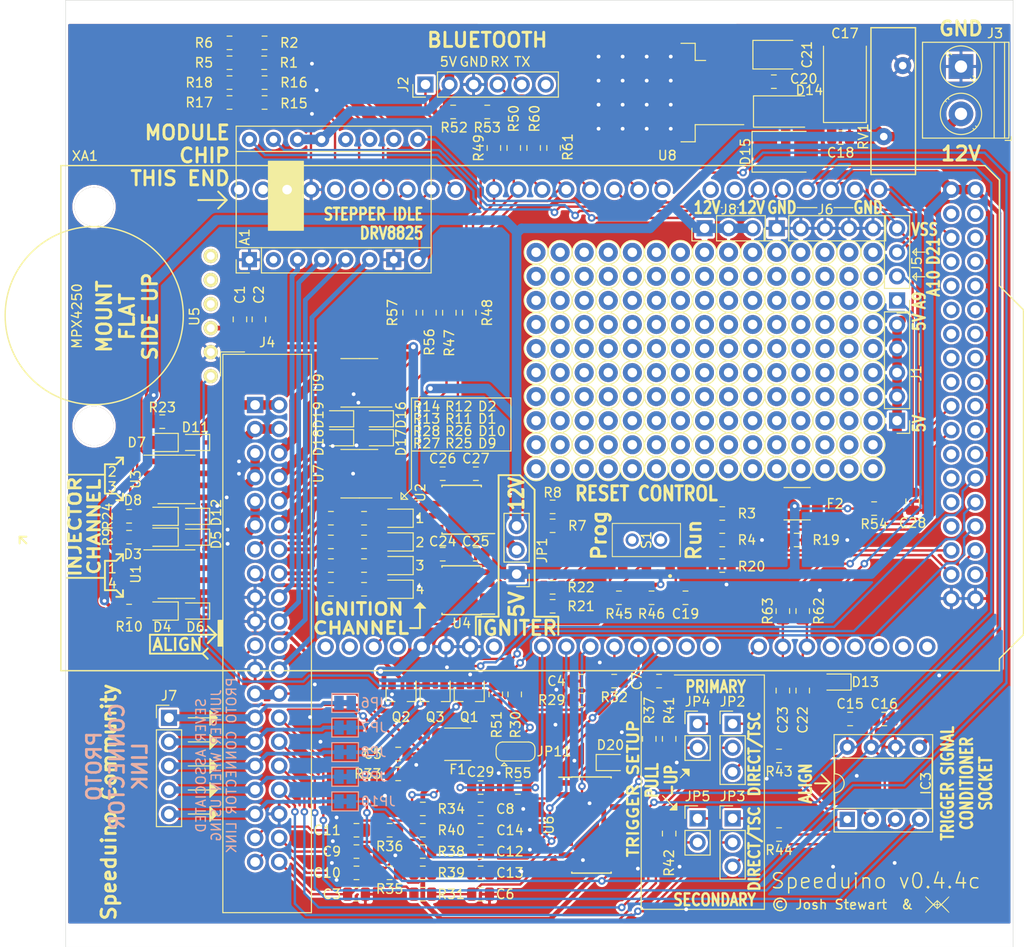
<source format=kicad_pcb>
(kicad_pcb (version 20171130) (host pcbnew "(5.1.9-0-10_14)")
  (title_block (title 0.4) (date 2020-03-24) (rev 4c) (company Speeduino))
  (layers (0 F.Cu signal) (31 B.Cu signal) (34 B.Paste user) (35 F.Paste user) (36 B.SilkS user hide) (37 F.SilkS user) (38 B.Mask user) (39 F.Mask user) (44 Edge.Cuts user))
  (net 0 "")
  (net 1 GND)
  (net 2 O2_Sensor)
  (net 3 "Net-(C4-Pad1)")
  (net 4 ADC-Clamp-4)
  (net 5 ADC-Clamp-5)
  (net 6 TPS_Sensor)
  (net 7 IAT_Sensor)
  (net 8 CLT_Sensor)
  (net 9 ADC-Clamp-3)
  (net 10 ADC-Clamp-1)
  (net 11 ADC-Clamp-2)
  (net 12 VDD)
  (net 13 12V-SW)
  (net 14 "Net-(D1-Pad2)")
  (net 15 "Net-(D2-Pad2)")
  (net 16 "Net-(D3-Pad2)")
  (net 17 "Net-(D3-Pad1)")
  (net 18 "Net-(D4-Pad1)")
  (net 19 "Net-(D4-Pad2)")
  (net 20 INJ-1-OUT)
  (net 21 INJ-2-OUT)
  (net 22 "Net-(D7-Pad2)")
  (net 23 "Net-(D8-Pad2)")
  (net 24 INJ-3-OUT)
  (net 25 INJ-4-OUT)
  (net 26 VRegIn)
  (net 27 IDLE-OUT)
  (net 28 BOOST-OUT)
  (net 29 MCU-D0)
  (net 30 MCU-D11)
  (net 31 MCU-D10)
  (net 32 "Net-(R5-Pad1)")
  (net 33 "Net-(R6-Pad1)")
  (net 34 "Net-(R7-Pad1)")
  (net 35 "Net-(R8-Pad1)")
  (net 36 "Net-(R11-Pad1)")
  (net 37 "Net-(R12-Pad1)")
  (net 38 IGN-1-OUT)
  (net 39 IGN-2-OUT)
  (net 40 MCU-D9)
  (net 41 MCU-D8)
  (net 42 "Net-(R17-Pad1)")
  (net 43 "Net-(R18-Pad1)")
  (net 44 MCU-D4)
  (net 45 "Net-(R48-Pad1)")
  (net 46 MCU-D49)
  (net 47 MCU-D1)
  (net 48 MCU-A10)
  (net 49 MCU-A9)
  (net 50 ADC-Clamp-6)
  (net 51 RESET)
  (net 52 MCU-D21)
  (net 53 MCU-D20)
  (net 54 MCU-D16)
  (net 55 MCU-D5)
  (net 56 MCU-D6)
  (net 57 MCU-D7)
  (net 58 MCU-D24)
  (net 59 MCU-D38)
  (net 60 MCU-D40)
  (net 61 MCU-D45)
  (net 62 MCU-D47)
  (net 63 MCU-D50)
  (net 64 MCU-D52)
  (net 65 "Net-(D10-Pad2)")
  (net 66 ADC-Clamp-10)
  (net 67 ADC-Clamp-8)
  (net 68 ADC-Clamp-9)
  (net 69 ADC-Clamp-13)
  (net 70 "Net-(C19-Pad1)")
  (net 71 "Net-(D11-Pad2)")
  (net 72 "Net-(D12-Pad2)")
  (net 73 "Net-(D9-Pad2)")
  (net 74 "Net-(J2-Pad5)")
  (net 75 "Net-(J5-Pad1)")
  (net 76 "Net-(J5-Pad2)")
  (net 77 "Net-(R21-Pad1)")
  (net 78 "Net-(R22-Pad1)")
  (net 79 "Net-(R25-Pad1)")
  (net 80 "Net-(R26-Pad1)")
  (net 81 IGN-3-OUT)
  (net 82 IGN-4-OUT)
  (net 83 "Net-(R45-Pad1)")
  (net 84 "Net-(R47-Pad1)")
  (net 85 "Net-(R56-Pad1)")
  (net 86 "Net-(R57-Pad1)")
  (net 87 MCU-D17)
  (net 88 MCU-D3)
  (net 89 STEP-A2)
  (net 90 STEP-A1)
  (net 91 STEP-B1)
  (net 92 STEP-B2)
  (net 93 Vdrive)
  (net 94 HC-2-OUT)
  (net 95 HC-1-OUT)
  (net 96 VR1-)
  (net 97 VR2-)
  (net 98 MAP-EXT)
  (net 99 TACHO-OUT)
  (net 100 "Net-(IC3-Pad2)")
  (net 101 "Net-(IC3-Pad3)")
  (net 102 PROTO-1)
  (net 103 PROTO-2)
  (net 104 PROTO-3)
  (net 105 CRANK-IN)
  (net 106 PROTO-4)
  (net 107 CAM-IN)
  (net 108 PROTO-5)
  (net 109 "Net-(JP2-Pad3)")
  (net 110 "Net-(JP3-Pad3)")
  (net 111 "Net-(JP4-Pad2)")
  (net 112 "Net-(JP5-Pad2)")
  (net 113 FAN-OUT)
  (net 114 FUELPUMP-OUT)
  (net 115 Clutch_in)
  (net 116 "Net-(A1-Pad2)")
  (net 117 "Net-(A1-Pad10)")
  (net 118 "Net-(A1-Pad11)")
  (net 119 "Net-(A1-Pad12)")
  (net 120 VDDA)
  (net 121 "Net-(J2-Pad6)")
  (net 122 "Net-(S1-Pad4)")
  (net 123 "Net-(S1-Pad5)")
  (net 124 "Net-(S1-Pad6)")
  (net 125 "Net-(U1-Pad4)")
  (net 126 "Net-(U1-Pad2)")
  (net 127 "Net-(U2-Pad8)")
  (net 128 "Net-(U2-Pad1)")
  (net 129 "Net-(U3-Pad4)")
  (net 130 "Net-(U3-Pad2)")
  (net 131 "Net-(U4-Pad1)")
  (net 132 "Net-(U4-Pad8)")
  (net 133 ADC-Clamp-7)
  (net 134 ADC-Clamp-11)
  (net 135 ADC-Clamp-12)
  (net 136 ADC-Clamp-14)
  (net 137 "Net-(U7-Pad4)")
  (net 138 "Net-(U7-Pad2)")
  (net 139 "Net-(U9-Pad4)")
  (net 140 "Net-(U9-Pad2)")
  (net 141 "Net-(XA1-PadVIN)")
  (net 142 "Net-(XA1-Pad3V3)")
  (net 143 "Net-(XA1-PadIORF)")
  (net 144 MCU-D15)
  (net 145 MCU-D14)
  (net 146 "Net-(XA1-PadSCL)")
  (net 147 "Net-(XA1-PadSDA)")
  (net 148 "Net-(XA1-PadAREF)")
  (net 149 MCU-D13)
  (net 150 MCU-D12)
  (net 151 MCU-A5)
  (net 152 MCU-A6)
  (net 153 MCU-A7)
  (net 154 "Net-(XA1-PadA11)")
  (net 155 "Net-(XA1-PadA12)")
  (net 156 "Net-(XA1-PadA13)")
  (net 157 "Net-(XA1-PadA14)")
  (net 158 "Net-(XA1-PadA15)")
  (net 159 MCU-D22)
  (net 160 MCU-D23)
  (net 161 MCU-D25)
  (net 162 MCU-D26)
  (net 163 MCU-D27)
  (net 164 MCU-D28)
  (net 165 MCU-D29)
  (net 166 MCU-D30)
  (net 167 MCU-D31)
  (net 168 MCU-D32)
  (net 169 MCU-D33)
  (net 170 MCU-D34)
  (net 171 MCU-D35)
  (net 172 MCU-D36)
  (net 173 MCU-D37)
  (net 174 MCU-D39)
  (net 175 MCU-D41)
  (net 176 MCU-D42)
  (net 177 MCU-D43)
  (net 178 MCU-D44)
  (net 179 MCU-D46)
  (net 180 MCU-D48)
  (net 181 MCU-D53)
  (net 182 "Net-(F2-Pad2)")
  (net 183 "Net-(JP11-Pad3)")
  (net 184 "Net-(JP11-Pad2)")
  (module "Misc:WTM logo_sml" (layer F.Cu) (at 202.5 132.5)
    (fp_text reference G*** hide)
    (fp_text value LOGO hide)
  )
  (module Connector_Pin:Pin_D1.0mm_L10.0mm (layer F.Cu) (at 195.715 86.48)
    (fp_text reference REF** hide)
    (fp_text value Pin_D1.0mm_L10.0mm)
    (pad 1 thru_hole circle (at 0 0) (size 2 2) (drill 1) (layers *.Cu *.Mask))
  )
  (module Connector_Pin:Pin_D1.0mm_L10.0mm (layer F.Cu) (at 193.175 86.48)
    (fp_text reference REF** hide)
    (fp_text value Pin_D1.0mm_L10.0mm)
    (pad 1 thru_hole circle (at 0 0) (size 2 2) (drill 1) (layers *.Cu *.Mask))
  )
  (module Connector_Pin:Pin_D1.0mm_L10.0mm (layer F.Cu) (at 190.635 86.48)
    (fp_text reference REF** hide)
    (fp_text value Pin_D1.0mm_L10.0mm)
    (pad 1 thru_hole circle (at 0 0) (size 2 2) (drill 1) (layers *.Cu *.Mask))
  )
  (module Connector_Pin:Pin_D1.0mm_L10.0mm (layer F.Cu) (at 188.095 86.48)
    (fp_text reference REF** hide)
    (fp_text value Pin_D1.0mm_L10.0mm)
    (pad 1 thru_hole circle (at 0 0) (size 2 2) (drill 1) (layers *.Cu *.Mask))
  )
  (module Connector_Pin:Pin_D1.0mm_L10.0mm (layer F.Cu) (at 185.555 86.48)
    (fp_text reference REF** hide)
    (fp_text value Pin_D1.0mm_L10.0mm)
    (pad 1 thru_hole circle (at 0 0) (size 2 2) (drill 1) (layers *.Cu *.Mask))
  )
  (module Connector_Pin:Pin_D1.0mm_L10.0mm (layer F.Cu) (at 183.015 86.48)
    (fp_text reference REF** hide)
    (fp_text value Pin_D1.0mm_L10.0mm)
    (pad 1 thru_hole circle (at 0 0) (size 2 2) (drill 1) (layers *.Cu *.Mask))
  )
  (module Connector_Pin:Pin_D1.0mm_L10.0mm (layer F.Cu) (at 180.475 86.48)
    (fp_text reference REF** hide)
    (fp_text value Pin_D1.0mm_L10.0mm)
    (pad 1 thru_hole circle (at 0 0) (size 2 2) (drill 1) (layers *.Cu *.Mask))
  )
  (module Connector_Pin:Pin_D1.0mm_L10.0mm (layer F.Cu) (at 177.935 86.48)
    (fp_text reference REF** hide)
    (fp_text value Pin_D1.0mm_L10.0mm)
    (pad 1 thru_hole circle (at 0 0) (size 2 2) (drill 1) (layers *.Cu *.Mask))
  )
  (module Connector_Pin:Pin_D1.0mm_L10.0mm (layer F.Cu) (at 175.395 86.48)
    (fp_text reference REF** hide)
    (fp_text value Pin_D1.0mm_L10.0mm)
    (pad 1 thru_hole circle (at 0 0) (size 2 2) (drill 1) (layers *.Cu *.Mask))
  )
  (module Connector_Pin:Pin_D1.0mm_L10.0mm (layer F.Cu) (at 172.855 86.48)
    (fp_text reference REF** hide)
    (fp_text value Pin_D1.0mm_L10.0mm)
    (pad 1 thru_hole circle (at 0 0) (size 2 2) (drill 1) (layers *.Cu *.Mask))
  )
  (module Connector_Pin:Pin_D1.0mm_L10.0mm (layer F.Cu) (at 170.315 86.48)
    (fp_text reference REF** hide)
    (fp_text value Pin_D1.0mm_L10.0mm)
    (pad 1 thru_hole circle (at 0 0) (size 2 2) (drill 1) (layers *.Cu *.Mask))
  )
  (module Connector_Pin:Pin_D1.0mm_L10.0mm (layer F.Cu) (at 167.775 86.48)
    (fp_text reference REF** hide)
    (fp_text value Pin_D1.0mm_L10.0mm)
    (pad 1 thru_hole circle (at 0 0) (size 2 2) (drill 1) (layers *.Cu *.Mask))
  )
  (module Connector_Pin:Pin_D1.0mm_L10.0mm (layer F.Cu) (at 165.235 86.48)
    (fp_text reference REF** hide)
    (fp_text value Pin_D1.0mm_L10.0mm)
    (pad 1 thru_hole circle (at 0 0) (size 2 2) (drill 1) (layers *.Cu *.Mask))
  )
  (module Connector_Pin:Pin_D1.0mm_L10.0mm (layer F.Cu) (at 162.695 86.48)
    (fp_text reference REF** hide)
    (fp_text value Pin_D1.0mm_L10.0mm)
    (pad 1 thru_hole circle (at 0 0) (size 2 2) (drill 1) (layers *.Cu *.Mask))
  )
  (module Connector_Pin:Pin_D1.0mm_L10.0mm (layer F.Cu) (at 160.155 86.48)
    (fp_text reference REF** hide)
    (fp_text value Pin_D1.0mm_L10.0mm)
    (pad 1 thru_hole circle (at 0 0) (size 2 2) (drill 1) (layers *.Cu *.Mask))
  )
  (module Connector_Pin:Pin_D1.0mm_L10.0mm (layer F.Cu) (at 195.715 83.94)
    (fp_text reference REF** hide)
    (fp_text value Pin_D1.0mm_L10.0mm)
    (pad 1 thru_hole circle (at 0 0) (size 2 2) (drill 1) (layers *.Cu *.Mask))
  )
  (module Connector_Pin:Pin_D1.0mm_L10.0mm (layer F.Cu) (at 193.175 83.94)
    (fp_text reference REF** hide)
    (fp_text value Pin_D1.0mm_L10.0mm)
    (pad 1 thru_hole circle (at 0 0) (size 2 2) (drill 1) (layers *.Cu *.Mask))
  )
  (module Connector_Pin:Pin_D1.0mm_L10.0mm (layer F.Cu) (at 190.635 83.94)
    (fp_text reference REF** hide)
    (fp_text value Pin_D1.0mm_L10.0mm)
    (pad 1 thru_hole circle (at 0 0) (size 2 2) (drill 1) (layers *.Cu *.Mask))
  )
  (module Connector_Pin:Pin_D1.0mm_L10.0mm (layer F.Cu) (at 188.095 83.94)
    (fp_text reference REF** hide)
    (fp_text value Pin_D1.0mm_L10.0mm)
    (pad 1 thru_hole circle (at 0 0) (size 2 2) (drill 1) (layers *.Cu *.Mask))
  )
  (module Connector_Pin:Pin_D1.0mm_L10.0mm (layer F.Cu) (at 185.555 83.94)
    (fp_text reference REF** hide)
    (fp_text value Pin_D1.0mm_L10.0mm)
    (pad 1 thru_hole circle (at 0 0) (size 2 2) (drill 1) (layers *.Cu *.Mask))
  )
  (module Connector_Pin:Pin_D1.0mm_L10.0mm (layer F.Cu) (at 183.015 83.94)
    (fp_text reference REF** hide)
    (fp_text value Pin_D1.0mm_L10.0mm)
    (pad 1 thru_hole circle (at 0 0) (size 2 2) (drill 1) (layers *.Cu *.Mask))
  )
  (module Connector_Pin:Pin_D1.0mm_L10.0mm (layer F.Cu) (at 180.475 83.94)
    (fp_text reference REF** hide)
    (fp_text value Pin_D1.0mm_L10.0mm)
    (pad 1 thru_hole circle (at 0 0) (size 2 2) (drill 1) (layers *.Cu *.Mask))
  )
  (module Connector_Pin:Pin_D1.0mm_L10.0mm (layer F.Cu) (at 177.935 83.94)
    (fp_text reference REF** hide)
    (fp_text value Pin_D1.0mm_L10.0mm)
    (pad 1 thru_hole circle (at 0 0) (size 2 2) (drill 1) (layers *.Cu *.Mask))
  )
  (module Connector_Pin:Pin_D1.0mm_L10.0mm (layer F.Cu) (at 175.395 83.94)
    (fp_text reference REF** hide)
    (fp_text value Pin_D1.0mm_L10.0mm)
    (pad 1 thru_hole circle (at 0 0) (size 2 2) (drill 1) (layers *.Cu *.Mask))
  )
  (module Connector_Pin:Pin_D1.0mm_L10.0mm (layer F.Cu) (at 172.855 83.94)
    (fp_text reference REF** hide)
    (fp_text value Pin_D1.0mm_L10.0mm)
    (pad 1 thru_hole circle (at 0 0) (size 2 2) (drill 1) (layers *.Cu *.Mask))
  )
  (module Connector_Pin:Pin_D1.0mm_L10.0mm (layer F.Cu) (at 170.315 83.94)
    (fp_text reference REF** hide)
    (fp_text value Pin_D1.0mm_L10.0mm)
    (pad 1 thru_hole circle (at 0 0) (size 2 2) (drill 1) (layers *.Cu *.Mask))
  )
  (module Connector_Pin:Pin_D1.0mm_L10.0mm (layer F.Cu) (at 167.775 83.94)
    (fp_text reference REF** hide)
    (fp_text value Pin_D1.0mm_L10.0mm)
    (pad 1 thru_hole circle (at 0 0) (size 2 2) (drill 1) (layers *.Cu *.Mask))
  )
  (module Connector_Pin:Pin_D1.0mm_L10.0mm (layer F.Cu) (at 165.235 83.94)
    (fp_text reference REF** hide)
    (fp_text value Pin_D1.0mm_L10.0mm)
    (pad 1 thru_hole circle (at 0 0) (size 2 2) (drill 1) (layers *.Cu *.Mask))
  )
  (module Connector_Pin:Pin_D1.0mm_L10.0mm (layer F.Cu) (at 162.695 83.94)
    (fp_text reference REF** hide)
    (fp_text value Pin_D1.0mm_L10.0mm)
    (pad 1 thru_hole circle (at 0 0) (size 2 2) (drill 1) (layers *.Cu *.Mask))
  )
  (module Connector_Pin:Pin_D1.0mm_L10.0mm (layer F.Cu) (at 160.155 83.94)
    (fp_text reference REF** hide)
    (fp_text value Pin_D1.0mm_L10.0mm)
    (pad 1 thru_hole circle (at 0 0) (size 2 2) (drill 1) (layers *.Cu *.Mask))
  )
  (module Connector_Pin:Pin_D1.0mm_L10.0mm (layer F.Cu) (at 195.715 81.4)
    (fp_text reference REF** hide)
    (fp_text value Pin_D1.0mm_L10.0mm)
    (pad 1 thru_hole circle (at 0 0) (size 2 2) (drill 1) (layers *.Cu *.Mask))
  )
  (module Connector_Pin:Pin_D1.0mm_L10.0mm (layer F.Cu) (at 193.175 81.4)
    (fp_text reference REF** hide)
    (fp_text value Pin_D1.0mm_L10.0mm)
    (pad 1 thru_hole circle (at 0 0) (size 2 2) (drill 1) (layers *.Cu *.Mask))
  )
  (module Connector_Pin:Pin_D1.0mm_L10.0mm (layer F.Cu) (at 190.635 81.4)
    (fp_text reference REF** hide)
    (fp_text value Pin_D1.0mm_L10.0mm)
    (pad 1 thru_hole circle (at 0 0) (size 2 2) (drill 1) (layers *.Cu *.Mask))
  )
  (module Connector_Pin:Pin_D1.0mm_L10.0mm (layer F.Cu) (at 188.095 81.4)
    (fp_text reference REF** hide)
    (fp_text value Pin_D1.0mm_L10.0mm)
    (pad 1 thru_hole circle (at 0 0) (size 2 2) (drill 1) (layers *.Cu *.Mask))
  )
  (module Connector_Pin:Pin_D1.0mm_L10.0mm (layer F.Cu) (at 185.555 81.4)
    (fp_text reference REF** hide)
    (fp_text value Pin_D1.0mm_L10.0mm)
    (pad 1 thru_hole circle (at 0 0) (size 2 2) (drill 1) (layers *.Cu *.Mask))
  )
  (module Connector_Pin:Pin_D1.0mm_L10.0mm (layer F.Cu) (at 183.015 81.4)
    (fp_text reference REF** hide)
    (fp_text value Pin_D1.0mm_L10.0mm)
    (pad 1 thru_hole circle (at 0 0) (size 2 2) (drill 1) (layers *.Cu *.Mask))
  )
  (module Connector_Pin:Pin_D1.0mm_L10.0mm (layer F.Cu) (at 180.475 81.4)
    (fp_text reference REF** hide)
    (fp_text value Pin_D1.0mm_L10.0mm)
    (pad 1 thru_hole circle (at 0 0) (size 2 2) (drill 1) (layers *.Cu *.Mask))
  )
  (module Connector_Pin:Pin_D1.0mm_L10.0mm (layer F.Cu) (at 177.935 81.4)
    (fp_text reference REF** hide)
    (fp_text value Pin_D1.0mm_L10.0mm)
    (pad 1 thru_hole circle (at 0 0) (size 2 2) (drill 1) (layers *.Cu *.Mask))
  )
  (module Connector_Pin:Pin_D1.0mm_L10.0mm (layer F.Cu) (at 175.395 81.4)
    (fp_text reference REF** hide)
    (fp_text value Pin_D1.0mm_L10.0mm)
    (pad 1 thru_hole circle (at 0 0) (size 2 2) (drill 1) (layers *.Cu *.Mask))
  )
  (module Connector_Pin:Pin_D1.0mm_L10.0mm (layer F.Cu) (at 172.855 81.4)
    (fp_text reference REF** hide)
    (fp_text value Pin_D1.0mm_L10.0mm)
    (pad 1 thru_hole circle (at 0 0) (size 2 2) (drill 1) (layers *.Cu *.Mask))
  )
  (module Connector_Pin:Pin_D1.0mm_L10.0mm (layer F.Cu) (at 170.315 81.4)
    (fp_text reference REF** hide)
    (fp_text value Pin_D1.0mm_L10.0mm)
    (pad 1 thru_hole circle (at 0 0) (size 2 2) (drill 1) (layers *.Cu *.Mask))
  )
  (module Connector_Pin:Pin_D1.0mm_L10.0mm (layer F.Cu) (at 167.775 81.4)
    (fp_text reference REF** hide)
    (fp_text value Pin_D1.0mm_L10.0mm)
    (pad 1 thru_hole circle (at 0 0) (size 2 2) (drill 1) (layers *.Cu *.Mask))
  )
  (module Connector_Pin:Pin_D1.0mm_L10.0mm (layer F.Cu) (at 165.235 81.4)
    (fp_text reference REF** hide)
    (fp_text value Pin_D1.0mm_L10.0mm)
    (pad 1 thru_hole circle (at 0 0) (size 2 2) (drill 1) (layers *.Cu *.Mask))
  )
  (module Connector_Pin:Pin_D1.0mm_L10.0mm (layer F.Cu) (at 162.695 81.4)
    (fp_text reference REF** hide)
    (fp_text value Pin_D1.0mm_L10.0mm)
    (pad 1 thru_hole circle (at 0 0) (size 2 2) (drill 1) (layers *.Cu *.Mask))
  )
  (module Connector_Pin:Pin_D1.0mm_L10.0mm (layer F.Cu) (at 160.155 81.4)
    (fp_text reference REF** hide)
    (fp_text value Pin_D1.0mm_L10.0mm)
    (pad 1 thru_hole circle (at 0 0) (size 2 2) (drill 1) (layers *.Cu *.Mask))
  )
  (module Connector_Pin:Pin_D1.0mm_L10.0mm (layer F.Cu) (at 195.715 78.86)
    (fp_text reference REF** hide)
    (fp_text value Pin_D1.0mm_L10.0mm)
    (pad 1 thru_hole circle (at 0 0) (size 2 2) (drill 1) (layers *.Cu *.Mask))
  )
  (module Connector_Pin:Pin_D1.0mm_L10.0mm (layer F.Cu) (at 193.175 78.86)
    (fp_text reference REF** hide)
    (fp_text value Pin_D1.0mm_L10.0mm)
    (pad 1 thru_hole circle (at 0 0) (size 2 2) (drill 1) (layers *.Cu *.Mask))
  )
  (module Connector_Pin:Pin_D1.0mm_L10.0mm (layer F.Cu) (at 190.635 78.86)
    (fp_text reference REF** hide)
    (fp_text value Pin_D1.0mm_L10.0mm)
    (pad 1 thru_hole circle (at 0 0) (size 2 2) (drill 1) (layers *.Cu *.Mask))
  )
  (module Connector_Pin:Pin_D1.0mm_L10.0mm (layer F.Cu) (at 188.095 78.86)
    (fp_text reference REF** hide)
    (fp_text value Pin_D1.0mm_L10.0mm)
    (pad 1 thru_hole circle (at 0 0) (size 2 2) (drill 1) (layers *.Cu *.Mask))
  )
  (module Connector_Pin:Pin_D1.0mm_L10.0mm (layer F.Cu) (at 185.555 78.86)
    (fp_text reference REF** hide)
    (fp_text value Pin_D1.0mm_L10.0mm)
    (pad 1 thru_hole circle (at 0 0) (size 2 2) (drill 1) (layers *.Cu *.Mask))
  )
  (module Connector_Pin:Pin_D1.0mm_L10.0mm (layer F.Cu) (at 183.015 78.86)
    (fp_text reference REF** hide)
    (fp_text value Pin_D1.0mm_L10.0mm)
    (pad 1 thru_hole circle (at 0 0) (size 2 2) (drill 1) (layers *.Cu *.Mask))
  )
  (module Connector_Pin:Pin_D1.0mm_L10.0mm (layer F.Cu) (at 180.475 78.86)
    (fp_text reference REF** hide)
    (fp_text value Pin_D1.0mm_L10.0mm)
    (pad 1 thru_hole circle (at 0 0) (size 2 2) (drill 1) (layers *.Cu *.Mask))
  )
  (module Connector_Pin:Pin_D1.0mm_L10.0mm (layer F.Cu) (at 177.935 78.86)
    (fp_text reference REF** hide)
    (fp_text value Pin_D1.0mm_L10.0mm)
    (pad 1 thru_hole circle (at 0 0) (size 2 2) (drill 1) (layers *.Cu *.Mask))
  )
  (module Connector_Pin:Pin_D1.0mm_L10.0mm (layer F.Cu) (at 175.395 78.86)
    (fp_text reference REF** hide)
    (fp_text value Pin_D1.0mm_L10.0mm)
    (pad 1 thru_hole circle (at 0 0) (size 2 2) (drill 1) (layers *.Cu *.Mask))
  )
  (module Connector_Pin:Pin_D1.0mm_L10.0mm (layer F.Cu) (at 172.855 78.86)
    (fp_text reference REF** hide)
    (fp_text value Pin_D1.0mm_L10.0mm)
    (pad 1 thru_hole circle (at 0 0) (size 2 2) (drill 1) (layers *.Cu *.Mask))
  )
  (module Connector_Pin:Pin_D1.0mm_L10.0mm (layer F.Cu) (at 170.315 78.86)
    (fp_text reference REF** hide)
    (fp_text value Pin_D1.0mm_L10.0mm)
    (pad 1 thru_hole circle (at 0 0) (size 2 2) (drill 1) (layers *.Cu *.Mask))
  )
  (module Connector_Pin:Pin_D1.0mm_L10.0mm (layer F.Cu) (at 167.775 78.86)
    (fp_text reference REF** hide)
    (fp_text value Pin_D1.0mm_L10.0mm)
    (pad 1 thru_hole circle (at 0 0) (size 2 2) (drill 1) (layers *.Cu *.Mask))
  )
  (module Connector_Pin:Pin_D1.0mm_L10.0mm (layer F.Cu) (at 165.235 78.86)
    (fp_text reference REF** hide)
    (fp_text value Pin_D1.0mm_L10.0mm)
    (pad 1 thru_hole circle (at 0 0) (size 2 2) (drill 1) (layers *.Cu *.Mask))
  )
  (module Connector_Pin:Pin_D1.0mm_L10.0mm (layer F.Cu) (at 162.695 78.86)
    (fp_text reference REF** hide)
    (fp_text value Pin_D1.0mm_L10.0mm)
    (pad 1 thru_hole circle (at 0 0) (size 2 2) (drill 1) (layers *.Cu *.Mask))
  )
  (module Connector_Pin:Pin_D1.0mm_L10.0mm (layer F.Cu) (at 160.155 78.86)
    (fp_text reference REF** hide)
    (fp_text value Pin_D1.0mm_L10.0mm)
    (pad 1 thru_hole circle (at 0 0) (size 2 2) (drill 1) (layers *.Cu *.Mask))
  )
  (module Connector_Pin:Pin_D1.0mm_L10.0mm (layer F.Cu) (at 195.715 76.32)
    (fp_text reference REF** hide)
    (fp_text value Pin_D1.0mm_L10.0mm)
    (pad 1 thru_hole circle (at 0 0) (size 2 2) (drill 1) (layers *.Cu *.Mask))
  )
  (module Connector_Pin:Pin_D1.0mm_L10.0mm (layer F.Cu) (at 193.175 76.32)
    (fp_text reference REF** hide)
    (fp_text value Pin_D1.0mm_L10.0mm)
    (pad 1 thru_hole circle (at 0 0) (size 2 2) (drill 1) (layers *.Cu *.Mask))
  )
  (module Connector_Pin:Pin_D1.0mm_L10.0mm (layer F.Cu) (at 190.635 76.32)
    (fp_text reference REF** hide)
    (fp_text value Pin_D1.0mm_L10.0mm)
    (pad 1 thru_hole circle (at 0 0) (size 2 2) (drill 1) (layers *.Cu *.Mask))
  )
  (module Connector_Pin:Pin_D1.0mm_L10.0mm (layer F.Cu) (at 188.095 76.32)
    (fp_text reference REF** hide)
    (fp_text value Pin_D1.0mm_L10.0mm)
    (pad 1 thru_hole circle (at 0 0) (size 2 2) (drill 1) (layers *.Cu *.Mask))
  )
  (module Connector_Pin:Pin_D1.0mm_L10.0mm (layer F.Cu) (at 185.555 76.32)
    (fp_text reference REF** hide)
    (fp_text value Pin_D1.0mm_L10.0mm)
    (pad 1 thru_hole circle (at 0 0) (size 2 2) (drill 1) (layers *.Cu *.Mask))
  )
  (module Connector_Pin:Pin_D1.0mm_L10.0mm (layer F.Cu) (at 183.015 76.32)
    (fp_text reference REF** hide)
    (fp_text value Pin_D1.0mm_L10.0mm)
    (pad 1 thru_hole circle (at 0 0) (size 2 2) (drill 1) (layers *.Cu *.Mask))
  )
  (module Connector_Pin:Pin_D1.0mm_L10.0mm (layer F.Cu) (at 180.475 76.32)
    (fp_text reference REF** hide)
    (fp_text value Pin_D1.0mm_L10.0mm)
    (pad 1 thru_hole circle (at 0 0) (size 2 2) (drill 1) (layers *.Cu *.Mask))
  )
  (module Connector_Pin:Pin_D1.0mm_L10.0mm (layer F.Cu) (at 177.935 76.32)
    (fp_text reference REF** hide)
    (fp_text value Pin_D1.0mm_L10.0mm)
    (pad 1 thru_hole circle (at 0 0) (size 2 2) (drill 1) (layers *.Cu *.Mask))
  )
  (module Connector_Pin:Pin_D1.0mm_L10.0mm (layer F.Cu) (at 175.395 76.32)
    (fp_text reference REF** hide)
    (fp_text value Pin_D1.0mm_L10.0mm)
    (pad 1 thru_hole circle (at 0 0) (size 2 2) (drill 1) (layers *.Cu *.Mask))
  )
  (module Connector_Pin:Pin_D1.0mm_L10.0mm (layer F.Cu) (at 172.855 76.32)
    (fp_text reference REF** hide)
    (fp_text value Pin_D1.0mm_L10.0mm)
    (pad 1 thru_hole circle (at 0 0) (size 2 2) (drill 1) (layers *.Cu *.Mask))
  )
  (module Connector_Pin:Pin_D1.0mm_L10.0mm (layer F.Cu) (at 170.315 76.32)
    (fp_text reference REF** hide)
    (fp_text value Pin_D1.0mm_L10.0mm)
    (pad 1 thru_hole circle (at 0 0) (size 2 2) (drill 1) (layers *.Cu *.Mask))
  )
  (module Connector_Pin:Pin_D1.0mm_L10.0mm (layer F.Cu) (at 167.775 76.32)
    (fp_text reference REF** hide)
    (fp_text value Pin_D1.0mm_L10.0mm)
    (pad 1 thru_hole circle (at 0 0) (size 2 2) (drill 1) (layers *.Cu *.Mask))
  )
  (module Connector_Pin:Pin_D1.0mm_L10.0mm (layer F.Cu) (at 165.235 76.32)
    (fp_text reference REF** hide)
    (fp_text value Pin_D1.0mm_L10.0mm)
    (pad 1 thru_hole circle (at 0 0) (size 2 2) (drill 1) (layers *.Cu *.Mask))
  )
  (module Connector_Pin:Pin_D1.0mm_L10.0mm (layer F.Cu) (at 162.695 76.32)
    (fp_text reference REF** hide)
    (fp_text value Pin_D1.0mm_L10.0mm)
    (pad 1 thru_hole circle (at 0 0) (size 2 2) (drill 1) (layers *.Cu *.Mask))
  )
  (module Connector_Pin:Pin_D1.0mm_L10.0mm (layer F.Cu) (at 160.155 76.32)
    (fp_text reference REF** hide)
    (fp_text value Pin_D1.0mm_L10.0mm)
    (pad 1 thru_hole circle (at 0 0) (size 2 2) (drill 1) (layers *.Cu *.Mask))
  )
  (module Connector_Pin:Pin_D1.0mm_L10.0mm (layer F.Cu) (at 195.715 73.78)
    (fp_text reference REF** hide)
    (fp_text value Pin_D1.0mm_L10.0mm)
    (pad 1 thru_hole circle (at 0 0) (size 2 2) (drill 1) (layers *.Cu *.Mask))
  )
  (module Connector_Pin:Pin_D1.0mm_L10.0mm (layer F.Cu) (at 193.175 73.78)
    (fp_text reference REF** hide)
    (fp_text value Pin_D1.0mm_L10.0mm)
    (pad 1 thru_hole circle (at 0 0) (size 2 2) (drill 1) (layers *.Cu *.Mask))
  )
  (module Connector_Pin:Pin_D1.0mm_L10.0mm (layer F.Cu) (at 190.635 73.78)
    (fp_text reference REF** hide)
    (fp_text value Pin_D1.0mm_L10.0mm)
    (pad 1 thru_hole circle (at 0 0) (size 2 2) (drill 1) (layers *.Cu *.Mask))
  )
  (module Connector_Pin:Pin_D1.0mm_L10.0mm (layer F.Cu) (at 188.095 73.78)
    (fp_text reference REF** hide)
    (fp_text value Pin_D1.0mm_L10.0mm)
    (pad 1 thru_hole circle (at 0 0) (size 2 2) (drill 1) (layers *.Cu *.Mask))
  )
  (module Connector_Pin:Pin_D1.0mm_L10.0mm (layer F.Cu) (at 185.555 73.78)
    (fp_text reference REF** hide)
    (fp_text value Pin_D1.0mm_L10.0mm)
    (pad 1 thru_hole circle (at 0 0) (size 2 2) (drill 1) (layers *.Cu *.Mask))
  )
  (module Connector_Pin:Pin_D1.0mm_L10.0mm (layer F.Cu) (at 183.015 73.78)
    (fp_text reference REF** hide)
    (fp_text value Pin_D1.0mm_L10.0mm)
    (pad 1 thru_hole circle (at 0 0) (size 2 2) (drill 1) (layers *.Cu *.Mask))
  )
  (module Connector_Pin:Pin_D1.0mm_L10.0mm (layer F.Cu) (at 180.475 73.78)
    (fp_text reference REF** hide)
    (fp_text value Pin_D1.0mm_L10.0mm)
    (pad 1 thru_hole circle (at 0 0) (size 2 2) (drill 1) (layers *.Cu *.Mask))
  )
  (module Connector_Pin:Pin_D1.0mm_L10.0mm (layer F.Cu) (at 177.935 73.78)
    (fp_text reference REF** hide)
    (fp_text value Pin_D1.0mm_L10.0mm)
    (pad 1 thru_hole circle (at 0 0) (size 2 2) (drill 1) (layers *.Cu *.Mask))
  )
  (module Connector_Pin:Pin_D1.0mm_L10.0mm (layer F.Cu) (at 175.395 73.78)
    (fp_text reference REF** hide)
    (fp_text value Pin_D1.0mm_L10.0mm)
    (pad 1 thru_hole circle (at 0 0) (size 2 2) (drill 1) (layers *.Cu *.Mask))
  )
  (module Connector_Pin:Pin_D1.0mm_L10.0mm (layer F.Cu) (at 172.855 73.78)
    (fp_text reference REF** hide)
    (fp_text value Pin_D1.0mm_L10.0mm)
    (pad 1 thru_hole circle (at 0 0) (size 2 2) (drill 1) (layers *.Cu *.Mask))
  )
  (module Connector_Pin:Pin_D1.0mm_L10.0mm (layer F.Cu) (at 170.315 73.78)
    (fp_text reference REF** hide)
    (fp_text value Pin_D1.0mm_L10.0mm)
    (pad 1 thru_hole circle (at 0 0) (size 2 2) (drill 1) (layers *.Cu *.Mask))
  )
  (module Connector_Pin:Pin_D1.0mm_L10.0mm (layer F.Cu) (at 167.775 73.78)
    (fp_text reference REF** hide)
    (fp_text value Pin_D1.0mm_L10.0mm)
    (pad 1 thru_hole circle (at 0 0) (size 2 2) (drill 1) (layers *.Cu *.Mask))
  )
  (module Connector_Pin:Pin_D1.0mm_L10.0mm (layer F.Cu) (at 165.235 73.78)
    (fp_text reference REF** hide)
    (fp_text value Pin_D1.0mm_L10.0mm)
    (pad 1 thru_hole circle (at 0 0) (size 2 2) (drill 1) (layers *.Cu *.Mask))
  )
  (module Connector_Pin:Pin_D1.0mm_L10.0mm (layer F.Cu) (at 162.695 73.78)
    (fp_text reference REF** hide)
    (fp_text value Pin_D1.0mm_L10.0mm)
    (pad 1 thru_hole circle (at 0 0) (size 2 2) (drill 1) (layers *.Cu *.Mask))
  )
  (module Connector_Pin:Pin_D1.0mm_L10.0mm (layer F.Cu) (at 160.155 73.78)
    (fp_text reference REF** hide)
    (fp_text value Pin_D1.0mm_L10.0mm)
    (pad 1 thru_hole circle (at 0 0) (size 2 2) (drill 1) (layers *.Cu *.Mask))
  )
  (module Connector_Pin:Pin_D1.0mm_L10.0mm (layer F.Cu) (at 195.715 71.24)
    (fp_text reference REF** hide)
    (fp_text value Pin_D1.0mm_L10.0mm)
    (pad 1 thru_hole circle (at 0 0) (size 2 2) (drill 1) (layers *.Cu *.Mask))
  )
  (module Connector_Pin:Pin_D1.0mm_L10.0mm (layer F.Cu) (at 193.175 71.24)
    (fp_text reference REF** hide)
    (fp_text value Pin_D1.0mm_L10.0mm)
    (pad 1 thru_hole circle (at 0 0) (size 2 2) (drill 1) (layers *.Cu *.Mask))
  )
  (module Connector_Pin:Pin_D1.0mm_L10.0mm (layer F.Cu) (at 190.635 71.24)
    (fp_text reference REF** hide)
    (fp_text value Pin_D1.0mm_L10.0mm)
    (pad 1 thru_hole circle (at 0 0) (size 2 2) (drill 1) (layers *.Cu *.Mask))
  )
  (module Connector_Pin:Pin_D1.0mm_L10.0mm (layer F.Cu) (at 188.095 71.24)
    (fp_text reference REF** hide)
    (fp_text value Pin_D1.0mm_L10.0mm)
    (pad 1 thru_hole circle (at 0 0) (size 2 2) (drill 1) (layers *.Cu *.Mask))
  )
  (module Connector_Pin:Pin_D1.0mm_L10.0mm (layer F.Cu) (at 185.555 71.24)
    (fp_text reference REF** hide)
    (fp_text value Pin_D1.0mm_L10.0mm)
    (pad 1 thru_hole circle (at 0 0) (size 2 2) (drill 1) (layers *.Cu *.Mask))
  )
  (module Connector_Pin:Pin_D1.0mm_L10.0mm (layer F.Cu) (at 183.015 71.24)
    (fp_text reference REF** hide)
    (fp_text value Pin_D1.0mm_L10.0mm)
    (pad 1 thru_hole circle (at 0 0) (size 2 2) (drill 1) (layers *.Cu *.Mask))
  )
  (module Connector_Pin:Pin_D1.0mm_L10.0mm (layer F.Cu) (at 180.475 71.24)
    (fp_text reference REF** hide)
    (fp_text value Pin_D1.0mm_L10.0mm)
    (pad 1 thru_hole circle (at 0 0) (size 2 2) (drill 1) (layers *.Cu *.Mask))
  )
  (module Connector_Pin:Pin_D1.0mm_L10.0mm (layer F.Cu) (at 177.935 71.24)
    (fp_text reference REF** hide)
    (fp_text value Pin_D1.0mm_L10.0mm)
    (pad 1 thru_hole circle (at 0 0) (size 2 2) (drill 1) (layers *.Cu *.Mask))
  )
  (module Connector_Pin:Pin_D1.0mm_L10.0mm (layer F.Cu) (at 175.395 71.24)
    (fp_text reference REF** hide)
    (fp_text value Pin_D1.0mm_L10.0mm)
    (pad 1 thru_hole circle (at 0 0) (size 2 2) (drill 1) (layers *.Cu *.Mask))
  )
  (module Connector_Pin:Pin_D1.0mm_L10.0mm (layer F.Cu) (at 172.855 71.24)
    (fp_text reference REF** hide)
    (fp_text value Pin_D1.0mm_L10.0mm)
    (pad 1 thru_hole circle (at 0 0) (size 2 2) (drill 1) (layers *.Cu *.Mask))
  )
  (module Connector_Pin:Pin_D1.0mm_L10.0mm (layer F.Cu) (at 170.315 71.24)
    (fp_text reference REF** hide)
    (fp_text value Pin_D1.0mm_L10.0mm)
    (pad 1 thru_hole circle (at 0 0) (size 2 2) (drill 1) (layers *.Cu *.Mask))
  )
  (module Connector_Pin:Pin_D1.0mm_L10.0mm (layer F.Cu) (at 167.775 71.24)
    (fp_text reference REF** hide)
    (fp_text value Pin_D1.0mm_L10.0mm)
    (pad 1 thru_hole circle (at 0 0) (size 2 2) (drill 1) (layers *.Cu *.Mask))
  )
  (module Connector_Pin:Pin_D1.0mm_L10.0mm (layer F.Cu) (at 165.235 71.24)
    (fp_text reference REF** hide)
    (fp_text value Pin_D1.0mm_L10.0mm)
    (pad 1 thru_hole circle (at 0 0) (size 2 2) (drill 1) (layers *.Cu *.Mask))
  )
  (module Connector_Pin:Pin_D1.0mm_L10.0mm (layer F.Cu) (at 162.695 71.24)
    (fp_text reference REF** hide)
    (fp_text value Pin_D1.0mm_L10.0mm)
    (pad 1 thru_hole circle (at 0 0) (size 2 2) (drill 1) (layers *.Cu *.Mask))
  )
  (module Connector_Pin:Pin_D1.0mm_L10.0mm (layer F.Cu) (at 160.155 71.24)
    (fp_text reference REF** hide)
    (fp_text value Pin_D1.0mm_L10.0mm)
    (pad 1 thru_hole circle (at 0 0) (size 2 2) (drill 1) (layers *.Cu *.Mask))
  )
  (module Connector_Pin:Pin_D1.0mm_L10.0mm (layer F.Cu) (at 195.715 68.7)
    (fp_text reference REF** hide)
    (fp_text value Pin_D1.0mm_L10.0mm)
    (pad 1 thru_hole circle (at 0 0) (size 2 2) (drill 1) (layers *.Cu *.Mask))
  )
  (module Connector_Pin:Pin_D1.0mm_L10.0mm (layer F.Cu) (at 193.175 68.7)
    (fp_text reference REF** hide)
    (fp_text value Pin_D1.0mm_L10.0mm)
    (pad 1 thru_hole circle (at 0 0) (size 2 2) (drill 1) (layers *.Cu *.Mask))
  )
  (module Connector_Pin:Pin_D1.0mm_L10.0mm (layer F.Cu) (at 190.635 68.7)
    (fp_text reference REF** hide)
    (fp_text value Pin_D1.0mm_L10.0mm)
    (pad 1 thru_hole circle (at 0 0) (size 2 2) (drill 1) (layers *.Cu *.Mask))
  )
  (module Connector_Pin:Pin_D1.0mm_L10.0mm (layer F.Cu) (at 188.095 68.7)
    (fp_text reference REF** hide)
    (fp_text value Pin_D1.0mm_L10.0mm)
    (pad 1 thru_hole circle (at 0 0) (size 2 2) (drill 1) (layers *.Cu *.Mask))
  )
  (module Connector_Pin:Pin_D1.0mm_L10.0mm (layer F.Cu) (at 185.555 68.7)
    (fp_text reference REF** hide)
    (fp_text value Pin_D1.0mm_L10.0mm)
    (pad 1 thru_hole circle (at 0 0) (size 2 2) (drill 1) (layers *.Cu *.Mask))
  )
  (module Connector_Pin:Pin_D1.0mm_L10.0mm (layer F.Cu) (at 183.015 68.7)
    (fp_text reference REF** hide)
    (fp_text value Pin_D1.0mm_L10.0mm)
    (pad 1 thru_hole circle (at 0 0) (size 2 2) (drill 1) (layers *.Cu *.Mask))
  )
  (module Connector_Pin:Pin_D1.0mm_L10.0mm (layer F.Cu) (at 180.475 68.7)
    (fp_text reference REF** hide)
    (fp_text value Pin_D1.0mm_L10.0mm)
    (pad 1 thru_hole circle (at 0 0) (size 2 2) (drill 1) (layers *.Cu *.Mask))
  )
  (module Connector_Pin:Pin_D1.0mm_L10.0mm (layer F.Cu) (at 177.935 68.7)
    (fp_text reference REF** hide)
    (fp_text value Pin_D1.0mm_L10.0mm)
    (pad 1 thru_hole circle (at 0 0) (size 2 2) (drill 1) (layers *.Cu *.Mask))
  )
  (module Connector_Pin:Pin_D1.0mm_L10.0mm (layer F.Cu) (at 175.395 68.7)
    (fp_text reference REF** hide)
    (fp_text value Pin_D1.0mm_L10.0mm)
    (pad 1 thru_hole circle (at 0 0) (size 2 2) (drill 1) (layers *.Cu *.Mask))
  )
  (module Connector_Pin:Pin_D1.0mm_L10.0mm (layer F.Cu) (at 172.855 68.7)
    (fp_text reference REF** hide)
    (fp_text value Pin_D1.0mm_L10.0mm)
    (pad 1 thru_hole circle (at 0 0) (size 2 2) (drill 1) (layers *.Cu *.Mask))
  )
  (module Connector_Pin:Pin_D1.0mm_L10.0mm (layer F.Cu) (at 170.315 68.7)
    (fp_text reference REF** hide)
    (fp_text value Pin_D1.0mm_L10.0mm)
    (pad 1 thru_hole circle (at 0 0) (size 2 2) (drill 1) (layers *.Cu *.Mask))
  )
  (module Connector_Pin:Pin_D1.0mm_L10.0mm (layer F.Cu) (at 167.775 68.7)
    (fp_text reference REF** hide)
    (fp_text value Pin_D1.0mm_L10.0mm)
    (pad 1 thru_hole circle (at 0 0) (size 2 2) (drill 1) (layers *.Cu *.Mask))
  )
  (module Connector_Pin:Pin_D1.0mm_L10.0mm (layer F.Cu) (at 165.235 68.7)
    (fp_text reference REF** hide)
    (fp_text value Pin_D1.0mm_L10.0mm)
    (pad 1 thru_hole circle (at 0 0) (size 2 2) (drill 1) (layers *.Cu *.Mask))
  )
  (module Connector_Pin:Pin_D1.0mm_L10.0mm (layer F.Cu) (at 162.695 68.7)
    (fp_text reference REF** hide)
    (fp_text value Pin_D1.0mm_L10.0mm)
    (pad 1 thru_hole circle (at 0 0) (size 2 2) (drill 1) (layers *.Cu *.Mask))
  )
  (module Connector_Pin:Pin_D1.0mm_L10.0mm (layer F.Cu) (at 160.155 68.7)
    (fp_text reference REF** hide)
    (fp_text value Pin_D1.0mm_L10.0mm)
    (pad 1 thru_hole circle (at 0 0) (size 2 2) (drill 1) (layers *.Cu *.Mask))
  )
  (module Connector_Pin:Pin_D1.0mm_L10.0mm (layer F.Cu) (at 195.715 66.16)
    (fp_text reference REF** hide)
    (fp_text value Pin_D1.0mm_L10.0mm)
    (pad 1 thru_hole circle (at 0 0) (size 2 2) (drill 1) (layers *.Cu *.Mask))
  )
  (module Connector_Pin:Pin_D1.0mm_L10.0mm (layer F.Cu) (at 193.175 66.16)
    (fp_text reference REF** hide)
    (fp_text value Pin_D1.0mm_L10.0mm)
    (pad 1 thru_hole circle (at 0 0) (size 2 2) (drill 1) (layers *.Cu *.Mask))
  )
  (module Connector_Pin:Pin_D1.0mm_L10.0mm (layer F.Cu) (at 190.635 66.16)
    (fp_text reference REF** hide)
    (fp_text value Pin_D1.0mm_L10.0mm)
    (pad 1 thru_hole circle (at 0 0) (size 2 2) (drill 1) (layers *.Cu *.Mask))
  )
  (module Connector_Pin:Pin_D1.0mm_L10.0mm (layer F.Cu) (at 188.095 66.16)
    (fp_text reference REF** hide)
    (fp_text value Pin_D1.0mm_L10.0mm)
    (pad 1 thru_hole circle (at 0 0) (size 2 2) (drill 1) (layers *.Cu *.Mask))
  )
  (module Connector_Pin:Pin_D1.0mm_L10.0mm (layer F.Cu) (at 185.555 66.16)
    (fp_text reference REF** hide)
    (fp_text value Pin_D1.0mm_L10.0mm)
    (pad 1 thru_hole circle (at 0 0) (size 2 2) (drill 1) (layers *.Cu *.Mask))
  )
  (module Connector_Pin:Pin_D1.0mm_L10.0mm (layer F.Cu) (at 183.015 66.16)
    (fp_text reference REF** hide)
    (fp_text value Pin_D1.0mm_L10.0mm)
    (pad 1 thru_hole circle (at 0 0) (size 2 2) (drill 1) (layers *.Cu *.Mask))
  )
  (module Connector_Pin:Pin_D1.0mm_L10.0mm (layer F.Cu) (at 180.475 66.16)
    (fp_text reference REF** hide)
    (fp_text value Pin_D1.0mm_L10.0mm)
    (pad 1 thru_hole circle (at 0 0) (size 2 2) (drill 1) (layers *.Cu *.Mask))
  )
  (module Connector_Pin:Pin_D1.0mm_L10.0mm (layer F.Cu) (at 177.935 66.16)
    (fp_text reference REF** hide)
    (fp_text value Pin_D1.0mm_L10.0mm)
    (pad 1 thru_hole circle (at 0 0) (size 2 2) (drill 1) (layers *.Cu *.Mask))
  )
  (module Connector_Pin:Pin_D1.0mm_L10.0mm (layer F.Cu) (at 175.395 66.16)
    (fp_text reference REF** hide)
    (fp_text value Pin_D1.0mm_L10.0mm)
    (pad 1 thru_hole circle (at 0 0) (size 2 2) (drill 1) (layers *.Cu *.Mask))
  )
  (module Connector_Pin:Pin_D1.0mm_L10.0mm (layer F.Cu) (at 172.855 66.16)
    (fp_text reference REF** hide)
    (fp_text value Pin_D1.0mm_L10.0mm)
    (pad 1 thru_hole circle (at 0 0) (size 2 2) (drill 1) (layers *.Cu *.Mask))
  )
  (module Connector_Pin:Pin_D1.0mm_L10.0mm (layer F.Cu) (at 170.315 66.16)
    (fp_text reference REF** hide)
    (fp_text value Pin_D1.0mm_L10.0mm)
    (pad 1 thru_hole circle (at 0 0) (size 2 2) (drill 1) (layers *.Cu *.Mask))
  )
  (module Connector_Pin:Pin_D1.0mm_L10.0mm (layer F.Cu) (at 167.775 66.16)
    (fp_text reference REF** hide)
    (fp_text value Pin_D1.0mm_L10.0mm)
    (pad 1 thru_hole circle (at 0 0) (size 2 2) (drill 1) (layers *.Cu *.Mask))
  )
  (module Connector_Pin:Pin_D1.0mm_L10.0mm (layer F.Cu) (at 165.235 66.16)
    (fp_text reference REF** hide)
    (fp_text value Pin_D1.0mm_L10.0mm)
    (pad 1 thru_hole circle (at 0 0) (size 2 2) (drill 1) (layers *.Cu *.Mask))
  )
  (module Connector_Pin:Pin_D1.0mm_L10.0mm (layer F.Cu) (at 162.695 66.16)
    (fp_text reference REF** hide)
    (fp_text value Pin_D1.0mm_L10.0mm)
    (pad 1 thru_hole circle (at 0 0) (size 2 2) (drill 1) (layers *.Cu *.Mask))
  )
  (module Connector_Pin:Pin_D1.0mm_L10.0mm (layer F.Cu) (at 160.155 66.16)
    (fp_text reference REF** hide)
    (fp_text value Pin_D1.0mm_L10.0mm)
    (pad 1 thru_hole circle (at 0 0) (size 2 2) (drill 1) (layers *.Cu *.Mask))
  )
  (module Connector_Pin:Pin_D1.0mm_L10.0mm (layer F.Cu) (at 195.715 63.62)
    (fp_text reference REF** hide)
    (fp_text value Pin_D1.0mm_L10.0mm)
    (pad 1 thru_hole circle (at 0 0) (size 2 2) (drill 1) (layers *.Cu *.Mask))
  )
  (module Connector_Pin:Pin_D1.0mm_L10.0mm (layer F.Cu) (at 193.175 63.62)
    (fp_text reference REF** hide)
    (fp_text value Pin_D1.0mm_L10.0mm)
    (pad 1 thru_hole circle (at 0 0) (size 2 2) (drill 1) (layers *.Cu *.Mask))
  )
  (module Connector_Pin:Pin_D1.0mm_L10.0mm (layer F.Cu) (at 190.635 63.62)
    (fp_text reference REF** hide)
    (fp_text value Pin_D1.0mm_L10.0mm)
    (pad 1 thru_hole circle (at 0 0) (size 2 2) (drill 1) (layers *.Cu *.Mask))
  )
  (module Connector_Pin:Pin_D1.0mm_L10.0mm (layer F.Cu) (at 188.095 63.62)
    (fp_text reference REF** hide)
    (fp_text value Pin_D1.0mm_L10.0mm)
    (pad 1 thru_hole circle (at 0 0) (size 2 2) (drill 1) (layers *.Cu *.Mask))
  )
  (module Connector_Pin:Pin_D1.0mm_L10.0mm (layer F.Cu) (at 185.555 63.62)
    (fp_text reference REF** hide)
    (fp_text value Pin_D1.0mm_L10.0mm)
    (pad 1 thru_hole circle (at 0 0) (size 2 2) (drill 1) (layers *.Cu *.Mask))
  )
  (module Connector_Pin:Pin_D1.0mm_L10.0mm (layer F.Cu) (at 183.015 63.62)
    (fp_text reference REF** hide)
    (fp_text value Pin_D1.0mm_L10.0mm)
    (pad 1 thru_hole circle (at 0 0) (size 2 2) (drill 1) (layers *.Cu *.Mask))
  )
  (module Connector_Pin:Pin_D1.0mm_L10.0mm (layer F.Cu) (at 180.475 63.62)
    (fp_text reference REF** hide)
    (fp_text value Pin_D1.0mm_L10.0mm)
    (pad 1 thru_hole circle (at 0 0) (size 2 2) (drill 1) (layers *.Cu *.Mask))
  )
  (module Connector_Pin:Pin_D1.0mm_L10.0mm (layer F.Cu) (at 177.935 63.62)
    (fp_text reference REF** hide)
    (fp_text value Pin_D1.0mm_L10.0mm)
    (pad 1 thru_hole circle (at 0 0) (size 2 2) (drill 1) (layers *.Cu *.Mask))
  )
  (module Connector_Pin:Pin_D1.0mm_L10.0mm (layer F.Cu) (at 175.395 63.62)
    (fp_text reference REF** hide)
    (fp_text value Pin_D1.0mm_L10.0mm)
    (pad 1 thru_hole circle (at 0 0) (size 2 2) (drill 1) (layers *.Cu *.Mask))
  )
  (module Connector_Pin:Pin_D1.0mm_L10.0mm (layer F.Cu) (at 172.855 63.62)
    (fp_text reference REF** hide)
    (fp_text value Pin_D1.0mm_L10.0mm)
    (pad 1 thru_hole circle (at 0 0) (size 2 2) (drill 1) (layers *.Cu *.Mask))
  )
  (module Connector_Pin:Pin_D1.0mm_L10.0mm (layer F.Cu) (at 170.315 63.62)
    (fp_text reference REF** hide)
    (fp_text value Pin_D1.0mm_L10.0mm)
    (pad 1 thru_hole circle (at 0 0) (size 2 2) (drill 1) (layers *.Cu *.Mask))
  )
  (module Connector_Pin:Pin_D1.0mm_L10.0mm (layer F.Cu) (at 167.775 63.62)
    (fp_text reference REF** hide)
    (fp_text value Pin_D1.0mm_L10.0mm)
    (pad 1 thru_hole circle (at 0 0) (size 2 2) (drill 1) (layers *.Cu *.Mask))
  )
  (module Connector_Pin:Pin_D1.0mm_L10.0mm (layer F.Cu) (at 165.235 63.62)
    (fp_text reference REF** hide)
    (fp_text value Pin_D1.0mm_L10.0mm)
    (pad 1 thru_hole circle (at 0 0) (size 2 2) (drill 1) (layers *.Cu *.Mask))
  )
  (module Connector_Pin:Pin_D1.0mm_L10.0mm (layer F.Cu) (at 162.695 63.62)
    (fp_text reference REF** hide)
    (fp_text value Pin_D1.0mm_L10.0mm)
    (pad 1 thru_hole circle (at 0 0) (size 2 2) (drill 1) (layers *.Cu *.Mask))
  )
  (module Connector_Pin:Pin_D1.0mm_L10.0mm (layer F.Cu) (at 160.155 63.62)
    (fp_text reference REF** hide)
    (fp_text value Pin_D1.0mm_L10.0mm)
    (pad 1 thru_hole circle (at 0 0) (size 2 2) (drill 1) (layers *.Cu *.Mask))
  )
  (module Connector_PinHeader_2.54mm:PinHeader_1x03_P2.54mm_Vertical (layer F.Cu) (at 177.935 61.08 90)
    (fp_text reference J8 (at 1.98 2.565 180) (layer F.SilkS))
    (fp_text value Conn_01x03)
    (pad 3 thru_hole oval (at 0 5.08 90) (size 1.7 1.7) (drill 1) (layers *.Cu *.Mask) (net 13 12V-SW))
    (pad 2 thru_hole oval (at 0 2.54 90) (size 1.7 1.7) (drill 1) (layers *.Cu *.Mask) (net 13 12V-SW))
    (pad 1 thru_hole rect (at 0 0 90) (size 1.7 1.7) (drill 1) (layers *.Cu *.Mask) (net 13 12V-SW))
  )
  (module Connector_PinHeader_2.54mm:PinHeader_1x05_P2.54mm_Vertical (layer F.Cu) (at 121.412 112.776)
    (fp_text reference J7 (at 0 -2.33) (layer F.SilkS))
    (fp_text value Conn_01x05)
    (pad 5 thru_hole oval (at 0 10.16) (size 1.7 1.7) (drill 1) (layers *.Cu *.Mask) (net 108 PROTO-5))
    (pad 4 thru_hole oval (at 0 7.62) (size 1.7 1.7) (drill 1) (layers *.Cu *.Mask) (net 106 PROTO-4))
    (pad 3 thru_hole oval (at 0 5.08) (size 1.7 1.7) (drill 1) (layers *.Cu *.Mask) (net 104 PROTO-3))
    (pad 2 thru_hole oval (at 0 2.54) (size 1.7 1.7) (drill 1) (layers *.Cu *.Mask) (net 103 PROTO-2))
    (pad 1 thru_hole rect (at 0 0) (size 1.7 1.7) (drill 1) (layers *.Cu *.Mask) (net 102 PROTO-1))
  )
  (module Connector_PinHeader_2.54mm:PinHeader_1x06_P2.54mm_Vertical (layer F.Cu) (at 148.48 45.9 90)
    (fp_text reference J2 (at 0 -2.33 90) (layer F.SilkS))
    (fp_text value Conn_01x06)
    (pad 6 thru_hole oval (at 0 12.7 90) (size 1.7 1.7) (drill 1) (layers *.Cu *.Mask) (net 121 "Net-(J2-Pad6)"))
    (pad 5 thru_hole oval (at 0 10.16 90) (size 1.7 1.7) (drill 1) (layers *.Cu *.Mask) (net 74 "Net-(J2-Pad5)"))
    (pad 4 thru_hole oval (at 0 7.62 90) (size 1.7 1.7) (drill 1) (layers *.Cu *.Mask) (net 29 MCU-D0))
    (pad 3 thru_hole oval (at 0 5.08 90) (size 1.7 1.7) (drill 1) (layers *.Cu *.Mask) (net 1 GND))
    (pad 2 thru_hole oval (at 0 2.54 90) (size 1.7 1.7) (drill 1) (layers *.Cu *.Mask) (net 12 VDD))
    (pad 1 thru_hole rect (at 0 0 90) (size 1.7 1.7) (drill 1) (layers *.Cu *.Mask) (net 88 MCU-D3))
  )
  (module Resistor_SMD:R_0805_2012Metric (layer F.Cu) (at 179.8 96.7 180)
    (fp_text reference R20 (at -3.1 -0.1 180) (layer F.SilkS))
    (fp_text value 100k)
    (pad 2 smd roundrect (at 0.9375 0 180) (size 0.975 1.4) (layers F.Cu F.Paste F.Mask) (net 64 MCU-D52))
    (pad 1 smd roundrect (at -0.9375 0 180) (size 0.975 1.4) (layers F.Cu F.Paste F.Mask) (net 1 GND))
  )
  (module Resistor_SMD:R_0805_2012Metric (layer F.Cu) (at 179.8 91.2)
    (fp_text reference R3 (at 2.6 0 180) (layer F.SilkS))
    (fp_text value 100k)
    (pad 1 smd roundrect (at -0.9375 0) (size 0.975 1.4) (layers F.Cu F.Paste F.Mask) (net 59 MCU-D38))
    (pad 2 smd roundrect (at 0.9375 0) (size 0.975 1.4) (layers F.Cu F.Paste F.Mask) (net 1 GND))
  )
  (module Package_SO:SOIC-8_3.9x4.9mm_P1.27mm (layer F.Cu) (at 141.5 77.4 180)
    (fp_text reference U9 (at 4.3 0 90) (layer F.SilkS))
    (fp_text value VNLD5090)
    (pad 8 smd roundrect (at 2.475 -1.905 180) (size 1.95 0.6) (layers F.Cu F.Paste F.Mask) (net 27 IDLE-OUT))
    (pad 7 smd roundrect (at 2.475 -0.635 180) (size 1.95 0.6) (layers F.Cu F.Paste F.Mask) (net 1 GND))
    (pad 6 smd roundrect (at 2.475 0.635 180) (size 1.95 0.6) (layers F.Cu F.Paste F.Mask) (net 94 HC-2-OUT))
    (pad 5 smd roundrect (at 2.475 1.905 180) (size 1.95 0.6) (layers F.Cu F.Paste F.Mask) (net 1 GND))
    (pad 4 smd roundrect (at -2.475 1.905 180) (size 1.95 0.6) (layers F.Cu F.Paste F.Mask) (net 139 "Net-(U9-Pad4)"))
    (pad 3 smd roundrect (at -2.475 0.635 180) (size 1.95 0.6) (layers F.Cu F.Paste F.Mask) (net 86 "Net-(R57-Pad1)"))
    (pad 2 smd roundrect (at -2.475 -0.635 180) (size 1.95 0.6) (layers F.Cu F.Paste F.Mask) (net 140 "Net-(U9-Pad2)"))
    (pad 1 smd roundrect (at -2.475 -1.905 180) (size 1.95 0.6) (layers F.Cu F.Paste F.Mask) (net 85 "Net-(R56-Pad1)"))
  )
  (module Package_SO:SOIC-8_3.9x4.9mm_P1.27mm (layer F.Cu) (at 141.5 87 180)
    (fp_text reference U7 (at 4.3 0 90) (layer F.SilkS))
    (fp_text value VNLD5090)
    (pad 8 smd roundrect (at 2.475 -1.905 180) (size 1.95 0.6) (layers F.Cu F.Paste F.Mask) (net 28 BOOST-OUT))
    (pad 7 smd roundrect (at 2.475 -0.635 180) (size 1.95 0.6) (layers F.Cu F.Paste F.Mask) (net 1 GND))
    (pad 6 smd roundrect (at 2.475 0.635 180) (size 1.95 0.6) (layers F.Cu F.Paste F.Mask) (net 95 HC-1-OUT))
    (pad 5 smd roundrect (at 2.475 1.905 180) (size 1.95 0.6) (layers F.Cu F.Paste F.Mask) (net 1 GND))
    (pad 4 smd roundrect (at -2.475 1.905 180) (size 1.95 0.6) (layers F.Cu F.Paste F.Mask) (net 137 "Net-(U7-Pad4)"))
    (pad 3 smd roundrect (at -2.475 0.635 180) (size 1.95 0.6) (layers F.Cu F.Paste F.Mask) (net 45 "Net-(R48-Pad1)"))
    (pad 2 smd roundrect (at -2.475 -0.635 180) (size 1.95 0.6) (layers F.Cu F.Paste F.Mask) (net 138 "Net-(U7-Pad2)"))
    (pad 1 smd roundrect (at -2.475 -1.905 180) (size 1.95 0.6) (layers F.Cu F.Paste F.Mask) (net 84 "Net-(R47-Pad1)"))
  )
  (module Package_SO:SOIC-8_3.9x4.9mm_P1.27mm (layer F.Cu) (at 122.2 87.6)
    (fp_text reference U3 (at -4.3 0 90) (layer F.SilkS))
    (fp_text value VNLD5090)
    (pad 8 smd roundrect (at 2.475 -1.905) (size 1.95 0.6) (layers F.Cu F.Paste F.Mask) (net 21 INJ-2-OUT))
    (pad 7 smd roundrect (at 2.475 -0.635) (size 1.95 0.6) (layers F.Cu F.Paste F.Mask) (net 1 GND))
    (pad 6 smd roundrect (at 2.475 0.635) (size 1.95 0.6) (layers F.Cu F.Paste F.Mask) (net 24 INJ-3-OUT))
    (pad 5 smd roundrect (at 2.475 1.905) (size 1.95 0.6) (layers F.Cu F.Paste F.Mask) (net 1 GND))
    (pad 4 smd roundrect (at -2.475 1.905) (size 1.95 0.6) (layers F.Cu F.Paste F.Mask) (net 129 "Net-(U3-Pad4)"))
    (pad 3 smd roundrect (at -2.475 0.635) (size 1.95 0.6) (layers F.Cu F.Paste F.Mask) (net 43 "Net-(R18-Pad1)"))
    (pad 2 smd roundrect (at -2.475 -0.635) (size 1.95 0.6) (layers F.Cu F.Paste F.Mask) (net 130 "Net-(U3-Pad2)"))
    (pad 1 smd roundrect (at -2.475 -1.905) (size 1.95 0.6) (layers F.Cu F.Paste F.Mask) (net 42 "Net-(R17-Pad1)"))
  )
  (module Package_SO:SOIC-8_3.9x4.9mm_P1.27mm (layer F.Cu) (at 122.2 97.6)
    (fp_text reference U1 (at -4.3 0 90) (layer F.SilkS))
    (fp_text value VNLD5090)
    (pad 8 smd roundrect (at 2.475 -1.905) (size 1.95 0.6) (layers F.Cu F.Paste F.Mask) (net 20 INJ-1-OUT))
    (pad 7 smd roundrect (at 2.475 -0.635) (size 1.95 0.6) (layers F.Cu F.Paste F.Mask) (net 1 GND))
    (pad 6 smd roundrect (at 2.475 0.635) (size 1.95 0.6) (layers F.Cu F.Paste F.Mask) (net 25 INJ-4-OUT))
    (pad 5 smd roundrect (at 2.475 1.905) (size 1.95 0.6) (layers F.Cu F.Paste F.Mask) (net 1 GND))
    (pad 4 smd roundrect (at -2.475 1.905) (size 1.95 0.6) (layers F.Cu F.Paste F.Mask) (net 125 "Net-(U1-Pad4)"))
    (pad 3 smd roundrect (at -2.475 0.635) (size 1.95 0.6) (layers F.Cu F.Paste F.Mask) (net 33 "Net-(R6-Pad1)"))
    (pad 2 smd roundrect (at -2.475 -0.635) (size 1.95 0.6) (layers F.Cu F.Paste F.Mask) (net 126 "Net-(U1-Pad2)"))
    (pad 1 smd roundrect (at -2.475 -1.905) (size 1.95 0.6) (layers F.Cu F.Paste F.Mask) (net 32 "Net-(R5-Pad1)"))
  )
  (module Capacitor_SMD:C_0805_2012Metric (layer F.Cu) (at 185.25 45.6)
    (fp_text reference C20 (at 3.15 -0.3) (layer F.SilkS))
    (fp_text value 0.1uF)
    (pad 2 smd roundrect (at 0.9375 0) (size 0.975 1.4) (layers F.Cu F.Paste F.Mask) (net 1 GND))
    (pad 1 smd roundrect (at -0.9375 0) (size 0.975 1.4) (layers F.Cu F.Paste F.Mask) (net 12 VDD))
  )
  (module Capacitor_SMD:C_0805_2012Metric (layer F.Cu) (at 192.3 51.5)
    (fp_text reference C18 (at 0 1.6 180) (layer F.SilkS))
    (fp_text value 0.1uF)
    (pad 2 smd roundrect (at 0.9375 0) (size 0.975 1.4) (layers F.Cu F.Paste F.Mask) (net 1 GND))
    (pad 1 smd roundrect (at -0.9375 0) (size 0.975 1.4) (layers F.Cu F.Paste F.Mask) (net 13 12V-SW))
  )
  (module Resistor_SMD:R_0805_2012Metric (layer F.Cu) (at 138.5 94.2)
    (fp_text reference R13 (at 10.1 -13) (layer F.SilkS))
    (fp_text value 10R)
    (pad 1 smd roundrect (at -0.9375 0) (size 0.975 1.4) (layers F.Cu F.Paste F.Mask) (net 39 IGN-2-OUT))
    (pad 2 smd roundrect (at 0.9375 0) (size 0.975 1.4) (layers F.Cu F.Paste F.Mask) (net 36 "Net-(R11-Pad1)"))
  )
  (module Resistor_SMD:R_0805_2012Metric (layer F.Cu) (at 148.2 126.9 180)
    (fp_text reference R38 (at -3 0 180) (layer F.SilkS))
    (fp_text value 470R)
    (pad 1 smd roundrect (at -0.9375 0 180) (size 0.975 1.4) (layers F.Cu F.Paste F.Mask) (net 4 ADC-Clamp-4))
    (pad 2 smd roundrect (at 0.9375 0 180) (size 0.975 1.4) (layers F.Cu F.Paste F.Mask) (net 6 TPS_Sensor))
  )
  (module Resistor_SMD:R_0805_2012Metric (layer F.Cu) (at 162 52.6 270)
    (fp_text reference R61 (at -0.1 -1.5 90) (layer F.SilkS))
    (fp_text value 100k)
    (pad 2 smd roundrect (at 0.9375 0 270) (size 0.975 1.4) (layers F.Cu F.Paste F.Mask) (net 44 MCU-D4))
    (pad 1 smd roundrect (at -0.9375 0 270) (size 0.975 1.4) (layers F.Cu F.Paste F.Mask) (net 1 GND))
  )
  (module Resistor_SMD:R_0805_2012Metric (layer F.Cu) (at 159.9 52.6 90)
    (fp_text reference R60 (at 3.1 0.1 90) (layer F.SilkS))
    (fp_text value 100k)
    (pad 2 smd roundrect (at 0.9375 0 90) (size 0.975 1.4) (layers F.Cu F.Paste F.Mask) (net 1 GND))
    (pad 1 smd roundrect (at -0.9375 0 90) (size 0.975 1.4) (layers F.Cu F.Paste F.Mask) (net 55 MCU-D5))
  )
  (module Resistor_SMD:R_0805_2012Metric (layer F.Cu) (at 146.8 70 90)
    (fp_text reference R57 (at 0 -1.8 90) (layer F.SilkS))
    (fp_text value 1k)
    (pad 2 smd roundrect (at 0.9375 0 90) (size 0.975 1.4) (layers F.Cu F.Paste F.Mask) (net 44 MCU-D4))
    (pad 1 smd roundrect (at -0.9375 0 90) (size 0.975 1.4) (layers F.Cu F.Paste F.Mask) (net 86 "Net-(R57-Pad1)"))
  )
  (module Resistor_SMD:R_0805_2012Metric (layer F.Cu) (at 148.9 70 90)
    (fp_text reference R56 (at -3.1 0 270) (layer F.SilkS))
    (fp_text value 1k)
    (pad 2 smd roundrect (at 0.9375 0 90) (size 0.975 1.4) (layers F.Cu F.Paste F.Mask) (net 55 MCU-D5))
    (pad 1 smd roundrect (at -0.9375 0 90) (size 0.975 1.4) (layers F.Cu F.Paste F.Mask) (net 85 "Net-(R56-Pad1)"))
  )
  (module Resistor_SMD:R_0805_2012Metric (layer F.Cu) (at 155 48.8 180)
    (fp_text reference R53 (at 0 -1.65) (layer F.SilkS))
    (fp_text value 1k)
    (pad 2 smd roundrect (at 0.9375 0 180) (size 0.975 1.4) (layers F.Cu F.Paste F.Mask) (net 74 "Net-(J2-Pad5)"))
    (pad 1 smd roundrect (at -0.9375 0 180) (size 0.975 1.4) (layers F.Cu F.Paste F.Mask) (net 47 MCU-D1))
  )
  (module Resistor_SMD:R_0805_2012Metric (layer F.Cu) (at 151.4 48.8 180)
    (fp_text reference R52 (at -0.1 -1.65) (layer F.SilkS))
    (fp_text value 2k)
    (pad 2 smd roundrect (at 0.9375 0 180) (size 0.975 1.4) (layers F.Cu F.Paste F.Mask) (net 1 GND))
    (pad 1 smd roundrect (at -0.9375 0 180) (size 0.975 1.4) (layers F.Cu F.Paste F.Mask) (net 74 "Net-(J2-Pad5)"))
  )
  (module Resistor_SMD:R_0805_2012Metric (layer F.Cu) (at 155.9 110.3 90)
    (fp_text reference R51 (at -3.2 0.1 270) (layer F.SilkS))
    (fp_text value 10k)
    (pad 2 smd roundrect (at 0.9375 0 90) (size 0.975 1.4) (layers F.Cu F.Paste F.Mask) (net 13 12V-SW))
    (pad 1 smd roundrect (at -0.9375 0 90) (size 0.975 1.4) (layers F.Cu F.Paste F.Mask) (net 99 TACHO-OUT))
  )
  (module Resistor_SMD:R_0805_2012Metric (layer F.Cu) (at 157.8 52.6 270)
    (fp_text reference R50 (at -3.1 0 90) (layer F.SilkS))
    (fp_text value 100k)
    (pad 2 smd roundrect (at 0.9375 0 270) (size 0.975 1.4) (layers F.Cu F.Paste F.Mask) (net 56 MCU-D6))
    (pad 1 smd roundrect (at -0.9375 0 270) (size 0.975 1.4) (layers F.Cu F.Paste F.Mask) (net 1 GND))
  )
  (module Resistor_SMD:R_0805_2012Metric (layer F.Cu) (at 155.7 52.6 90)
    (fp_text reference R49 (at 0 -1.6 90) (layer F.SilkS))
    (fp_text value 100k)
    (pad 2 smd roundrect (at 0.9375 0 90) (size 0.975 1.4) (layers F.Cu F.Paste F.Mask) (net 1 GND))
    (pad 1 smd roundrect (at -0.9375 0 90) (size 0.975 1.4) (layers F.Cu F.Paste F.Mask) (net 57 MCU-D7))
  )
  (module Resistor_SMD:R_0805_2012Metric (layer F.Cu) (at 153.1 70 90)
    (fp_text reference R48 (at 0 1.9 90) (layer F.SilkS))
    (fp_text value 1k)
    (pad 2 smd roundrect (at 0.9375 0 90) (size 0.975 1.4) (layers F.Cu F.Paste F.Mask) (net 56 MCU-D6))
    (pad 1 smd roundrect (at -0.9375 0 90) (size 0.975 1.4) (layers F.Cu F.Paste F.Mask) (net 45 "Net-(R48-Pad1)"))
  )
  (module Resistor_SMD:R_0805_2012Metric (layer F.Cu) (at 151 70 90)
    (fp_text reference R47 (at -3.2 0 90) (layer F.SilkS))
    (fp_text value 1k)
    (pad 2 smd roundrect (at 0.9375 0 90) (size 0.975 1.4) (layers F.Cu F.Paste F.Mask) (net 57 MCU-D7))
    (pad 1 smd roundrect (at -0.9375 0 90) (size 0.975 1.4) (layers F.Cu F.Paste F.Mask) (net 84 "Net-(R47-Pad1)"))
  )
  (module Jumper:SolderJumper-2_P1.3mm_Bridged_Pad1.0x1.5mm (layer B.Cu) (at 140 121.6 180)
    (fp_text reference JP10 (at -3.5 0) (layer B.SilkS) (effects (justify mirror)))
    (fp_text value SolderJumper_2_Bridged)
    (fp_poly (pts (xy -0.25 0.3) (xy 0.25 0.3) (xy 0.25 -0.3) (xy -0.25 -0.3)) (layer B.Cu) (width 0))
    (pad 2 smd rect (at 0.65 0 180) (size 1 1.5) (layers B.Cu B.Mask) (net 108 PROTO-5))
    (pad 1 smd rect (at -0.65 0 180) (size 1 1.5) (layers B.Cu B.Mask) (net 115 Clutch_in))
  )
  (module Jumper:SolderJumper-2_P1.3mm_Bridged_Pad1.0x1.5mm (layer B.Cu) (at 140 119 180)
    (fp_text reference JP9 (at -3 0) (layer B.SilkS) (effects (justify mirror)))
    (fp_text value SolderJumper_2_Bridged)
    (fp_poly (pts (xy -0.25 0.3) (xy 0.25 0.3) (xy 0.25 -0.3) (xy -0.25 -0.3)) (layer B.Cu) (width 0))
    (pad 2 smd rect (at 0.65 0 180) (size 1 1.5) (layers B.Cu B.Mask) (net 106 PROTO-4))
    (pad 1 smd rect (at -0.65 0 180) (size 1 1.5) (layers B.Cu B.Mask) (net 99 TACHO-OUT))
  )
  (module Jumper:SolderJumper-2_P1.3mm_Bridged_Pad1.0x1.5mm (layer B.Cu) (at 140 116.4 180)
    (fp_text reference JP8 (at -3 0) (layer B.SilkS) (effects (justify mirror)))
    (fp_text value SolderJumper_2_Bridged)
    (fp_poly (pts (xy -0.25 0.3) (xy 0.25 0.3) (xy 0.25 -0.3) (xy -0.25 -0.3)) (layer B.Cu) (width 0))
    (pad 2 smd rect (at 0.65 0 180) (size 1 1.5) (layers B.Cu B.Mask) (net 104 PROTO-3))
    (pad 1 smd rect (at -0.65 0 180) (size 1 1.5) (layers B.Cu B.Mask) (net 114 FUELPUMP-OUT))
  )
  (module Jumper:SolderJumper-2_P1.3mm_Bridged_Pad1.0x1.5mm (layer B.Cu) (at 140 113.8 180)
    (fp_text reference JP7 (at -3 0) (layer B.SilkS) (effects (justify mirror)))
    (fp_text value SolderJumper_2_Bridged)
    (fp_poly (pts (xy -0.25 0.3) (xy 0.25 0.3) (xy 0.25 -0.3) (xy -0.25 -0.3)) (layer B.Cu) (width 0))
    (pad 2 smd rect (at 0.65 0 180) (size 1 1.5) (layers B.Cu B.Mask) (net 103 PROTO-2))
    (pad 1 smd rect (at -0.65 0 180) (size 1 1.5) (layers B.Cu B.Mask) (net 113 FAN-OUT))
  )
  (module Jumper:SolderJumper-2_P1.3mm_Bridged_Pad1.0x1.5mm (layer B.Cu) (at 140 111.2 180)
    (fp_text reference JP6 (at -3 0) (layer B.SilkS) (effects (justify mirror)))
    (fp_text value SolderJumper_2_Bridged)
    (fp_poly (pts (xy -0.25 0.3) (xy 0.25 0.3) (xy 0.25 -0.3) (xy -0.25 -0.3)) (layer B.Cu) (width 0))
    (pad 2 smd rect (at 0.65 0 180) (size 1 1.5) (layers B.Cu B.Mask) (net 102 PROTO-1))
    (pad 1 smd rect (at -0.65 0 180) (size 1 1.5) (layers B.Cu B.Mask) (net 66 ADC-Clamp-10))
  )
  (module Connector_PinHeader_2.54mm:PinHeader_1x02_P2.54mm_Vertical (layer F.Cu) (at 177.2 123.4)
    (fp_text reference JP5 (at 0 -2.33) (layer F.SilkS))
    (fp_text value PULL-UP)
    (pad 2 thru_hole oval (at 0 2.54) (size 1.7 1.7) (drill 1) (layers *.Cu *.Mask) (net 112 "Net-(JP5-Pad2)"))
    (pad 1 thru_hole rect (at 0 0) (size 1.7 1.7) (drill 1) (layers *.Cu *.Mask) (net 107 CAM-IN))
  )
  (module Connector_PinHeader_2.54mm:PinHeader_1x02_P2.54mm_Vertical (layer F.Cu) (at 177.2 113.4)
    (fp_text reference JP4 (at 0 -2.33) (layer F.SilkS))
    (fp_text value PULL-UP)
    (pad 2 thru_hole oval (at 0 2.54) (size 1.7 1.7) (drill 1) (layers *.Cu *.Mask) (net 111 "Net-(JP4-Pad2)"))
    (pad 1 thru_hole rect (at 0 0) (size 1.7 1.7) (drill 1) (layers *.Cu *.Mask) (net 105 CRANK-IN))
  )
  (module Connector_PinHeader_2.54mm:PinHeader_1x03_P2.54mm_Vertical (layer F.Cu) (at 180.9 123.4)
    (fp_text reference JP3 (at 0 -2.33) (layer F.SilkS))
    (fp_text value VR-HALL)
    (pad 3 thru_hole oval (at 0 5.08) (size 1.7 1.7) (drill 1) (layers *.Cu *.Mask) (net 110 "Net-(JP3-Pad3)"))
    (pad 2 thru_hole oval (at 0 2.54) (size 1.7 1.7) (drill 1) (layers *.Cu *.Mask) (net 107 CAM-IN))
    (pad 1 thru_hole rect (at 0 0) (size 1.7 1.7) (drill 1) (layers *.Cu *.Mask) (net 101 "Net-(IC3-Pad3)"))
  )
  (module Connector_PinHeader_2.54mm:PinHeader_1x03_P2.54mm_Vertical (layer F.Cu) (at 180.9 113.4)
    (fp_text reference JP2 (at 0 -2.33) (layer F.SilkS))
    (fp_text value VR-HALL)
    (pad 3 thru_hole oval (at 0 5.08) (size 1.7 1.7) (drill 1) (layers *.Cu *.Mask) (net 109 "Net-(JP2-Pad3)"))
    (pad 2 thru_hole oval (at 0 2.54) (size 1.7 1.7) (drill 1) (layers *.Cu *.Mask) (net 105 CRANK-IN))
    (pad 1 thru_hole rect (at 0 0) (size 1.7 1.7) (drill 1) (layers *.Cu *.Mask) (net 100 "Net-(IC3-Pad2)"))
  )
  (module Connector_PinHeader_2.54mm:PinHeader_1x03_P2.54mm_Vertical (layer F.Cu) (at 158.1 97.6 180)
    (fp_text reference JP1 (at -2.7 2.5 90) (layer F.SilkS))
    (fp_text value "Ignition Voltage")
    (pad 3 thru_hole oval (at 0 5.08 180) (size 1.7 1.7) (drill 1) (layers *.Cu *.Mask) (net 13 12V-SW))
    (pad 2 thru_hole oval (at 0 2.54 180) (size 1.7 1.7) (drill 1) (layers *.Cu *.Mask) (net 93 Vdrive))
    (pad 1 thru_hole rect (at 0 0 180) (size 1.7 1.7) (drill 1) (layers *.Cu *.Mask) (net 12 VDD))
  )
  (module Diode_SMD:D_SMB (layer F.Cu) (at 186.5 53)
    (fp_text reference D15 (at -4.25 0 90) (layer F.SilkS))
    (fp_text value 1SMB5919BT3G)
    (pad 1 smd rect (at -2.15 0) (size 2.5 2.3) (layers F.Cu F.Paste F.Mask) (net 12 VDD))
    (pad 2 smd rect (at 2.15 0) (size 2.5 2.3) (layers F.Cu F.Paste F.Mask) (net 1 GND))
  )
  (module Misc:MPX4250 (layer F.Cu) (at 125.82 76.7 90)
    (fp_text reference U5 (at 6.3 -1.72 270) (layer F.SilkS))
    (fp_text value MPX4250 (at 6.35 -14.12 270) (layer F.SilkS))
    (pad 1 thru_hole circle (at 0 0 90) (size 1.5 1.5) (drill 0.84) (layers *.Cu *.Mask F.SilkS) (net 184 "Net-(JP11-Pad2)"))
    (pad 2 thru_hole circle (at 2.54 0 90) (size 1.5 1.5) (drill 0.84) (layers *.Cu *.Mask F.SilkS) (net 1 GND))
    (pad 3 thru_hole circle (at 5.08 0 90) (size 1.5 1.5) (drill 0.84) (layers *.Cu *.Mask F.SilkS) (net 12 VDD))
    (pad 4 thru_hole circle (at 7.62 0 90) (size 1.5 1.5) (drill 0.84) (layers *.Cu *.Mask F.SilkS))
    (pad 5 thru_hole circle (at 10.16 0 90) (size 1.5 1.5) (drill 0.84) (layers *.Cu *.Mask F.SilkS))
    (pad 6 thru_hole circle (at 12.7 0 90) (size 1.5 1.5) (drill 0.84) (layers *.Cu *.Mask F.SilkS))
    (pad ~ thru_hole circle (at 17.9 -12.32 90) (size 4.1 4.1) (drill 4.1) (layers *.Cu *.Mask F.SilkS))
    (pad ~ thru_hole circle (at -5.25 -12.32 90) (size 4.1 4.1) (drill 4.1) (layers *.Cu *.Mask F.SilkS))
  )
  (module Varistor:RV_Disc_D15.5mm_W4.7mm_P7.5mm (layer F.Cu) (at 196.85 51.4 90)
    (fp_text reference RV1 (at 0 -2.15 270) (layer F.SilkS))
    (fp_text value Varistor hide)
    (pad 2 thru_hole circle (at 7.5 2 90) (size 1.8 1.8) (drill 0.8) (layers *.Cu *.Mask) (net 1 GND))
    (pad 1 thru_hole circle (at 0 0 90) (size 1.8 1.8) (drill 0.8) (layers *.Cu *.Mask) (net 13 12V-SW))
  )
  (module Capacitor_SMD:C_0805_2012Metric (layer F.Cu) (at 128.9 70.7 270)
    (fp_text reference C1 (at -2.6 0 270) (layer F.SilkS))
    (fp_text value 0.01uF)
    (pad 1 smd roundrect (at -0.9375 0 270) (size 0.975 1.4) (layers F.Cu F.Paste F.Mask) (net 1 GND))
    (pad 2 smd roundrect (at 0.9375 0 270) (size 0.975 1.4) (layers F.Cu F.Paste F.Mask) (net 12 VDD))
  )
  (module Capacitor_SMD:C_0805_2012Metric (layer F.Cu) (at 130.9 70.7 270)
    (fp_text reference C2 (at -2.6 0 270) (layer F.SilkS))
    (fp_text value 1uF)
    (pad 2 smd roundrect (at 0.9375 0 270) (size 0.975 1.4) (layers F.Cu F.Paste F.Mask) (net 12 VDD))
    (pad 1 smd roundrect (at -0.9375 0 270) (size 0.975 1.4) (layers F.Cu F.Paste F.Mask) (net 1 GND))
  )
  (module Capacitor_SMD:C_0805_2012Metric (layer F.Cu) (at 141.2 131.4)
    (fp_text reference C3 (at -2.6 0) (layer F.SilkS))
    (fp_text value 0.1uF)
    (pad 2 smd roundrect (at 0.9375 0) (size 0.975 1.4) (layers F.Cu F.Paste F.Mask) (net 1 GND))
    (pad 1 smd roundrect (at -0.9375 0) (size 0.975 1.4) (layers F.Cu F.Paste F.Mask) (net 2 O2_Sensor))
  )
  (module Capacitor_SMD:C_0805_2012Metric (layer F.Cu) (at 164.9 108.9 180)
    (fp_text reference C4 (at 2.6 0 180) (layer F.SilkS))
    (fp_text value 0.1uF)
    (pad 1 smd roundrect (at -0.9375 0 180) (size 0.975 1.4) (layers F.Cu F.Paste F.Mask) (net 3 "Net-(C4-Pad1)"))
    (pad 2 smd roundrect (at 0.9375 0 180) (size 0.975 1.4) (layers F.Cu F.Paste F.Mask) (net 1 GND))
  )
  (module Capacitor_SMD:C_0805_2012Metric (layer F.Cu) (at 145.6 116.6)
    (fp_text reference C5 (at -2.7 0) (layer F.SilkS))
    (fp_text value 0.22uF)
    (pad 1 smd roundrect (at -0.9375 0) (size 0.975 1.4) (layers F.Cu F.Paste F.Mask) (net 66 ADC-Clamp-10))
    (pad 2 smd roundrect (at 0.9375 0) (size 0.975 1.4) (layers F.Cu F.Paste F.Mask) (net 1 GND))
  )
  (module Capacitor_SMD:C_0805_2012Metric (layer F.Cu) (at 154.3 131.4)
    (fp_text reference C6 (at 2.6 0) (layer F.SilkS))
    (fp_text value 0.22uF)
    (pad 1 smd roundrect (at -0.9375 0) (size 0.975 1.4) (layers F.Cu F.Paste F.Mask) (net 50 ADC-Clamp-6))
    (pad 2 smd roundrect (at 0.9375 0) (size 0.975 1.4) (layers F.Cu F.Paste F.Mask) (net 1 GND))
  )
  (module Capacitor_SMD:C_0805_2012Metric (layer F.Cu) (at 173.1375 108.9)
    (fp_text reference C7 (at -2.3375 0 90) (layer F.SilkS))
    (fp_text value 0.22uF)
    (pad 1 smd roundrect (at -0.9375 0) (size 0.975 1.4) (layers F.Cu F.Paste F.Mask) (net 10 ADC-Clamp-1))
    (pad 2 smd roundrect (at 0.9375 0) (size 0.975 1.4) (layers F.Cu F.Paste F.Mask) (net 1 GND))
  )
  (module Capacitor_SMD:C_0805_2012Metric (layer F.Cu) (at 154.3 122.4 180)
    (fp_text reference C8 (at -2.6 0) (layer F.SilkS))
    (fp_text value 470pf)
    (pad 2 smd roundrect (at 0.9375 0 180) (size 0.975 1.4) (layers F.Cu F.Paste F.Mask) (net 11 ADC-Clamp-2))
    (pad 1 smd roundrect (at -0.9375 0 180) (size 0.975 1.4) (layers F.Cu F.Paste F.Mask) (net 1 GND))
  )
  (module Capacitor_SMD:C_0805_2012Metric (layer F.Cu) (at 141.2 126.9)
    (fp_text reference C9 (at -2.6 0) (layer F.SilkS))
    (fp_text value 0.1uF)
    (pad 2 smd roundrect (at 0.9375 0) (size 0.975 1.4) (layers F.Cu F.Paste F.Mask) (net 1 GND))
    (pad 1 smd roundrect (at -0.9375 0) (size 0.975 1.4) (layers F.Cu F.Paste F.Mask) (net 6 TPS_Sensor))
  )
  (module Capacitor_SMD:C_0805_2012Metric (layer F.Cu) (at 141.2 129.15)
    (fp_text reference C10 (at -3.1 0) (layer F.SilkS))
    (fp_text value 0.1uF)
    (pad 2 smd roundrect (at 0.9375 0) (size 0.975 1.4) (layers F.Cu F.Paste F.Mask) (net 1 GND))
    (pad 1 smd roundrect (at -0.9375 0) (size 0.975 1.4) (layers F.Cu F.Paste F.Mask) (net 7 IAT_Sensor))
  )
  (module Capacitor_SMD:C_0805_2012Metric (layer F.Cu) (at 141.2 124.65)
    (fp_text reference C11 (at -3.1 0) (layer F.SilkS))
    (fp_text value 0.1uF)
    (pad 2 smd roundrect (at 0.9375 0) (size 0.975 1.4) (layers F.Cu F.Paste F.Mask) (net 1 GND))
    (pad 1 smd roundrect (at -0.9375 0) (size 0.975 1.4) (layers F.Cu F.Paste F.Mask) (net 8 CLT_Sensor))
  )
  (module Capacitor_SMD:C_0805_2012Metric (layer F.Cu) (at 154.3 126.9)
    (fp_text reference C12 (at 3.1 0) (layer F.SilkS))
    (fp_text value 0.22uF)
    (pad 1 smd roundrect (at -0.9375 0) (size 0.975 1.4) (layers F.Cu F.Paste F.Mask) (net 4 ADC-Clamp-4))
    (pad 2 smd roundrect (at 0.9375 0) (size 0.975 1.4) (layers F.Cu F.Paste F.Mask) (net 1 GND))
  )
  (module Capacitor_SMD:C_0805_2012Metric (layer F.Cu) (at 154.3 129.15)
    (fp_text reference C13 (at 3.1 0) (layer F.SilkS))
    (fp_text value 0.22uF)
    (pad 1 smd roundrect (at -0.9375 0) (size 0.975 1.4) (layers F.Cu F.Paste F.Mask) (net 5 ADC-Clamp-5))
    (pad 2 smd roundrect (at 0.9375 0) (size 0.975 1.4) (layers F.Cu F.Paste F.Mask) (net 1 GND))
  )
  (module Capacitor_SMD:C_0805_2012Metric (layer F.Cu) (at 154.3 124.65)
    (fp_text reference C14 (at 3.1 0) (layer F.SilkS))
    (fp_text value 0.22uF)
    (pad 1 smd roundrect (at -0.9375 0) (size 0.975 1.4) (layers F.Cu F.Paste F.Mask) (net 9 ADC-Clamp-3))
    (pad 2 smd roundrect (at 0.9375 0) (size 0.975 1.4) (layers F.Cu F.Paste F.Mask) (net 1 GND))
  )
  (module Capacitor_SMD:C_0805_2012Metric (layer F.Cu) (at 196.9 112.9 180)
    (fp_text reference C16 (at 0 1.6 180) (layer F.SilkS))
    (fp_text value 0.1uF)
    (pad 2 smd roundrect (at 0.9375 0 180) (size 0.975 1.4) (layers F.Cu F.Paste F.Mask) (net 67 ADC-Clamp-8))
    (pad 1 smd roundrect (at -0.9375 0 180) (size 0.975 1.4) (layers F.Cu F.Paste F.Mask) (net 1 GND))
  )
  (module Capacitor_Tantalum_SMD:CP_EIA-7343-31_Kemet-D (layer F.Cu) (at 192.75 45.5 90)
    (fp_text reference C17 (at 5 0 180) (layer F.SilkS))
    (fp_text value 10uF hide)
    (pad 1 smd roundrect (at -3.1125 0 90) (size 2.075 2.55) (layers F.Cu F.Paste F.Mask) (roundrect_rratio 0.120482) (net 13 12V-SW))
    (pad 2 smd roundrect (at 3.1125 0 90) (size 2.075 2.55) (layers F.Cu F.Paste F.Mask) (roundrect_rratio 0.120482) (net 1 GND))
  )
  (module Capacitor_Tantalum_SMD:CP_EIA-3528-21_Kemet-B (layer F.Cu) (at 185.5 42.75)
    (fp_text reference C21 (at 3.25 0 90) (layer F.SilkS))
    (fp_text value 47uF)
    (pad 1 smd roundrect (at -1.5375 0) (size 1.325 2.35) (layers F.Cu F.Paste F.Mask) (roundrect_rratio 0.188679) (net 12 VDD))
    (pad 2 smd roundrect (at 1.5375 0) (size 1.325 2.35) (layers F.Cu F.Paste F.Mask) (roundrect_rratio 0.188679) (net 1 GND))
  )
  (module LED_SMD:LED_0805_2012Metric (layer F.Cu) (at 145.5 94.2 180)
    (fp_text reference D1 (at -9.5 13) (layer F.SilkS))
    (fp_text value LED)
    (pad 2 smd roundrect (at 0.9375 0 180) (size 0.975 1.4) (layers F.Cu F.Paste F.Mask) (net 14 "Net-(D1-Pad2)"))
    (pad 1 smd roundrect (at -0.9375 0 180) (size 0.975 1.4) (layers F.Cu F.Paste F.Mask) (net 1 GND))
  )
  (module LED_SMD:LED_0805_2012Metric (layer F.Cu) (at 145.5 91.7 180)
    (fp_text reference D2 (at -9.5 11.8) (layer F.SilkS))
    (fp_text value LED)
    (pad 1 smd roundrect (at -0.9375 0 180) (size 0.975 1.4) (layers F.Cu F.Paste F.Mask) (net 1 GND))
    (pad 2 smd roundrect (at 0.9375 0 180) (size 0.975 1.4) (layers F.Cu F.Paste F.Mask) (net 15 "Net-(D2-Pad2)"))
  )
  (module LED_SMD:LED_0805_2012Metric (layer F.Cu) (at 120.7 93.7 180)
    (fp_text reference D3 (at 3.1 -1.8 180) (layer F.SilkS))
    (fp_text value LED)
    (fp_text user 1 (at 4.7 -3.3) (layer F.SilkS) (effects (justify right)))
    (pad 2 smd roundrect (at 0.9375 0 180) (size 0.975 1.4) (layers F.Cu F.Paste F.Mask) (net 16 "Net-(D3-Pad2)"))
    (pad 1 smd roundrect (at -0.9375 0 180) (size 0.975 1.4) (layers F.Cu F.Paste F.Mask) (net 17 "Net-(D3-Pad1)"))
  )
  (module LED_SMD:LED_0805_2012Metric (layer F.Cu) (at 120.7 101.5 180)
    (fp_text reference D4 (at 0 -1.7 180) (layer F.SilkS))
    (fp_text value LED)
    (fp_text user 4 (at 4.7 2.9) (layer F.SilkS) (effects (justify right)))
    (pad 1 smd roundrect (at -0.9375 0 180) (size 0.975 1.4) (layers F.Cu F.Paste F.Mask) (net 18 "Net-(D4-Pad1)"))
    (pad 2 smd roundrect (at 0.9375 0 180) (size 0.975 1.4) (layers F.Cu F.Paste F.Mask) (net 19 "Net-(D4-Pad2)"))
  )
  (module LED_SMD:LED_0805_2012Metric (layer F.Cu) (at 120.7 83.7 180)
    (fp_text reference D7 (at 2.7 0 180) (layer F.SilkS))
    (fp_text value LED)
    (fp_text user 2 (at 4.7 -3.1) (layer F.SilkS) (effects (justify right)))
    (pad 2 smd roundrect (at 0.9375 0 180) (size 0.975 1.4) (layers F.Cu F.Paste F.Mask) (net 22 "Net-(D7-Pad2)"))
    (pad 1 smd roundrect (at -0.9375 0 180) (size 0.975 1.4) (layers F.Cu F.Paste F.Mask) (net 71 "Net-(D11-Pad2)"))
  )
  (module LED_SMD:LED_0805_2012Metric (layer F.Cu) (at 120.7 91.5 180)
    (fp_text reference D8 (at 3.1 1.7 180) (layer F.SilkS))
    (fp_text value LED)
    (fp_text user 3 (at 4.7 3.1) (layer F.SilkS) (effects (justify right)))
    (pad 1 smd roundrect (at -0.9375 0 180) (size 0.975 1.4) (layers F.Cu F.Paste F.Mask) (net 72 "Net-(D12-Pad2)"))
    (pad 2 smd roundrect (at 0.9375 0 180) (size 0.975 1.4) (layers F.Cu F.Paste F.Mask) (net 23 "Net-(D8-Pad2)"))
  )
  (module Diode_SMD:D_SOD-323 (layer F.Cu) (at 124.2 83.7 180)
    (fp_text reference D11 (at 0 1.6 180) (layer F.SilkS))
    (fp_text value D)
    (pad 2 smd rect (at 1.05 0 180) (size 0.6 0.45) (layers F.Cu F.Paste F.Mask) (net 71 "Net-(D11-Pad2)"))
    (pad 1 smd rect (at -1.05 0 180) (size 0.6 0.45) (layers F.Cu F.Paste F.Mask) (net 21 INJ-2-OUT))
  )
  (module Resistor_SMD:R_0805_2012Metric (layer F.Cu) (at 131.4625 43.6)
    (fp_text reference R1 (at 2.6 0 180) (layer F.SilkS))
    (fp_text value 100k)
    (pad 1 smd roundrect (at -0.9375 0) (size 0.975 1.4) (layers F.Cu F.Paste F.Mask) (net 41 MCU-D8))
    (pad 2 smd roundrect (at 0.9375 0) (size 0.975 1.4) (layers F.Cu F.Paste F.Mask) (net 1 GND))
  )
  (module Resistor_SMD:R_0805_2012Metric (layer F.Cu) (at 131.5 41.5 180)
    (fp_text reference R2 (at -2.6 0) (layer F.SilkS))
    (fp_text value 100k)
    (pad 2 smd roundrect (at 0.9375 0 180) (size 0.975 1.4) (layers F.Cu F.Paste F.Mask) (net 30 MCU-D11))
    (pad 1 smd roundrect (at -0.9375 0 180) (size 0.975 1.4) (layers F.Cu F.Paste F.Mask) (net 1 GND))
  )
  (module Resistor_SMD:R_0805_2012Metric (layer F.Cu) (at 179.8 94 180)
    (fp_text reference R4 (at -2.6 0 180) (layer F.SilkS))
    (fp_text value 100k)
    (pad 2 smd roundrect (at 0.9375 0 180) (size 0.975 1.4) (layers F.Cu F.Paste F.Mask) (net 60 MCU-D40))
    (pad 1 smd roundrect (at -0.9375 0 180) (size 0.975 1.4) (layers F.Cu F.Paste F.Mask) (net 1 GND))
  )
  (module Resistor_SMD:R_0805_2012Metric (layer F.Cu) (at 127.8 43.6)
    (fp_text reference R5 (at -2.7 0) (layer F.SilkS))
    (fp_text value 1k hide)
    (pad 2 smd roundrect (at 0.9375 0) (size 0.975 1.4) (layers F.Cu F.Paste F.Mask) (net 41 MCU-D8))
    (pad 1 smd roundrect (at -0.9375 0) (size 0.975 1.4) (layers F.Cu F.Paste F.Mask) (net 32 "Net-(R5-Pad1)"))
  )
  (module Resistor_SMD:R_0805_2012Metric (layer F.Cu) (at 127.8 41.5)
    (fp_text reference R6 (at -2.7 0) (layer F.SilkS))
    (fp_text value 1k)
    (pad 1 smd roundrect (at -0.9375 0) (size 0.975 1.4) (layers F.Cu F.Paste F.Mask) (net 33 "Net-(R6-Pad1)"))
    (pad 2 smd roundrect (at 0.9375 0) (size 0.975 1.4) (layers F.Cu F.Paste F.Mask) (net 30 MCU-D11))
  )
  (module Resistor_SMD:R_0805_2012Metric (layer F.Cu) (at 161.9 92.5)
    (fp_text reference R7 (at 2.6 0) (layer F.SilkS))
    (fp_text value 1k)
    (pad 1 smd roundrect (at -0.9375 0) (size 0.975 1.4) (layers F.Cu F.Paste F.Mask) (net 34 "Net-(R7-Pad1)"))
    (pad 2 smd roundrect (at 0.9375 0) (size 0.975 1.4) (layers F.Cu F.Paste F.Mask) (net 59 MCU-D38))
  )
  (module Resistor_SMD:R_0805_2012Metric (layer F.Cu) (at 161.9 90.5)
    (fp_text reference R8 (at 0 -1.5) (layer F.SilkS))
    (fp_text value 1k)
    (pad 2 smd roundrect (at 0.9375 0) (size 0.975 1.4) (layers F.Cu F.Paste F.Mask) (net 60 MCU-D40))
    (pad 1 smd roundrect (at -0.9375 0) (size 0.975 1.4) (layers F.Cu F.Paste F.Mask) (net 35 "Net-(R8-Pad1)"))
  )
  (module Resistor_SMD:R_0805_2012Metric (layer F.Cu) (at 117.2 93.7 180)
    (fp_text reference R9 (at 2.25 0 270) (layer F.SilkS))
    (fp_text value 2.4k)
    (pad 1 smd roundrect (at -0.9375 0 180) (size 0.975 1.4) (layers F.Cu F.Paste F.Mask) (net 16 "Net-(D3-Pad2)"))
    (pad 2 smd roundrect (at 0.9375 0 180) (size 0.975 1.4) (layers F.Cu F.Paste F.Mask) (net 13 12V-SW))
  )
  (module Resistor_SMD:R_0805_2012Metric (layer F.Cu) (at 117.2 101.5 180)
    (fp_text reference R10 (at 0 -1.65 180) (layer F.SilkS))
    (fp_text value 2.4k)
    (pad 2 smd roundrect (at 0.9375 0 180) (size 0.975 1.4) (layers F.Cu F.Paste F.Mask) (net 13 12V-SW))
    (pad 1 smd roundrect (at -0.9375 0 180) (size 0.975 1.4) (layers F.Cu F.Paste F.Mask) (net 19 "Net-(D4-Pad2)"))
  )
  (module Resistor_SMD:R_0805_2012Metric (layer F.Cu) (at 142 94.2)
    (fp_text reference R11 (at 10 -13 180) (layer F.SilkS))
    (fp_text value 2.4k)
    (pad 2 smd roundrect (at 0.9375 0) (size 0.975 1.4) (layers F.Cu F.Paste F.Mask) (net 14 "Net-(D1-Pad2)"))
    (pad 1 smd roundrect (at -0.9375 0) (size 0.975 1.4) (layers F.Cu F.Paste F.Mask) (net 36 "Net-(R11-Pad1)"))
  )
  (module Resistor_SMD:R_0805_2012Metric (layer F.Cu) (at 142 91.7)
    (fp_text reference R12 (at 10 -11.8) (layer F.SilkS))
    (fp_text value 2.4k)
    (pad 1 smd roundrect (at -0.9375 0) (size 0.975 1.4) (layers F.Cu F.Paste F.Mask) (net 37 "Net-(R12-Pad1)"))
    (pad 2 smd roundrect (at 0.9375 0) (size 0.975 1.4) (layers F.Cu F.Paste F.Mask) (net 15 "Net-(D2-Pad2)"))
  )
  (module Resistor_SMD:R_0805_2012Metric (layer F.Cu) (at 138.5 91.7)
    (fp_text reference R14 (at 10.1 -11.8) (layer F.SilkS))
    (fp_text value 10R)
    (pad 2 smd roundrect (at 0.9375 0) (size 0.975 1.4) (layers F.Cu F.Paste F.Mask) (net 37 "Net-(R12-Pad1)"))
    (pad 1 smd roundrect (at -0.9375 0) (size 0.975 1.4) (layers F.Cu F.Paste F.Mask) (net 38 IGN-1-OUT))
  )
  (module Resistor_SMD:R_0805_2012Metric (layer F.Cu) (at 131.5 47.8)
    (fp_text reference R15 (at 3.1 0.1 180) (layer F.SilkS))
    (fp_text value 100k)
    (pad 2 smd roundrect (at 0.9375 0) (size 0.975 1.4) (layers F.Cu F.Paste F.Mask) (net 1 GND))
    (pad 1 smd roundrect (at -0.9375 0) (size 0.975 1.4) (layers F.Cu F.Paste F.Mask) (net 40 MCU-D9))
  )
  (module Resistor_SMD:R_0805_2012Metric (layer F.Cu) (at 131.5 45.7 180)
    (fp_text reference R16 (at -3.1 0 180) (layer F.SilkS))
    (fp_text value 100k)
    (pad 1 smd roundrect (at -0.9375 0 180) (size 0.975 1.4) (layers F.Cu F.Paste F.Mask) (net 1 GND))
    (pad 2 smd roundrect (at 0.9375 0 180) (size 0.975 1.4) (layers F.Cu F.Paste F.Mask) (net 31 MCU-D10))
  )
  (module Resistor_SMD:R_0805_2012Metric (layer F.Cu) (at 127.8 47.8)
    (fp_text reference R17 (at -3.2 0) (layer F.SilkS))
    (fp_text value 1k)
    (pad 2 smd roundrect (at 0.9375 0) (size 0.975 1.4) (layers F.Cu F.Paste F.Mask) (net 40 MCU-D9))
    (pad 1 smd roundrect (at -0.9375 0) (size 0.975 1.4) (layers F.Cu F.Paste F.Mask) (net 42 "Net-(R17-Pad1)"))
  )
  (module Resistor_SMD:R_0805_2012Metric (layer F.Cu) (at 127.8 45.7)
    (fp_text reference R18 (at -3.2 0) (layer F.SilkS))
    (fp_text value 1k)
    (pad 1 smd roundrect (at -0.9375 0) (size 0.975 1.4) (layers F.Cu F.Paste F.Mask) (net 43 "Net-(R18-Pad1)"))
    (pad 2 smd roundrect (at 0.9375 0) (size 0.975 1.4) (layers F.Cu F.Paste F.Mask) (net 31 MCU-D10))
  )
  (module Resistor_SMD:R_0805_2012Metric (layer F.Cu) (at 187.6625 94)
    (fp_text reference R19 (at 3.1 0 180) (layer F.SilkS))
    (fp_text value 100k)
    (pad 1 smd roundrect (at -0.9375 0) (size 0.975 1.4) (layers F.Cu F.Paste F.Mask) (net 63 MCU-D50))
    (pad 2 smd roundrect (at 0.9375 0) (size 0.975 1.4) (layers F.Cu F.Paste F.Mask) (net 1 GND))
  )
  (module Resistor_SMD:R_0805_2012Metric (layer F.Cu) (at 161.9 101)
    (fp_text reference R21 (at 3 0) (layer F.SilkS))
    (fp_text value 1k)
    (pad 2 smd roundrect (at 0.9375 0) (size 0.975 1.4) (layers F.Cu F.Paste F.Mask) (net 63 MCU-D50))
    (pad 1 smd roundrect (at -0.9375 0) (size 0.975 1.4) (layers F.Cu F.Paste F.Mask) (net 77 "Net-(R21-Pad1)"))
  )
  (module Resistor_SMD:R_0805_2012Metric (layer F.Cu) (at 161.9 99)
    (fp_text reference R22 (at 3 0) (layer F.SilkS))
    (fp_text value 1k)
    (pad 1 smd roundrect (at -0.9375 0) (size 0.975 1.4) (layers F.Cu F.Paste F.Mask) (net 78 "Net-(R22-Pad1)"))
    (pad 2 smd roundrect (at 0.9375 0) (size 0.975 1.4) (layers F.Cu F.Paste F.Mask) (net 64 MCU-D52))
  )
  (module Resistor_SMD:R_0805_2012Metric (layer F.Cu) (at 120.7 81.5 180)
    (fp_text reference R23 (at 0 1.5) (layer F.SilkS))
    (fp_text value 2.4k)
    (pad 1 smd roundrect (at -0.9375 0 180) (size 0.975 1.4) (layers F.Cu F.Paste F.Mask) (net 22 "Net-(D7-Pad2)"))
    (pad 2 smd roundrect (at 0.9375 0 180) (size 0.975 1.4) (layers F.Cu F.Paste F.Mask) (net 13 12V-SW))
  )
  (module Resistor_SMD:R_0805_2012Metric (layer F.Cu) (at 117.2 91.5 180)
    (fp_text reference R24 (at 2.25 0 270) (layer F.SilkS))
    (fp_text value 2.4k)
    (pad 1 smd roundrect (at -0.9375 0 180) (size 0.975 1.4) (layers F.Cu F.Paste F.Mask) (net 23 "Net-(D8-Pad2)"))
    (pad 2 smd roundrect (at 0.9375 0 180) (size 0.975 1.4) (layers F.Cu F.Paste F.Mask) (net 13 12V-SW))
  )
  (module Resistor_SMD:R_0805_2012Metric (layer F.Cu) (at 142 99.2)
    (fp_text reference R25 (at 10 -15.4) (layer F.SilkS))
    (fp_text value 2.4k)
    (pad 1 smd roundrect (at -0.9375 0) (size 0.975 1.4) (layers F.Cu F.Paste F.Mask) (net 79 "Net-(R25-Pad1)"))
    (pad 2 smd roundrect (at 0.9375 0) (size 0.975 1.4) (layers F.Cu F.Paste F.Mask) (net 73 "Net-(D9-Pad2)"))
  )
  (module Resistor_SMD:R_0805_2012Metric (layer F.Cu) (at 142 96.7)
    (fp_text reference R26 (at 10 -14.2) (layer F.SilkS))
    (fp_text value 2.4k)
    (pad 1 smd roundrect (at -0.9375 0) (size 0.975 1.4) (layers F.Cu F.Paste F.Mask) (net 80 "Net-(R26-Pad1)"))
    (pad 2 smd roundrect (at 0.9375 0) (size 0.975 1.4) (layers F.Cu F.Paste F.Mask) (net 65 "Net-(D10-Pad2)"))
  )
  (module Resistor_SMD:R_0805_2012Metric (layer F.Cu) (at 138.5 99.2)
    (fp_text reference R27 (at 10.1 -15.4 180) (layer F.SilkS))
    (fp_text value 10R)
    (pad 2 smd roundrect (at 0.9375 0) (size 0.975 1.4) (layers F.Cu F.Paste F.Mask) (net 79 "Net-(R25-Pad1)"))
    (pad 1 smd roundrect (at -0.9375 0) (size 0.975 1.4) (layers F.Cu F.Paste F.Mask) (net 82 IGN-4-OUT))
  )
  (module Resistor_SMD:R_0805_2012Metric (layer F.Cu) (at 138.5 96.7)
    (fp_text reference R28 (at 10.1 -14.2) (layer F.SilkS))
    (fp_text value 10R)
    (pad 2 smd roundrect (at 0.9375 0) (size 0.975 1.4) (layers F.Cu F.Paste F.Mask) (net 80 "Net-(R26-Pad1)"))
    (pad 1 smd roundrect (at -0.9375 0) (size 0.975 1.4) (layers F.Cu F.Paste F.Mask) (net 81 IGN-3-OUT))
  )
  (module Resistor_SMD:R_0805_2012Metric (layer F.Cu) (at 164.9 110.9)
    (fp_text reference R29 (at -3.1 0) (layer F.SilkS))
    (fp_text value 1k)
    (pad 1 smd roundrect (at -0.9375 0) (size 0.975 1.4) (layers F.Cu F.Paste F.Mask) (net 1 GND))
    (pad 2 smd roundrect (at 0.9375 0) (size 0.975 1.4) (layers F.Cu F.Paste F.Mask) (net 3 "Net-(C4-Pad1)"))
  )
  (module Resistor_SMD:R_0805_2012Metric (layer F.Cu) (at 157.9 110.3 90)
    (fp_text reference R30 (at -3.2 0.1 90) (layer F.SilkS))
    (fp_text value 3.9k)
    (pad 2 smd roundrect (at 0.9375 0 90) (size 0.975 1.4) (layers F.Cu F.Paste F.Mask) (net 13 12V-SW))
    (pad 1 smd roundrect (at -0.9375 0 90) (size 0.975 1.4) (layers F.Cu F.Paste F.Mask) (net 3 "Net-(C4-Pad1)"))
  )
  (module Resistor_SMD:R_0805_2012Metric (layer F.Cu) (at 148.2 131.4 180)
    (fp_text reference R31 (at -3 0 180) (layer F.SilkS))
    (fp_text value 470R)
    (pad 1 smd roundrect (at -0.9375 0 180) (size 0.975 1.4) (layers F.Cu F.Paste F.Mask) (net 50 ADC-Clamp-6))
    (pad 2 smd roundrect (at 0.9375 0 180) (size 0.975 1.4) (layers F.Cu F.Paste F.Mask) (net 2 O2_Sensor))
  )
  (module Resistor_SMD:R_0805_2012Metric (layer F.Cu) (at 168.4 108.9 180)
    (fp_text reference R32 (at 0 -1.7) (layer F.SilkS))
    (fp_text value 470R)
    (pad 1 smd roundrect (at -0.9375 0 180) (size 0.975 1.4) (layers F.Cu F.Paste F.Mask) (net 10 ADC-Clamp-1))
    (pad 2 smd roundrect (at 0.9375 0 180) (size 0.975 1.4) (layers F.Cu F.Paste F.Mask) (net 3 "Net-(C4-Pad1)"))
  )
  (module Resistor_SMD:R_0805_2012Metric (layer F.Cu) (at 145.6 118.7 180)
    (fp_text reference R33 (at 3.2 0) (layer F.SilkS))
    (fp_text value 2.4k)
    (pad 2 smd roundrect (at 0.9375 0 180) (size 0.975 1.4) (layers F.Cu F.Paste F.Mask) (net 66 ADC-Clamp-10))
    (pad 1 smd roundrect (at -0.9375 0 180) (size 0.975 1.4) (layers F.Cu F.Paste F.Mask) (net 120 VDDA))
  )
  (module Resistor_SMD:R_0805_2012Metric (layer F.Cu) (at 148.2 122.4 180)
    (fp_text reference R34 (at -3 0) (layer F.SilkS))
    (fp_text value 470R)
    (pad 1 smd roundrect (at -0.9375 0 180) (size 0.975 1.4) (layers F.Cu F.Paste F.Mask) (net 11 ADC-Clamp-2))
    (pad 2 smd roundrect (at 0.9375 0 180) (size 0.975 1.4) (layers F.Cu F.Paste F.Mask) (net 98 MAP-EXT))
  )
  (module Resistor_SMD:R_0805_2012Metric (layer F.Cu) (at 144.7 129.15)
    (fp_text reference R35 (at 0 1.7) (layer F.SilkS))
    (fp_text value 2.49k)
    (pad 2 smd roundrect (at 0.9375 0) (size 0.975 1.4) (layers F.Cu F.Paste F.Mask) (net 120 VDDA))
    (pad 1 smd roundrect (at -0.9375 0) (size 0.975 1.4) (layers F.Cu F.Paste F.Mask) (net 7 IAT_Sensor))
  )
  (module Resistor_SMD:R_0805_2012Metric (layer F.Cu) (at 144.7 124.65)
    (fp_text reference R36 (at 0 1.7) (layer F.SilkS))
    (fp_text value 2.49k)
    (pad 1 smd roundrect (at -0.9375 0) (size 0.975 1.4) (layers F.Cu F.Paste F.Mask) (net 8 CLT_Sensor))
    (pad 2 smd roundrect (at 0.9375 0) (size 0.975 1.4) (layers F.Cu F.Paste F.Mask) (net 120 VDDA))
  )
  (module Resistor_SMD:R_0805_2012Metric (layer F.Cu) (at 172.1 115 270)
    (fp_text reference R37 (at -3 0 90) (layer F.SilkS))
    (fp_text value 1k)
    (pad 2 smd roundrect (at 0.9375 0 270) (size 0.975 1.4) (layers F.Cu F.Paste F.Mask) (net 69 ADC-Clamp-13))
    (pad 1 smd roundrect (at -0.9375 0 270) (size 0.975 1.4) (layers F.Cu F.Paste F.Mask) (net 115 Clutch_in))
  )
  (module Resistor_SMD:R_0805_2012Metric (layer F.Cu) (at 148.2 129.15 180)
    (fp_text reference R39 (at -3 0) (layer F.SilkS))
    (fp_text value 470R)
    (pad 2 smd roundrect (at 0.9375 0 180) (size 0.975 1.4) (layers F.Cu F.Paste F.Mask) (net 7 IAT_Sensor))
    (pad 1 smd roundrect (at -0.9375 0 180) (size 0.975 1.4) (layers F.Cu F.Paste F.Mask) (net 5 ADC-Clamp-5))
  )
  (module Resistor_SMD:R_0805_2012Metric (layer F.Cu) (at 148.2 124.65 180)
    (fp_text reference R40 (at -3 0) (layer F.SilkS))
    (fp_text value 470R)
    (pad 2 smd roundrect (at 0.9375 0 180) (size 0.975 1.4) (layers F.Cu F.Paste F.Mask) (net 8 CLT_Sensor))
    (pad 1 smd roundrect (at -0.9375 0 180) (size 0.975 1.4) (layers F.Cu F.Paste F.Mask) (net 9 ADC-Clamp-3))
  )
  (module Resistor_SMD:R_0805_2012Metric (layer F.Cu) (at 174.2 115 90)
    (fp_text reference R41 (at 3 0 90) (layer F.SilkS))
    (fp_text value 1k)
    (pad 2 smd roundrect (at 0.9375 0 90) (size 0.975 1.4) (layers F.Cu F.Paste F.Mask) (net 120 VDDA))
    (pad 1 smd roundrect (at -0.9375 0 90) (size 0.975 1.4) (layers F.Cu F.Paste F.Mask) (net 111 "Net-(JP4-Pad2)"))
  )
  (module Resistor_SMD:R_0805_2012Metric (layer F.Cu) (at 174.2 125 90)
    (fp_text reference R42 (at -3.1 0 90) (layer F.SilkS))
    (fp_text value 1k)
    (pad 2 smd roundrect (at 0.9375 0 90) (size 0.975 1.4) (layers F.Cu F.Paste F.Mask) (net 120 VDDA))
    (pad 1 smd roundrect (at -0.9375 0 90) (size 0.975 1.4) (layers F.Cu F.Paste F.Mask) (net 112 "Net-(JP5-Pad2)"))
  )
  (module Package_SO:SOIC-16_3.9x9.9mm_P1.27mm (layer F.Cu) (at 166 124.1)
    (fp_text reference U6 (at -4.5 0 270) (layer F.SilkS))
    (fp_text value SP720)
    (pad 1 smd rect (at -2.7 -4.445) (size 1.5 0.6) (layers F.Cu F.Paste F.Mask) (net 10 ADC-Clamp-1))
    (pad 2 smd rect (at -2.7 -3.175) (size 1.5 0.6) (layers F.Cu F.Paste F.Mask) (net 11 ADC-Clamp-2))
    (pad 3 smd rect (at -2.7 -1.905) (size 1.5 0.6) (layers F.Cu F.Paste F.Mask) (net 9 ADC-Clamp-3))
    (pad 4 smd rect (at -2.7 -0.635) (size 1.5 0.6) (layers F.Cu F.Paste F.Mask) (net 4 ADC-Clamp-4))
    (pad 5 smd rect (at -2.7 0.635) (size 1.5 0.6) (layers F.Cu F.Paste F.Mask) (net 5 ADC-Clamp-5))
    (pad 6 smd rect (at -2.7 1.905) (size 1.5 0.6) (layers F.Cu F.Paste F.Mask) (net 50 ADC-Clamp-6))
    (pad 7 smd rect (at -2.7 3.175) (size 1.5 0.6) (layers F.Cu F.Paste F.Mask) (net 133 ADC-Clamp-7))
    (pad 8 smd rect (at -2.7 4.445) (size 1.5 0.6) (layers F.Cu F.Paste F.Mask) (net 1 GND))
    (pad 9 smd rect (at 2.7 4.445) (size 1.5 0.6) (layers F.Cu F.Paste F.Mask) (net 67 ADC-Clamp-8))
    (pad 10 smd rect (at 2.7 3.175) (size 1.5 0.6) (layers F.Cu F.Paste F.Mask) (net 68 ADC-Clamp-9))
    (pad 11 smd rect (at 2.7 1.905) (size 1.5 0.6) (layers F.Cu F.Paste F.Mask) (net 66 ADC-Clamp-10))
    (pad 12 smd rect (at 2.7 0.635) (size 1.5 0.6) (layers F.Cu F.Paste F.Mask) (net 134 ADC-Clamp-11))
    (pad 13 smd rect (at 2.7 -0.635) (size 1.5 0.6) (layers F.Cu F.Paste F.Mask) (net 135 ADC-Clamp-12))
    (pad 14 smd rect (at 2.7 -1.905) (size 1.5 0.6) (layers F.Cu F.Paste F.Mask) (net 69 ADC-Clamp-13))
    (pad 15 smd rect (at 2.7 -3.175) (size 1.5 0.6) (layers F.Cu F.Paste F.Mask) (net 136 ADC-Clamp-14))
    (pad 16 smd rect (at 2.7 -4.445) (size 1.5 0.6) (layers F.Cu F.Paste F.Mask) (net 120 VDDA))
  )
  (module Shields:Arduino_Mega2560_Shield_IO_Only (layer F.Cu) (at 110 107.8)
    (fp_text reference XA1 (at 2.54 -54.356) (layer F.SilkS))
    (fp_text value Arduino_Mega2560_Shield)
    (pad A0 thru_hole oval (at 50.8 -2.54) (size 1.7272 1.7272) (drill 1.016) (layers *.Cu *.Mask) (net 5 ADC-Clamp-5))
    (pad VIN thru_hole oval (at 45.72 -2.54) (size 1.7272 1.7272) (drill 1.016) (layers *.Cu *.Mask) (net 141 "Net-(XA1-PadVIN)"))
    (pad GND3 thru_hole oval (at 43.18 -2.54) (size 1.7272 1.7272) (drill 1.016) (layers *.Cu *.Mask) (net 1 GND))
    (pad GND2 thru_hole oval (at 40.64 -2.54) (size 1.7272 1.7272) (drill 1.016) (layers *.Cu *.Mask) (net 1 GND))
    (pad 5V1 thru_hole oval (at 38.1 -2.54) (size 1.7272 1.7272) (drill 1.016) (layers *.Cu *.Mask) (net 12 VDD))
    (pad 3V3 thru_hole oval (at 35.56 -2.54) (size 1.7272 1.7272) (drill 1.016) (layers *.Cu *.Mask) (net 142 "Net-(XA1-Pad3V3)"))
    (pad RST1 thru_hole oval (at 33.02 -2.54) (size 1.7272 1.7272) (drill 1.016) (layers *.Cu *.Mask) (net 51 RESET))
    (pad IORF thru_hole oval (at 30.48 -2.54) (size 1.7272 1.7272) (drill 1.016) (layers *.Cu *.Mask) (net 143 "Net-(XA1-PadIORF)"))
    (pad D21 thru_hole oval (at 86.36 -50.8) (size 1.7272 1.7272) (drill 1.016) (layers *.Cu *.Mask) (net 52 MCU-D21))
    (pad D20 thru_hole oval (at 83.82 -50.8) (size 1.7272 1.7272) (drill 1.016) (layers *.Cu *.Mask) (net 53 MCU-D20))
    (pad D19 thru_hole oval (at 81.28 -50.8) (size 1.7272 1.7272) (drill 1.016) (layers *.Cu *.Mask) (net 68 ADC-Clamp-9))
    (pad D18 thru_hole oval (at 78.74 -50.8) (size 1.7272 1.7272) (drill 1.016) (layers *.Cu *.Mask) (net 67 ADC-Clamp-8))
    (pad D17 thru_hole oval (at 76.2 -50.8) (size 1.7272 1.7272) (drill 1.016) (layers *.Cu *.Mask) (net 87 MCU-D17))
    (pad D16 thru_hole oval (at 73.66 -50.8) (size 1.7272 1.7272) (drill 1.016) (layers *.Cu *.Mask) (net 54 MCU-D16))
    (pad D15 thru_hole oval (at 71.12 -50.8) (size 1.7272 1.7272) (drill 1.016) (layers *.Cu *.Mask) (net 144 MCU-D15))
    (pad D14 thru_hole oval (at 68.58 -50.8) (size 1.7272 1.7272) (drill 1.016) (layers *.Cu *.Mask) (net 145 MCU-D14))
    (pad D0 thru_hole oval (at 63.5 -50.8) (size 1.7272 1.7272) (drill 1.016) (layers *.Cu *.Mask) (net 29 MCU-D0))
    (pad D1 thru_hole oval (at 60.96 -50.8) (size 1.7272 1.7272) (drill 1.016) (layers *.Cu *.Mask) (net 47 MCU-D1))
    (pad D2 thru_hole oval (at 58.42 -50.8) (size 1.7272 1.7272) (drill 1.016) (layers *.Cu *.Mask) (net 66 ADC-Clamp-10))
    (pad D3 thru_hole oval (at 55.88 -50.8) (size 1.7272 1.7272) (drill 1.016) (layers *.Cu *.Mask) (net 88 MCU-D3))
    (pad D4 thru_hole oval (at 53.34 -50.8) (size 1.7272 1.7272) (drill 1.016) (layers *.Cu *.Mask) (net 44 MCU-D4))
    (pad D5 thru_hole oval (at 50.8 -50.8) (size 1.7272 1.7272) (drill 1.016) (layers *.Cu *.Mask) (net 55 MCU-D5))
    (pad D6 thru_hole oval (at 48.26 -50.8) (size 1.7272 1.7272) (drill 1.016) (layers *.Cu *.Mask) (net 56 MCU-D6))
    (pad D7 thru_hole oval (at 45.72 -50.8) (size 1.7272 1.7272) (drill 1.016) (layers *.Cu *.Mask) (net 57 MCU-D7))
    (pad GND1 thru_hole oval (at 26.416 -50.8) (size 1.7272 1.7272) (drill 1.016) (layers *.Cu *.Mask) (net 1 GND))
    (pad D8 thru_hole oval (at 41.656 -50.8) (size 1.7272 1.7272) (drill 1.016) (layers *.Cu *.Mask) (net 41 MCU-D8))
    (pad D9 thru_hole oval (at 39.116 -50.8) (size 1.7272 1.7272) (drill 1.016) (layers *.Cu *.Mask) (net 40 MCU-D9))
    (pad D10 thru_hole oval (at 36.576 -50.8) (size 1.7272 1.7272) (drill 1.016) (layers *.Cu *.Mask) (net 31 MCU-D10))
    (pad SCL thru_hole oval (at 18.796 -50.8) (size 1.7272 1.7272) (drill 1.016) (layers *.Cu *.Mask) (net 146 "Net-(XA1-PadSCL)"))
    (pad SDA thru_hole oval (at 21.336 -50.8) (size 1.7272 1.7272) (drill 1.016) (layers *.Cu *.Mask) (net 147 "Net-(XA1-PadSDA)"))
    (pad AREF thru_hole oval (at 23.876 -50.8) (size 1.7272 1.7272) (drill 1.016) (layers *.Cu *.Mask) (net 148 "Net-(XA1-PadAREF)"))
    (pad D13 thru_hole oval (at 28.956 -50.8) (size 1.7272 1.7272) (drill 1.016) (layers *.Cu *.Mask) (net 149 MCU-D13))
    (pad D12 thru_hole oval (at 31.496 -50.8) (size 1.7272 1.7272) (drill 1.016) (layers *.Cu *.Mask) (net 150 MCU-D12))
    (pad D11 thru_hole oval (at 34.036 -50.8) (size 1.7272 1.7272) (drill 1.016) (layers *.Cu *.Mask) (net 30 MCU-D11))
    (pad "" thru_hole oval (at 27.94 -2.54) (size 1.7272 1.7272) (drill 1.016) (layers *.Cu *.Mask))
    (pad A1 thru_hole oval (at 53.34 -2.54) (size 1.7272 1.7272) (drill 1.016) (layers *.Cu *.Mask) (net 9 ADC-Clamp-3))
    (pad A2 thru_hole oval (at 55.88 -2.54) (size 1.7272 1.7272) (drill 1.016) (layers *.Cu *.Mask) (net 4 ADC-Clamp-4))
    (pad A3 thru_hole oval (at 58.42 -2.54) (size 1.7272 1.7272) (drill 1.016) (layers *.Cu *.Mask) (net 11 ADC-Clamp-2))
    (pad A4 thru_hole oval (at 60.96 -2.54) (size 1.7272 1.7272) (drill 1.016) (layers *.Cu *.Mask) (net 10 ADC-Clamp-1))
    (pad A5 thru_hole oval (at 63.5 -2.54) (size 1.7272 1.7272) (drill 1.016) (layers *.Cu *.Mask) (net 151 MCU-A5))
    (pad A6 thru_hole oval (at 66.04 -2.54) (size 1.7272 1.7272) (drill 1.016) (layers *.Cu *.Mask) (net 152 MCU-A6))
    (pad A7 thru_hole oval (at 68.58 -2.54) (size 1.7272 1.7272) (drill 1.016) (layers *.Cu *.Mask) (net 153 MCU-A7))
    (pad A8 thru_hole oval (at 73.66 -2.54) (size 1.7272 1.7272) (drill 1.016) (layers *.Cu *.Mask) (net 50 ADC-Clamp-6))
    (pad A9 thru_hole oval (at 76.2 -2.54) (size 1.7272 1.7272) (drill 1.016) (layers *.Cu *.Mask) (net 49 MCU-A9))
    (pad A10 thru_hole oval (at 78.74 -2.54) (size 1.7272 1.7272) (drill 1.016) (layers *.Cu *.Mask) (net 48 MCU-A10))
    (pad A11 thru_hole oval (at 81.28 -2.54) (size 1.7272 1.7272) (drill 1.016) (layers *.Cu *.Mask) (net 154 "Net-(XA1-PadA11)"))
    (pad A12 thru_hole oval (at 83.82 -2.54) (size 1.7272 1.7272) (drill 1.016) (layers *.Cu *.Mask) (net 155 "Net-(XA1-PadA12)"))
    (pad A13 thru_hole oval (at 86.36 -2.54) (size 1.7272 1.7272) (drill 1.016) (layers *.Cu *.Mask) (net 156 "Net-(XA1-PadA13)"))
    (pad A14 thru_hole oval (at 88.9 -2.54) (size 1.7272 1.7272) (drill 1.016) (layers *.Cu *.Mask) (net 157 "Net-(XA1-PadA14)"))
    (pad A15 thru_hole oval (at 91.44 -2.54) (size 1.7272 1.7272) (drill 1.016) (layers *.Cu *.Mask) (net 158 "Net-(XA1-PadA15)"))
    (pad 5V3 thru_hole oval (at 93.98 -50.8) (size 1.7272 1.7272) (drill 1.016) (layers *.Cu *.Mask) (net 12 VDD))
    (pad 5V4 thru_hole oval (at 96.52 -50.8) (size 1.7272 1.7272) (drill 1.016) (layers *.Cu *.Mask) (net 12 VDD))
    (pad D22 thru_hole oval (at 93.98 -48.26) (size 1.7272 1.7272) (drill 1.016) (layers *.Cu *.Mask) (net 159 MCU-D22))
    (pad D23 thru_hole oval (at 96.52 -48.26) (size 1.7272 1.7272) (drill 1.016) (layers *.Cu *.Mask) (net 160 MCU-D23))
    (pad D24 thru_hole oval (at 93.98 -45.72) (size 1.7272 1.7272) (drill 1.016) (layers *.Cu *.Mask) (net 58 MCU-D24))
    (pad D25 thru_hole oval (at 96.52 -45.72) (size 1.7272 1.7272) (drill 1.016) (layers *.Cu *.Mask) (net 161 MCU-D25))
    (pad D26 thru_hole oval (at 93.98 -43.18) (size 1.7272 1.7272) (drill 1.016) (layers *.Cu *.Mask) (net 162 MCU-D26))
    (pad D27 thru_hole oval (at 96.52 -43.18) (size 1.7272 1.7272) (drill 1.016) (layers *.Cu *.Mask) (net 163 MCU-D27))
    (pad D28 thru_hole oval (at 93.98 -40.64) (size 1.7272 1.7272) (drill 1.016) (layers *.Cu *.Mask) (net 164 MCU-D28))
    (pad D29 thru_hole oval (at 96.52 -40.64) (size 1.7272 1.7272) (drill 1.016) (layers *.Cu *.Mask) (net 165 MCU-D29))
    (pad D30 thru_hole oval (at 93.98 -38.1) (size 1.7272 1.7272) (drill 1.016) (layers *.Cu *.Mask) (net 166 MCU-D30))
    (pad D31 thru_hole oval (at 96.52 -38.1) (size 1.7272 1.7272) (drill 1.016) (layers *.Cu *.Mask) (net 167 MCU-D31))
    (pad D32 thru_hole oval (at 93.98 -35.56) (size 1.7272 1.7272) (drill 1.016) (layers *.Cu *.Mask) (net 168 MCU-D32))
    (pad D33 thru_hole oval (at 96.52 -35.56) (size 1.7272 1.7272) (drill 1.016) (layers *.Cu *.Mask) (net 169 MCU-D33))
    (pad D34 thru_hole oval (at 93.98 -33.02) (size 1.7272 1.7272) (drill 1.016) (layers *.Cu *.Mask) (net 170 MCU-D34))
    (pad D35 thru_hole oval (at 96.52 -33.02) (size 1.7272 1.7272) (drill 1.016) (layers *.Cu *.Mask) (net 171 MCU-D35))
    (pad D36 thru_hole oval (at 93.98 -30.48) (size 1.7272 1.7272) (drill 1.016) (layers *.Cu *.Mask) (net 172 MCU-D36))
    (pad D37 thru_hole oval (at 96.52 -30.48) (size 1.7272 1.7272) (drill 1.016) (layers *.Cu *.Mask) (net 173 MCU-D37))
    (pad D38 thru_hole oval (at 93.98 -27.94) (size 1.7272 1.7272) (drill 1.016) (layers *.Cu *.Mask) (net 59 MCU-D38))
    (pad D39 thru_hole oval (at 96.52 -27.94) (size 1.7272 1.7272) (drill 1.016) (layers *.Cu *.Mask) (net 174 MCU-D39))
    (pad D40 thru_hole oval (at 93.98 -25.4) (size 1.7272 1.7272) (drill 1.016) (layers *.Cu *.Mask) (net 60 MCU-D40))
    (pad D41 thru_hole oval (at 96.52 -25.4) (size 1.7272 1.7272) (drill 1.016) (layers *.Cu *.Mask) (net 175 MCU-D41))
    (pad D42 thru_hole oval (at 93.98 -22.86) (size 1.7272 1.7272) (drill 1.016) (layers *.Cu *.Mask) (net 176 MCU-D42))
    (pad D43 thru_hole oval (at 96.52 -22.86) (size 1.7272 1.7272) (drill 1.016) (layers *.Cu *.Mask) (net 177 MCU-D43))
    (pad D44 thru_hole oval (at 93.98 -20.32) (size 1.7272 1.7272) (drill 1.016) (layers *.Cu *.Mask) (net 178 MCU-D44))
    (pad D45 thru_hole oval (at 96.52 -20.32) (size 1.7272 1.7272) (drill 1.016) (layers *.Cu *.Mask) (net 61 MCU-D45))
    (pad D46 thru_hole oval (at 93.98 -17.78) (size 1.7272 1.7272) (drill 1.016) (layers *.Cu *.Mask) (net 179 MCU-D46))
    (pad D47 thru_hole oval (at 96.52 -17.78) (size 1.7272 1.7272) (drill 1.016) (layers *.Cu *.Mask) (net 62 MCU-D47))
    (pad D48 thru_hole oval (at 93.98 -15.24) (size 1.7272 1.7272) (drill 1.016) (layers *.Cu *.Mask) (net 180 MCU-D48))
    (pad D49 thru_hole oval (at 96.52 -15.24) (size 1.7272 1.7272) (drill 1.016) (layers *.Cu *.Mask) (net 46 MCU-D49))
    (pad D50 thru_hole oval (at 93.98 -12.7) (size 1.7272 1.7272) (drill 1.016) (layers *.Cu *.Mask) (net 63 MCU-D50))
    (pad D51 thru_hole oval (at 96.52 -12.7) (size 1.7272 1.7272) (drill 1.016) (layers *.Cu *.Mask) (net 69 ADC-Clamp-13))
    (pad D52 thru_hole oval (at 93.98 -10.16) (size 1.7272 1.7272) (drill 1.016) (layers *.Cu *.Mask) (net 64 MCU-D52))
    (pad D53 thru_hole oval (at 96.52 -10.16) (size 1.7272 1.7272) (drill 1.016) (layers *.Cu *.Mask) (net 181 MCU-D53))
    (pad GND5 thru_hole oval (at 93.98 -7.62) (size 1.7272 1.7272) (drill 1.016) (layers *.Cu *.Mask) (net 1 GND))
    (pad GND6 thru_hole oval (at 96.52 -7.62) (size 1.7272 1.7272) (drill 1.016) (layers *.Cu *.Mask) (net 1 GND))
  )
  (module Diode_SMD:D_SOD-323 (layer F.Cu) (at 124.2 93.7 180)
    (fp_text reference D5 (at -2.2 -0.3 270) (layer F.SilkS))
    (fp_text value D)
    (pad 1 smd rect (at -1.05 0 180) (size 0.6 0.45) (layers F.Cu F.Paste F.Mask) (net 20 INJ-1-OUT))
    (pad 2 smd rect (at 1.05 0 180) (size 0.6 0.45) (layers F.Cu F.Paste F.Mask) (net 17 "Net-(D3-Pad1)"))
  )
  (module Diode_SMD:D_SOD-323 (layer F.Cu) (at 124.2 101.5 180)
    (fp_text reference D6 (at 0 -1.7 180) (layer F.SilkS))
    (fp_text value D)
    (pad 2 smd rect (at 1.05 0 180) (size 0.6 0.45) (layers F.Cu F.Paste F.Mask) (net 18 "Net-(D4-Pad1)"))
    (pad 1 smd rect (at -1.05 0 180) (size 0.6 0.45) (layers F.Cu F.Paste F.Mask) (net 25 INJ-4-OUT))
  )
  (module Diode_SMD:D_SOD-323 (layer F.Cu) (at 139.4 83.2 180)
    (fp_text reference D18 (at 2.2 -0.5 270) (layer F.SilkS))
    (fp_text value D)
    (pad 1 smd rect (at -1.05 0 180) (size 0.6 0.45) (layers F.Cu F.Paste F.Mask) (net 13 12V-SW))
    (pad 2 smd rect (at 1.05 0 180) (size 0.6 0.45) (layers F.Cu F.Paste F.Mask) (net 95 HC-1-OUT))
  )
  (module Diode_SMD:D_SOD-323 (layer F.Cu) (at 143.6 83.2 180)
    (fp_text reference D17 (at -2.3 -0.5 90) (layer F.SilkS))
    (fp_text value D)
    (pad 1 smd rect (at -1.05 0 180) (size 0.6 0.45) (layers F.Cu F.Paste F.Mask) (net 13 12V-SW))
    (pad 2 smd rect (at 1.05 0 180) (size 0.6 0.45) (layers F.Cu F.Paste F.Mask) (net 28 BOOST-OUT))
  )
  (module Resistor_SMD:R_0805_2012Metric (layer F.Cu) (at 188.3 101.5 270)
    (fp_text reference R62 (at 0 -1.7 90) (layer F.SilkS))
    (fp_text value 470R)
    (pad 2 smd roundrect (at 0.9375 0 270) (size 0.975 1.4) (layers F.Cu F.Paste F.Mask) (net 48 MCU-A10))
    (pad 1 smd roundrect (at -0.9375 0 270) (size 0.975 1.4) (layers F.Cu F.Paste F.Mask) (net 76 "Net-(J5-Pad2)"))
  )
  (module Diode_SMD:D_SOD-323 (layer F.Cu) (at 139.4 81.2 180)
    (fp_text reference D19 (at 2.2 0.4 270) (layer F.SilkS))
    (fp_text value D)
    (pad 1 smd rect (at -1.05 0 180) (size 0.6 0.45) (layers F.Cu F.Paste F.Mask) (net 13 12V-SW))
    (pad 2 smd rect (at 1.05 0 180) (size 0.6 0.45) (layers F.Cu F.Paste F.Mask) (net 27 IDLE-OUT))
  )
  (module Capacitor_SMD:C_0805_2012Metric (layer F.Cu) (at 193.3 112.9)
    (fp_text reference C15 (at 0 -1.6) (layer F.SilkS))
    (fp_text value 0.01uF)
    (pad 2 smd roundrect (at 0.9375 0) (size 0.975 1.4) (layers F.Cu F.Paste F.Mask) (net 68 ADC-Clamp-9))
    (pad 1 smd roundrect (at -0.9375 0) (size 0.975 1.4) (layers F.Cu F.Paste F.Mask) (net 1 GND))
  )
  (module Capacitor_SMD:C_0805_2012Metric_Pad1.15x1.40mm_HandSolder (layer F.Cu) (at 175.925 100.1)
    (fp_text reference C19 (at 0 1.7 180) (layer F.SilkS))
    (fp_text value 22uF)
    (pad 1 smd roundrect (at -1.025 0) (size 1.15 1.4) (layers F.Cu F.Paste F.Mask) (roundrect_rratio 0.217391) (net 70 "Net-(C19-Pad1)"))
    (pad 2 smd roundrect (at 1.025 0) (size 1.15 1.4) (layers F.Cu F.Paste F.Mask) (roundrect_rratio 0.217391) (net 1 GND))
  )
  (module Capacitor_SMD:C_0805_2012Metric (layer F.Cu) (at 188.3 109.9 270)
    (fp_text reference C22 (at 3.1 0 270) (layer F.SilkS))
    (fp_text value 0.1uF)
    (pad 1 smd roundrect (at -0.9375 0 270) (size 0.975 1.4) (layers F.Cu F.Paste F.Mask) (net 48 MCU-A10))
    (pad 2 smd roundrect (at 0.9375 0 270) (size 0.975 1.4) (layers F.Cu F.Paste F.Mask) (net 1 GND))
  )
  (module Capacitor_SMD:C_0805_2012Metric (layer F.Cu) (at 186.2 109.9 270)
    (fp_text reference C23 (at 3.1 0 90) (layer F.SilkS))
    (fp_text value 0.1uF)
    (pad 1 smd roundrect (at -0.9375 0 270) (size 0.975 1.4) (layers F.Cu F.Paste F.Mask) (net 49 MCU-A9))
    (pad 2 smd roundrect (at 0.9375 0 270) (size 0.975 1.4) (layers F.Cu F.Paste F.Mask) (net 1 GND))
  )
  (module LED_SMD:LED_0805_2012Metric (layer F.Cu) (at 145.5 99.2 180)
    (fp_text reference D9 (at -9.5 15.4 180) (layer F.SilkS))
    (fp_text value LED)
    (pad 1 smd roundrect (at -0.9375 0 180) (size 0.975 1.4) (layers F.Cu F.Paste F.Mask) (net 1 GND))
    (pad 2 smd roundrect (at 0.9375 0 180) (size 0.975 1.4) (layers F.Cu F.Paste F.Mask) (net 73 "Net-(D9-Pad2)"))
  )
  (module LED_SMD:LED_0805_2012Metric (layer F.Cu) (at 145.5 96.7 180)
    (fp_text reference D10 (at -10 14.2 180) (layer F.SilkS))
    (fp_text value LED)
    (pad 2 smd roundrect (at 0.9375 0 180) (size 0.975 1.4) (layers F.Cu F.Paste F.Mask) (net 65 "Net-(D10-Pad2)"))
    (pad 1 smd roundrect (at -0.9375 0 180) (size 0.975 1.4) (layers F.Cu F.Paste F.Mask) (net 1 GND))
  )
  (module Diode_SMD:D_SOD-323 (layer F.Cu) (at 124.2 91.5 180)
    (fp_text reference D12 (at -2.2 0.4 270) (layer F.SilkS))
    (fp_text value D)
    (pad 1 smd rect (at -1.05 0 180) (size 0.6 0.45) (layers F.Cu F.Paste F.Mask) (net 24 INJ-3-OUT))
    (pad 2 smd rect (at 1.05 0 180) (size 0.6 0.45) (layers F.Cu F.Paste F.Mask) (net 72 "Net-(D12-Pad2)"))
  )
  (module Diode_SMD:D_SOD-323 (layer F.Cu) (at 191.9 109 180)
    (fp_text reference D13 (at -3 0 180) (layer F.SilkS))
    (fp_text value D_Zener)
    (pad 1 smd rect (at -1.05 0 180) (size 0.6 0.45) (layers F.Cu F.Paste F.Mask) (net 69 ADC-Clamp-13))
    (pad 2 smd rect (at 1.05 0 180) (size 0.6 0.45) (layers F.Cu F.Paste F.Mask) (net 1 GND))
  )
  (module Resistor_SMD:R_0805_2012Metric (layer F.Cu) (at 185.8 116.8 180)
    (fp_text reference R43 (at 0 -1.65) (layer F.SilkS))
    (fp_text value 220R)
    (pad 1 smd roundrect (at -0.9375 0 180) (size 0.975 1.4) (layers F.Cu F.Paste F.Mask) (net 68 ADC-Clamp-9))
    (pad 2 smd roundrect (at 0.9375 0 180) (size 0.975 1.4) (layers F.Cu F.Paste F.Mask) (net 109 "Net-(JP2-Pad3)"))
  )
  (module Resistor_SMD:R_0805_2012Metric (layer F.Cu) (at 185.8 125.1 180)
    (fp_text reference R44 (at 0 -1.65) (layer F.SilkS))
    (fp_text value 220R)
    (pad 1 smd roundrect (at -0.9375 0 180) (size 0.975 1.4) (layers F.Cu F.Paste F.Mask) (net 67 ADC-Clamp-8))
    (pad 2 smd roundrect (at 0.9375 0 180) (size 0.975 1.4) (layers F.Cu F.Paste F.Mask) (net 110 "Net-(JP3-Pad3)"))
  )
  (module Resistor_SMD:R_0805_2012Metric (layer F.Cu) (at 168.9 100.1)
    (fp_text reference R45 (at 0 1.7 180) (layer F.SilkS))
    (fp_text value 10k)
    (pad 1 smd roundrect (at -0.9375 0) (size 0.975 1.4) (layers F.Cu F.Paste F.Mask) (net 83 "Net-(R45-Pad1)"))
    (pad 2 smd roundrect (at 0.9375 0) (size 0.975 1.4) (layers F.Cu F.Paste F.Mask) (net 12 VDD))
  )
  (module Resistor_SMD:R_0805_2012Metric (layer F.Cu) (at 172.3375 100.1 180)
    (fp_text reference R46 (at 0 -1.7) (layer F.SilkS))
    (fp_text value 120R)
    (pad 2 smd roundrect (at 0.9375 0 180) (size 0.975 1.4) (layers F.Cu F.Paste F.Mask) (net 12 VDD))
    (pad 1 smd roundrect (at -0.9375 0 180) (size 0.975 1.4) (layers F.Cu F.Paste F.Mask) (net 70 "Net-(C19-Pad1)"))
  )
  (module Resistor_SMD:R_0805_2012Metric (layer F.Cu) (at 186.2 101.5 90)
    (fp_text reference R63 (at 0 -1.6 90) (layer F.SilkS))
    (fp_text value 470R)
    (pad 2 smd roundrect (at 0.9375 0 90) (size 0.975 1.4) (layers F.Cu F.Paste F.Mask) (net 75 "Net-(J5-Pad1)"))
    (pad 1 smd roundrect (at -0.9375 0 90) (size 0.975 1.4) (layers F.Cu F.Paste F.Mask) (net 49 MCU-A9))
  )
  (module Package_SO:SOIC-8_3.9x4.9mm_P1.27mm (layer F.Cu) (at 152.3 90.8 180)
    (fp_text reference U2 (at 4.35 1.8 270) (layer F.SilkS))
    (fp_text value TC4424A)
    (pad 8 smd rect (at 2.7 -1.905 180) (size 1.55 0.6) (layers F.Cu F.Paste F.Mask) (net 127 "Net-(U2-Pad8)"))
    (pad 7 smd rect (at 2.7 -0.635 180) (size 1.55 0.6) (layers F.Cu F.Paste F.Mask) (net 36 "Net-(R11-Pad1)"))
    (pad 6 smd rect (at 2.7 0.635 180) (size 1.55 0.6) (layers F.Cu F.Paste F.Mask) (net 93 Vdrive))
    (pad 5 smd rect (at 2.7 1.905 180) (size 1.55 0.6) (layers F.Cu F.Paste F.Mask) (net 37 "Net-(R12-Pad1)"))
    (pad 4 smd rect (at -2.7 1.905 180) (size 1.55 0.6) (layers F.Cu F.Paste F.Mask) (net 35 "Net-(R8-Pad1)"))
    (pad 3 smd rect (at -2.7 0.635 180) (size 1.55 0.6) (layers F.Cu F.Paste F.Mask) (net 1 GND))
    (pad 2 smd rect (at -2.7 -0.635 180) (size 1.55 0.6) (layers F.Cu F.Paste F.Mask) (net 34 "Net-(R7-Pad1)"))
    (pad 1 smd rect (at -2.7 -1.905 180) (size 1.55 0.6) (layers F.Cu F.Paste F.Mask) (net 128 "Net-(U2-Pad1)"))
  )
  (module Package_SO:SOIC-8_3.9x4.9mm_P1.27mm (layer F.Cu) (at 152.3 99.3 180)
    (fp_text reference U4 (at 0 -3.5 180) (layer F.SilkS))
    (fp_text value TC4424A)
    (pad 1 smd rect (at -2.7 -1.905 180) (size 1.55 0.6) (layers F.Cu F.Paste F.Mask) (net 131 "Net-(U4-Pad1)"))
    (pad 2 smd rect (at -2.7 -0.635 180) (size 1.55 0.6) (layers F.Cu F.Paste F.Mask) (net 77 "Net-(R21-Pad1)"))
    (pad 3 smd rect (at -2.7 0.635 180) (size 1.55 0.6) (layers F.Cu F.Paste F.Mask) (net 1 GND))
    (pad 4 smd rect (at -2.7 1.905 180) (size 1.55 0.6) (layers F.Cu F.Paste F.Mask) (net 78 "Net-(R22-Pad1)"))
    (pad 5 smd rect (at 2.7 1.905 180) (size 1.55 0.6) (layers F.Cu F.Paste F.Mask) (net 80 "Net-(R26-Pad1)"))
    (pad 6 smd rect (at 2.7 0.635 180) (size 1.55 0.6) (layers F.Cu F.Paste F.Mask) (net 93 Vdrive))
    (pad 7 smd rect (at 2.7 -0.635 180) (size 1.55 0.6) (layers F.Cu F.Paste F.Mask) (net 79 "Net-(R25-Pad1)"))
    (pad 8 smd rect (at 2.7 -1.905 180) (size 1.55 0.6) (layers F.Cu F.Paste F.Mask) (net 132 "Net-(U4-Pad8)"))
  )
  (module Connector_IDC:IDC-Header_2x20_P2.54mm_Vertical (layer F.Cu) (at 130.5 79.74)
    (fp_text reference J4 (at 1.27 -6.604) (layer F.SilkS))
    (fp_text value Conn_02x20_Counter_Clockwise)
    (pad 1 thru_hole rect (at 0 0) (size 1.7272 1.7272) (drill 1.016) (layers *.Cu *.Mask) (net 20 INJ-1-OUT))
    (pad 2 thru_hole oval (at 2.54 0) (size 1.7272 1.7272) (drill 1.016) (layers *.Cu *.Mask) (net 20 INJ-1-OUT))
    (pad 3 thru_hole oval (at 0 2.54) (size 1.7272 1.7272) (drill 1.016) (layers *.Cu *.Mask) (net 21 INJ-2-OUT))
    (pad 4 thru_hole oval (at 2.54 2.54) (size 1.7272 1.7272) (drill 1.016) (layers *.Cu *.Mask) (net 21 INJ-2-OUT))
    (pad 5 thru_hole oval (at 0 5.08) (size 1.7272 1.7272) (drill 1.016) (layers *.Cu *.Mask) (net 24 INJ-3-OUT))
    (pad 6 thru_hole oval (at 2.54 5.08) (size 1.7272 1.7272) (drill 1.016) (layers *.Cu *.Mask) (net 94 HC-2-OUT))
    (pad 7 thru_hole oval (at 0 7.62) (size 1.7272 1.7272) (drill 1.016) (layers *.Cu *.Mask) (net 24 INJ-3-OUT))
    (pad 8 thru_hole oval (at 2.54 7.62) (size 1.7272 1.7272) (drill 1.016) (layers *.Cu *.Mask) (net 27 IDLE-OUT))
    (pad 9 thru_hole oval (at 0 10.16) (size 1.7272 1.7272) (drill 1.016) (layers *.Cu *.Mask) (net 25 INJ-4-OUT))
    (pad 10 thru_hole oval (at 2.54 10.16) (size 1.7272 1.7272) (drill 1.016) (layers *.Cu *.Mask) (net 95 HC-1-OUT))
    (pad 11 thru_hole oval (at 0 12.7) (size 1.7272 1.7272) (drill 1.016) (layers *.Cu *.Mask) (net 25 INJ-4-OUT))
    (pad 12 thru_hole oval (at 2.54 12.7) (size 1.7272 1.7272) (drill 1.016) (layers *.Cu *.Mask) (net 28 BOOST-OUT))
    (pad 13 thru_hole oval (at 0 15.24) (size 1.7272 1.7272) (drill 1.016) (layers *.Cu *.Mask) (net 38 IGN-1-OUT))
    (pad 14 thru_hole oval (at 2.54 15.24) (size 1.7272 1.7272) (drill 1.016) (layers *.Cu *.Mask) (net 39 IGN-2-OUT))
    (pad 15 thru_hole oval (at 0 17.78) (size 1.7272 1.7272) (drill 1.016) (layers *.Cu *.Mask) (net 82 IGN-4-OUT))
    (pad 16 thru_hole oval (at 2.54 17.78) (size 1.7272 1.7272) (drill 1.016) (layers *.Cu *.Mask) (net 81 IGN-3-OUT))
    (pad 17 thru_hole oval (at 0 20.32) (size 1.7272 1.7272) (drill 1.016) (layers *.Cu *.Mask) (net 1 GND))
    (pad 18 thru_hole oval (at 2.54 20.32) (size 1.7272 1.7272) (drill 1.016) (layers *.Cu *.Mask) (net 89 STEP-A2))
    (pad 19 thru_hole oval (at 0 22.86) (size 1.7272 1.7272) (drill 1.016) (layers *.Cu *.Mask) (net 1 GND))
    (pad 20 thru_hole oval (at 2.54 22.86) (size 1.7272 1.7272) (drill 1.016) (layers *.Cu *.Mask) (net 90 STEP-A1))
    (pad 21 thru_hole oval (at 0 25.4) (size 1.7272 1.7272) (drill 1.016) (layers *.Cu *.Mask) (net 98 MAP-EXT))
    (pad 22 thru_hole oval (at 2.54 25.4) (size 1.7272 1.7272) (drill 1.016) (layers *.Cu *.Mask) (net 91 STEP-B1))
    (pad 23 thru_hole oval (at 0 27.94) (size 1.7272 1.7272) (drill 1.016) (layers *.Cu *.Mask) (net 1 GND))
    (pad 24 thru_hole oval (at 2.54 27.94) (size 1.7272 1.7272) (drill 1.016) (layers *.Cu *.Mask) (net 92 STEP-B2))
    (pad 25 thru_hole oval (at 0 30.48) (size 1.7272 1.7272) (drill 1.016) (layers *.Cu *.Mask) (net 120 VDDA))
    (pad 26 thru_hole oval (at 2.54 30.48) (size 1.7272 1.7272) (drill 1.016) (layers *.Cu *.Mask) (net 120 VDDA))
    (pad 27 thru_hole oval (at 0 33.02) (size 1.7272 1.7272) (drill 1.016) (layers *.Cu *.Mask) (net 102 PROTO-1))
    (pad 28 thru_hole oval (at 2.54 33.02) (size 1.7272 1.7272) (drill 1.016) (layers *.Cu *.Mask) (net 96 VR1-))
    (pad 29 thru_hole oval (at 0 35.56) (size 1.7272 1.7272) (drill 1.016) (layers *.Cu *.Mask) (net 103 PROTO-2))
    (pad 30 thru_hole oval (at 2.54 35.56) (size 1.7272 1.7272) (drill 1.016) (layers *.Cu *.Mask) (net 97 VR2-))
    (pad 31 thru_hole oval (at 0 38.1) (size 1.7272 1.7272) (drill 1.016) (layers *.Cu *.Mask) (net 104 PROTO-3))
    (pad 32 thru_hole oval (at 2.54 38.1) (size 1.7272 1.7272) (drill 1.016) (layers *.Cu *.Mask) (net 105 CRANK-IN))
    (pad 33 thru_hole oval (at 0 40.64) (size 1.7272 1.7272) (drill 1.016) (layers *.Cu *.Mask) (net 106 PROTO-4))
    (pad 34 thru_hole oval (at 2.54 40.64) (size 1.7272 1.7272) (drill 1.016) (layers *.Cu *.Mask) (net 107 CAM-IN))
    (pad 35 thru_hole oval (at 0 43.18) (size 1.7272 1.7272) (drill 1.016) (layers *.Cu *.Mask) (net 108 PROTO-5))
    (pad 36 thru_hole oval (at 2.54 43.18) (size 1.7272 1.7272) (drill 1.016) (layers *.Cu *.Mask) (net 1 GND))
    (pad 37 thru_hole oval (at 0 45.72) (size 1.7272 1.7272) (drill 1.016) (layers *.Cu *.Mask) (net 8 CLT_Sensor))
    (pad 38 thru_hole oval (at 2.54 45.72) (size 1.7272 1.7272) (drill 1.016) (layers *.Cu *.Mask) (net 6 TPS_Sensor))
    (pad 39 thru_hole oval (at 0 48.26) (size 1.7272 1.7272) (drill 1.016) (layers *.Cu *.Mask) (net 7 IAT_Sensor))
    (pad 40 thru_hole oval (at 2.54 48.26) (size 1.7272 1.7272) (drill 1.016) (layers *.Cu *.Mask) (net 2 O2_Sensor))
  )
  (module Diode_SMD:D_SMA (layer F.Cu) (at 186.5 48.75)
    (fp_text reference D14 (at 2.5 -2.25 180) (layer F.SilkS))
    (fp_text value B130-13-F)
    (pad 1 smd rect (at -2 0) (size 2.5 1.8) (layers F.Cu F.Paste F.Mask) (net 26 VRegIn))
    (pad 2 smd rect (at 2 0) (size 2.5 1.8) (layers F.Cu F.Paste F.Mask) (net 13 12V-SW))
  )
  (module Misc:AYZ0202AGRLC (layer F.Cu) (at 171.8 94 180)
    (fp_text reference S1 (at 0 0 270) (layer F.SilkS))
    (fp_text value AYZ0202AGRLC hide)
    (pad 1 smd rect (at -2.5 -2.825 180) (size 1 1.15) (layers F.Cu F.Paste F.Mask) (net 70 "Net-(C19-Pad1)"))
    (pad 2 smd rect (at 0 -2.825 180) (size 1 1.15) (layers F.Cu F.Paste F.Mask) (net 51 RESET))
    (pad 3 smd rect (at 2.5 -2.825 180) (size 1 1.15) (layers F.Cu F.Paste F.Mask) (net 83 "Net-(R45-Pad1)"))
    (pad 4 smd rect (at -2.5 2.825 180) (size 1 1.15) (layers F.Cu F.Paste F.Mask) (net 122 "Net-(S1-Pad4)"))
    (pad 5 smd rect (at 0 2.825 180) (size 1 1.15) (layers F.Cu F.Paste F.Mask) (net 123 "Net-(S1-Pad5)"))
    (pad 6 smd rect (at 2.5 2.825 180) (size 1 1.15) (layers F.Cu F.Paste F.Mask) (net 124 "Net-(S1-Pad6)"))
    (pad MH1 thru_hole circle (at -1.5 0 180) (size 1.381 1.381) (drill 0.85) (layers *.Cu *.Mask))
    (pad MH2 thru_hole circle (at 1.5 0 180) (size 1.381 1.381) (drill 0.85) (layers *.Cu *.Mask))
  )
  (module Package_TO_SOT_SMD:TO-263-3_TabPin2 (layer F.Cu) (at 174 46.75 180)
    (fp_text reference U8 (at 0 -6.65) (layer F.SilkS))
    (fp_text value LM2940S-5.0/NOPB)
    (pad 1 smd rect (at -5.775 -2.54 180) (size 4.6 1.1) (layers F.Cu F.Paste F.Mask) (net 26 VRegIn))
    (pad 2 smd rect (at -5.775 0 180) (size 4.6 1.1) (layers F.Cu F.Paste F.Mask) (net 1 GND))
    (pad 3 smd rect (at -5.775 2.54 180) (size 4.6 1.1) (layers F.Cu F.Paste F.Mask) (net 12 VDD))
    (pad 2 smd rect (at 3.375 0 180) (size 9.4 10.8) (layers F.Cu F.Mask) (net 1 GND))
  )
  (module Module:Pololu_Breakout-16_15.2x20.3mm (layer F.Cu) (at 129.9 64.4 90)
    (fp_text reference A1 (at 2.4 -0.5 90) (layer F.SilkS))
    (fp_text value Pololu_Breakout_DRV8825)
    (pad 1 thru_hole rect (at 0 0 90) (size 1.6 1.6) (drill 0.8) (layers *.Cu *.Mask) (net 1 GND))
    (pad 9 thru_hole oval (at 12.7 17.78 90) (size 1.6 1.6) (drill 0.8) (layers *.Cu *.Mask) (net 58 MCU-D24))
    (pad 2 thru_hole oval (at 0 2.54 90) (size 1.6 1.6) (drill 0.8) (layers *.Cu *.Mask) (net 116 "Net-(A1-Pad2)"))
    (pad 10 thru_hole oval (at 12.7 15.24 90) (size 1.6 1.6) (drill 0.8) (layers *.Cu *.Mask) (net 117 "Net-(A1-Pad10)"))
    (pad 3 thru_hole oval (at 0 5.08 90) (size 1.6 1.6) (drill 0.8) (layers *.Cu *.Mask) (net 89 STEP-A2))
    (pad 11 thru_hole oval (at 12.7 12.7 90) (size 1.6 1.6) (drill 0.8) (layers *.Cu *.Mask) (net 118 "Net-(A1-Pad11)"))
    (pad 4 thru_hole oval (at 0 7.62 90) (size 1.6 1.6) (drill 0.8) (layers *.Cu *.Mask) (net 90 STEP-A1))
    (pad 12 thru_hole oval (at 12.7 10.16 90) (size 1.6 1.6) (drill 0.8) (layers *.Cu *.Mask) (net 119 "Net-(A1-Pad12)"))
    (pad 5 thru_hole oval (at 0 10.16 90) (size 1.6 1.6) (drill 0.8) (layers *.Cu *.Mask) (net 91 STEP-B1))
    (pad 13 thru_hole oval (at 12.7 7.62 90) (size 1.6 1.6) (drill 0.8) (layers *.Cu *.Mask) (net 12 VDD))
    (pad 6 thru_hole oval (at 0 12.7 90) (size 1.6 1.6) (drill 0.8) (layers *.Cu *.Mask) (net 92 STEP-B2))
    (pad 14 thru_hole oval (at 12.7 5.08 90) (size 1.6 1.6) (drill 0.8) (layers *.Cu *.Mask) (net 12 VDD))
    (pad 7 thru_hole rect (at 0 15.24 90) (size 1.6 1.6) (drill 0.8) (layers *.Cu *.Mask) (net 1 GND))
    (pad 15 thru_hole oval (at 12.7 2.54 90) (size 1.6 1.6) (drill 0.8) (layers *.Cu *.Mask) (net 87 MCU-D17))
    (pad 8 thru_hole oval (at 0 17.78 90) (size 1.6 1.6) (drill 0.8) (layers *.Cu *.Mask) (net 13 12V-SW))
    (pad 16 thru_hole oval (at 12.7 0 90) (size 1.6 1.6) (drill 0.8) (layers *.Cu *.Mask) (net 54 MCU-D16))
  )
  (module Capacitor_SMD:C_0805_2012Metric (layer F.Cu) (at 150.3 95.5)
    (fp_text reference C24 (at 0 -1.35 180) (layer F.SilkS))
    (fp_text value 0.1uF)
    (pad 2 smd roundrect (at 0.9375 0) (size 0.975 1.4) (layers F.Cu F.Paste F.Mask) (net 93 Vdrive))
    (pad 1 smd roundrect (at -0.9375 0) (size 0.975 1.4) (layers F.Cu F.Paste F.Mask) (net 1 GND))
  )
  (module Capacitor_SMD:C_0805_2012Metric (layer F.Cu) (at 153.8 95.5 180)
    (fp_text reference C25 (at 0 1.35 180) (layer F.SilkS))
    (fp_text value 1uF)
    (pad 1 smd roundrect (at -0.9375 0 180) (size 0.975 1.4) (layers F.Cu F.Paste F.Mask) (net 1 GND))
    (pad 2 smd roundrect (at 0.9375 0 180) (size 0.975 1.4) (layers F.Cu F.Paste F.Mask) (net 93 Vdrive))
  )
  (module Capacitor_SMD:C_0805_2012Metric (layer F.Cu) (at 150.3 87)
    (fp_text reference C26 (at 0 -1.6) (layer F.SilkS))
    (fp_text value 0.1uF)
    (pad 2 smd roundrect (at 0.9375 0) (size 0.975 1.4) (layers F.Cu F.Paste F.Mask) (net 93 Vdrive))
    (pad 1 smd roundrect (at -0.9375 0) (size 0.975 1.4) (layers F.Cu F.Paste F.Mask) (net 1 GND))
  )
  (module Capacitor_SMD:C_0805_2012Metric (layer F.Cu) (at 153.8 87 180)
    (fp_text reference C27 (at 0 1.6) (layer F.SilkS))
    (fp_text value 1uF)
    (pad 1 smd roundrect (at -0.9375 0 180) (size 0.975 1.4) (layers F.Cu F.Paste F.Mask) (net 1 GND))
    (pad 2 smd roundrect (at 0.9375 0 180) (size 0.975 1.4) (layers F.Cu F.Paste F.Mask) (net 93 Vdrive))
  )
  (module Diode_SMD:D_SOD-323 (layer F.Cu) (at 143.6 81.2 180)
    (fp_text reference D16 (at -2.3 0.4 90) (layer F.SilkS))
    (fp_text value D)
    (pad 1 smd rect (at -1.05 0 180) (size 0.6 0.45) (layers F.Cu F.Paste F.Mask) (net 13 12V-SW))
    (pad 2 smd rect (at 1.05 0 180) (size 0.6 0.45) (layers F.Cu F.Paste F.Mask) (net 94 HC-2-OUT))
  )
  (module Package_DIP:DIP-8_W7.62mm_Socket (layer F.Cu) (at 193 123.5 90)
    (fp_text reference IC3 (at 3.8 8.3 90) (layer F.SilkS))
    (fp_text value "Trig Cond Socket")
    (pad 1 thru_hole rect (at 0 0 90) (size 1.6 1.6) (drill 0.8) (layers *.Cu *.Mask) (net 96 VR1-))
    (pad 5 thru_hole oval (at 7.62 7.62 90) (size 1.6 1.6) (drill 0.8) (layers *.Cu *.Mask) (net 12 VDD))
    (pad 2 thru_hole oval (at 0 2.54 90) (size 1.6 1.6) (drill 0.8) (layers *.Cu *.Mask) (net 100 "Net-(IC3-Pad2)"))
    (pad 6 thru_hole oval (at 7.62 5.08 90) (size 1.6 1.6) (drill 0.8) (layers *.Cu *.Mask) (net 1 GND))
    (pad 3 thru_hole oval (at 0 5.08 90) (size 1.6 1.6) (drill 0.8) (layers *.Cu *.Mask) (net 101 "Net-(IC3-Pad3)"))
    (pad 7 thru_hole oval (at 7.62 2.54 90) (size 1.6 1.6) (drill 0.8) (layers *.Cu *.Mask) (net 67 ADC-Clamp-8))
    (pad 4 thru_hole oval (at 0 7.62 90) (size 1.6 1.6) (drill 0.8) (layers *.Cu *.Mask) (net 97 VR2-))
    (pad 8 thru_hole oval (at 7.62 0 90) (size 1.6 1.6) (drill 0.8) (layers *.Cu *.Mask) (net 68 ADC-Clamp-9))
  )
  (module TerminalBlock_Phoenix:TerminalBlock_Phoenix_PT-1,5-2-5.0-H_1x02_P5.00mm_Horizontal (layer F.Cu) (at 205 49 90)
    (fp_text reference J3 (at 8.5 3.6 180) (layer F.SilkS))
    (fp_text value Conn_01x02)
    (pad 2 thru_hole circle (at 0 0 90) (size 2.6 2.6) (drill 1.3) (layers *.Cu *.Mask) (net 13 12V-SW))
    (pad 1 thru_hole rect (at 5 0 90) (size 2.6 2.6) (drill 1.3) (layers *.Cu *.Mask) (net 1 GND))
  )
  (module Connector_PinHeader_2.54mm:PinHeader_1x04_P2.54mm_Vertical (layer F.Cu) (at 198.255 68.7 180)
    (fp_text reference J5 (at -2.095 3.8 90) (layer F.SilkS))
    (fp_text value Conn_01x04)
    (pad 1 thru_hole rect (at 0 0 180) (size 1.7 1.7) (drill 1) (layers *.Cu *.Mask) (net 75 "Net-(J5-Pad1)"))
    (pad 2 thru_hole oval (at 0 2.54 180) (size 1.7 1.7) (drill 1) (layers *.Cu *.Mask) (net 76 "Net-(J5-Pad2)"))
    (pad 3 thru_hole oval (at 0 5.08 180) (size 1.7 1.7) (drill 1) (layers *.Cu *.Mask) (net 52 MCU-D21))
    (pad 4 thru_hole oval (at 0 7.62 180) (size 1.7 1.7) (drill 1) (layers *.Cu *.Mask) (net 53 MCU-D20))
  )
  (module Package_TO_SOT_SMD:SOT-23 (layer F.Cu) (at 153.1 110.3 270)
    (fp_text reference Q1 (at 2.4 0 180) (layer F.SilkS))
    (fp_text value SSM3K357R)
    (pad 1 smd rect (at -1 -0.95 270) (size 0.9 0.8) (layers F.Cu F.Paste F.Mask) (net 46 MCU-D49))
    (pad 2 smd rect (at -1 0.95 270) (size 0.9 0.8) (layers F.Cu F.Paste F.Mask) (net 1 GND))
    (pad 3 smd rect (at 1 0 270) (size 0.9 0.8) (layers F.Cu F.Paste F.Mask) (net 99 TACHO-OUT))
  )
  (module Package_TO_SOT_SMD:SOT-23 (layer F.Cu) (at 145.9 110.3 270)
    (fp_text reference Q2 (at 2.4 0 180) (layer F.SilkS))
    (fp_text value SSM3K357R)
    (pad 3 smd rect (at 1 0 270) (size 0.9 0.8) (layers F.Cu F.Paste F.Mask) (net 113 FAN-OUT))
    (pad 2 smd rect (at -1 0.95 270) (size 0.9 0.8) (layers F.Cu F.Paste F.Mask) (net 1 GND))
    (pad 1 smd rect (at -1 -0.95 270) (size 0.9 0.8) (layers F.Cu F.Paste F.Mask) (net 62 MCU-D47))
  )
  (module Package_TO_SOT_SMD:SOT-23 (layer F.Cu) (at 149.5 110.3 270)
    (fp_text reference Q3 (at 2.4 0 180) (layer F.SilkS))
    (fp_text value SSM3K357R)
    (pad 1 smd rect (at -1 -0.95 270) (size 0.9 0.8) (layers F.Cu F.Paste F.Mask) (net 61 MCU-D45))
    (pad 2 smd rect (at -1 0.95 270) (size 0.9 0.8) (layers F.Cu F.Paste F.Mask) (net 1 GND))
    (pad 3 smd rect (at 1 0 270) (size 0.9 0.8) (layers F.Cu F.Paste F.Mask) (net 114 FUELPUMP-OUT))
  )
  (module Connector_PinHeader_2.54mm:PinHeader_1x05_P2.54mm_Vertical (layer F.Cu) (at 198.255 81.4 180)
    (fp_text reference J1 (at -2.045 5 90) (layer F.SilkS))
    (fp_text value Conn_01x05)
    (pad 1 thru_hole rect (at 0 0 180) (size 1.7 1.7) (drill 1) (layers *.Cu *.Mask) (net 182 "Net-(F2-Pad2)"))
    (pad 2 thru_hole oval (at 0 2.54 180) (size 1.7 1.7) (drill 1) (layers *.Cu *.Mask) (net 182 "Net-(F2-Pad2)"))
    (pad 3 thru_hole oval (at 0 5.08 180) (size 1.7 1.7) (drill 1) (layers *.Cu *.Mask) (net 182 "Net-(F2-Pad2)"))
    (pad 4 thru_hole oval (at 0 7.62 180) (size 1.7 1.7) (drill 1) (layers *.Cu *.Mask) (net 182 "Net-(F2-Pad2)"))
    (pad 5 thru_hole oval (at 0 10.16 180) (size 1.7 1.7) (drill 1) (layers *.Cu *.Mask) (net 182 "Net-(F2-Pad2)"))
  )
  (module Connector_PinHeader_2.54mm:PinHeader_1x05_P2.54mm_Vertical (layer F.Cu) (at 185.555 61.08 90)
    (fp_text reference J6 (at 1.98 5.145 180) (layer F.SilkS))
    (fp_text value Conn_01x05)
    (pad 5 thru_hole oval (at 0 10.16 90) (size 1.7 1.7) (drill 1) (layers *.Cu *.Mask) (net 1 GND))
    (pad 4 thru_hole oval (at 0 7.62 90) (size 1.7 1.7) (drill 1) (layers *.Cu *.Mask) (net 1 GND))
    (pad 3 thru_hole oval (at 0 5.08 90) (size 1.7 1.7) (drill 1) (layers *.Cu *.Mask) (net 1 GND))
    (pad 2 thru_hole oval (at 0 2.54 90) (size 1.7 1.7) (drill 1) (layers *.Cu *.Mask) (net 1 GND))
    (pad 1 thru_hole rect (at 0 0 90) (size 1.7 1.7) (drill 1) (layers *.Cu *.Mask) (net 1 GND))
  )
  (module Fuse:Fuse_1812_4532Metric (layer F.Cu) (at 151.892 115.57 180)
    (fp_text reference F1 (at 0 -2.65 180) (layer F.SilkS))
    (fp_text value Polyfuse)
    (pad 1 smd roundrect (at -2.1375 0 180) (size 1.125 3.4) (layers F.Cu F.Paste F.Mask) (roundrect_rratio 0.222222) (net 120 VDDA))
    (pad 2 smd roundrect (at 2.1375 0 180) (size 1.125 3.4) (layers F.Cu F.Paste F.Mask) (roundrect_rratio 0.222222) (net 12 VDD))
  )
  (module Fuse:Fuse_1812_4532Metric (layer F.Cu) (at 187.706 90.17)
    (fp_text reference F2 (at 4 0) (layer F.SilkS))
    (fp_text value Polyfuse)
    (pad 1 smd roundrect (at -2.1375 0) (size 1.125 3.4) (layers F.Cu F.Paste F.Mask) (roundrect_rratio 0.222222) (net 12 VDD))
    (pad 2 smd roundrect (at 2.1375 0) (size 1.125 3.4) (layers F.Cu F.Paste F.Mask) (roundrect_rratio 0.222222) (net 182 "Net-(F2-Pad2)"))
  )
  (module Diode_SMD:D_SOD-323 (layer F.Cu) (at 168 117.5)
    (fp_text reference D20 (at 0 -1.85) (layer F.SilkS))
    (fp_text value D_Zener)
    (pad 1 smd rect (at -1.05 0) (size 0.6 0.45) (layers F.Cu F.Paste F.Mask) (net 10 ADC-Clamp-1))
    (pad 2 smd rect (at 1.05 0) (size 0.6 0.45) (layers F.Cu F.Paste F.Mask) (net 1 GND))
  )
  (module Capacitor_SMD:C_0805_2012Metric (layer F.Cu) (at 199.898 89.916 90)
    (fp_text reference C28 (at -2.286 0 180) (layer F.SilkS))
    (fp_text value 0.1uF)
    (pad 1 smd roundrect (at -0.9375 0 90) (size 0.975 1.4) (layers F.Cu F.Paste F.Mask) (net 1 GND))
    (pad 2 smd roundrect (at 0.9375 0 90) (size 0.975 1.4) (layers F.Cu F.Paste F.Mask) (net 53 MCU-D20))
  )
  (module Resistor_SMD:R_0805_2012Metric (layer F.Cu) (at 195.834 90.678 180)
    (fp_text reference R54 (at 0 -1.65) (layer F.SilkS))
    (fp_text value 1k)
    (pad 1 smd roundrect (at -0.9375 0 180) (size 0.975 1.4) (layers F.Cu F.Paste F.Mask) (net 53 MCU-D20))
    (pad 2 smd roundrect (at 0.9375 0 180) (size 0.975 1.4) (layers F.Cu F.Paste F.Mask) (net 12 VDD))
  )
  (module Capacitor_SMD:C_0805_2012Metric (layer F.Cu) (at 154.3 120.142)
    (fp_text reference C29 (at 0 -1.65) (layer F.SilkS))
    (fp_text value 470pf)
    (pad 1 smd roundrect (at -0.9375 0) (size 0.975 1.4) (layers F.Cu F.Paste F.Mask) (net 151 MCU-A5))
    (pad 2 smd roundrect (at 0.9375 0) (size 0.975 1.4) (layers F.Cu F.Paste F.Mask) (net 1 GND))
  )
  (module Jumper:SolderJumper-3_P1.3mm_Bridged12_RoundedPad1.0x1.5mm (layer F.Cu) (at 157.988 116.332)
    (fp_text reference JP11 (at 4.064 0) (layer F.SilkS))
    (fp_text value Jumper_3_Bridged12)
    (fp_poly (pts (xy -0.9 -0.3) (xy -0.4 -0.3) (xy -0.4 0.3) (xy -0.9 0.3)) (layer F.Cu) (width 0))
    (pad 3 smd custom (at 1.3 0) (size 1 0.5) (layers F.Cu F.Mask) (net 183 "Net-(JP11-Pad3)") (options (clearance outline) (anchor rect)) (primitives (gr_circle (center 0 0.25) (end 0.5 0.25) (width 0)) (gr_circle (center 0 -0.25) (end 0.5 -0.25) (width 0)) (gr_poly (pts (xy -0.55 -0.75) (xy 0 -0.75) (xy 0 0.75) (xy -0.55 0.75)) (width 0))))
    (pad 2 smd rect (at 0 0) (size 1 1.5) (layers F.Cu F.Mask) (net 184 "Net-(JP11-Pad2)"))
    (pad 1 smd custom (at -1.3 0) (size 1 0.5) (layers F.Cu F.Mask) (net 98 MAP-EXT) (options (clearance outline) (anchor rect)) (primitives (gr_circle (center 0 0.25) (end 0.5 0.25) (width 0)) (gr_circle (center 0 -0.25) (end 0.5 -0.25) (width 0)) (gr_poly (pts (xy 0.55 -0.75) (xy 0 -0.75) (xy 0 0.75) (xy 0.55 0.75)) (width 0))))
  )
  (module Resistor_SMD:R_0805_2012Metric (layer F.Cu) (at 158.242 120.142 180)
    (fp_text reference R55 (at 0 1.524) (layer F.SilkS))
    (fp_text value 470R)
    (pad 1 smd roundrect (at -0.9375 0 180) (size 0.975 1.4) (layers F.Cu F.Paste F.Mask) (net 151 MCU-A5))
    (pad 2 smd roundrect (at 0.9375 0 180) (size 0.975 1.4) (layers F.Cu F.Paste F.Mask) (net 183 "Net-(JP11-Pad3)"))
  )
  (gr_text "Speeduino Community" (at 115.062 121.666 90) (layer F.SilkS) (effects (font (size 1.5 1.5) (thickness 0.3))))
  (gr_poly (pts (xy 148.5 101.2) (xy 147.3 101.2) (xy 147.9 100.6)) (layer F.SilkS) (width 0.1))
  (gr_poly (pts (xy 126.492 122.936) (xy 125.73 123.698) (xy 125.73 122.174)) (layer F.SilkS) (width 0.1))
  (gr_poly (pts (xy 126.492 120.396) (xy 125.73 121.158) (xy 125.73 119.634)) (layer F.SilkS) (width 0.1))
  (gr_poly (pts (xy 126.492 117.856) (xy 125.73 118.618) (xy 125.73 117.094)) (layer F.SilkS) (width 0.1))
  (gr_poly (pts (xy 126.492 115.316) (xy 125.73 116.078) (xy 125.73 114.554)) (layer F.SilkS) (width 0.1))
  (gr_poly (pts (xy 126.492 112.776) (xy 125.73 113.538) (xy 125.73 112.014)) (layer F.SilkS) (width 0.1))
  (gr_poly (pts (xy 176.3 118.9) (xy 175.6 118.2) (xy 176.3 118.2)) (layer F.SilkS) (width 0.1))
  (gr_poly (pts (xy 175 122.5) (xy 174.3 122.5) (xy 175 121.8)) (layer F.SilkS) (width 0.1))
  (gr_line (start 158.45 87.15) (end 160 88.7) (layer F.SilkS) (width 0.2))
  (gr_line (start 153.8 102.1) (end 153.8 104) (layer F.SilkS) (width 0.2))
  (gr_line (start 156.2 102.1) (end 153.8 102.1) (layer F.SilkS) (width 0.2))
  (gr_line (start 162.5 102.1) (end 162.5 104) (layer F.SilkS) (width 0.2))
  (gr_line (start 160 102.1) (end 162.5 102.1) (layer F.SilkS) (width 0.2))
  (gr_line (start 160 102.1) (end 160 88.7) (layer F.SilkS) (width 0.2))
  (gr_line (start 156.2 87.15) (end 158.45 87.15) (layer F.SilkS) (width 0.2))
  (gr_line (start 156.2 102.1) (end 156.2 87.15) (layer F.SilkS) (width 0.2))
  (gr_line (start 116.553553 95.496447) (end 115.846447 95.496447) (layer F.SilkS) (width 0.2))
  (gr_line (start 116.553553 95.496447) (end 116.553553 96.203553) (layer F.SilkS) (width 0.2))
  (gr_line (start 115.85 96.2) (end 116.553553 95.496447) (layer F.SilkS) (width 0.2))
  (gr_line (start 115.85 99.3) (end 116.553553 100.003553) (layer F.SilkS) (width 0.2))
  (gr_line (start 116.553553 100.003553) (end 115.846447 100.003553) (layer F.SilkS) (width 0.2))
  (gr_line (start 116.553553 100.003553) (end 116.553553 99.296447) (layer F.SilkS) (width 0.2))
  (gr_line (start 115.85 89.1) (end 116.553553 89.803553) (layer F.SilkS) (width 0.2))
  (gr_line (start 116.553553 89.803553) (end 115.846447 89.803553) (layer F.SilkS) (width 0.2))
  (gr_line (start 116.553553 89.803553) (end 116.553553 89.096447) (layer F.SilkS) (width 0.2))
  (gr_line (start 115.85 86) (end 116.553553 85.296447) (layer F.SilkS) (width 0.2))
  (gr_line (start 116.553553 85.296447) (end 116.553553 86.003553) (layer F.SilkS) (width 0.2))
  (gr_line (start 116.553553 85.296447) (end 115.846447 85.296447) (layer F.SilkS) (width 0.2))
  (gr_line (start 105.646447 93.646447) (end 105.646447 94.353553) (layer F.SilkS) (width 0.2))
  (gr_line (start 105.646447 93.646447) (end 106.353553 93.646447) (layer F.SilkS) (width 0.2))
  (gr_line (start 106.353553 94.353553) (end 105.646447 93.646447) (layer F.SilkS) (width 0.2))
  (gr_line (start 114.65 89.1) (end 115.85 89.1) (layer F.SilkS) (width 0.2))
  (gr_line (start 114.65 87.1) (end 114.65 89.1) (layer F.SilkS) (width 0.2))
  (gr_line (start 114.65 86) (end 115.85 86) (layer F.SilkS) (width 0.2))
  (gr_line (start 114.65 87.1) (end 114.65 86) (layer F.SilkS) (width 0.2))
  (gr_line (start 110.7 87.1) (end 114.65 87.1) (layer F.SilkS) (width 0.2))
  (gr_line (start 114.65 99.3) (end 115.85 99.3) (layer F.SilkS) (width 0.2))
  (gr_line (start 114.65 98) (end 114.65 99.3) (layer F.SilkS) (width 0.2))
  (gr_line (start 114.65 96.2) (end 115.85 96.2) (layer F.SilkS) (width 0.2))
  (gr_line (start 114.65 98) (end 114.65 96.2) (layer F.SilkS) (width 0.2))
  (gr_line (start 110.65 98) (end 114.65 98) (layer F.SilkS) (width 0.2))
  (gr_line (start 147.9 103.3) (end 147.9 100.7) (layer F.SilkS) (width 0.2))
  (gr_line (start 146.85 103.3) (end 147.9 103.3) (layer F.SilkS) (width 0.2))
  (gr_text "TRIGGER SETUP" (at 170.4 120.25 90) (layer F.SilkS) (effects (font (size 1.15 1.25) (thickness 0.25))))
  (gr_line (start 171.25 133) (end 184.25 133) (layer F.SilkS) (width 0.12))
  (gr_line (start 171.25 110) (end 171.25 133) (layer F.SilkS) (width 0.12))
  (gr_line (start 184.25 108.25) (end 174.75 108.25) (layer F.SilkS) (width 0.12))
  (gr_line (start 184.25 133) (end 184.25 108.25) (layer F.SilkS) (width 0.12))
  (gr_line (start 126.6 102.5) (end 126.6 105.2) (layer F.SilkS) (width 0.12))
  (gr_line (start 126.65 102.5) (end 126.65 105.2) (layer F.SilkS) (width 0.12))
  (gr_line (start 126.7 102.5) (end 126.7 105.2) (layer F.SilkS) (width 0.12))
  (gr_line (start 126.75 102.5) (end 126.75 105.2) (layer F.SilkS) (width 0.12))
  (gr_line (start 124.95 106) (end 125.5 106.55) (layer F.SilkS) (width 0.2))
  (gr_line (start 124.95 106) (end 125.5 105.45) (layer F.SilkS) (width 0.2))
  (gr_line (start 119.4 106) (end 125 106) (layer F.SilkS) (width 0.2))
  (gr_line (start 119.4 106) (end 119.4 104) (layer F.SilkS) (width 0.2))
  (gr_line (start 127.5 58.1) (end 126.6 57.2) (layer F.SilkS) (width 0.2))
  (gr_line (start 124.5 58.1) (end 127.5 58.1) (layer F.SilkS) (width 0.2))
  (gr_line (start 127.5 58.1) (end 126.6 59) (layer F.SilkS) (width 0.2))
  (gr_poly (pts (xy 131.9 54) (xy 135.6 54) (xy 135.6 61.3) (xy 131.9 61.3)) (layer F.SilkS) (width 0.1))
  (gr_line (start 126.4 104) (end 125.5 103.1) (layer F.SilkS) (width 0.2))
  (gr_line (start 119.4 104) (end 126.4 104) (layer F.SilkS) (width 0.2))
  (gr_line (start 126.4 104) (end 125.5 104.9) (layer F.SilkS) (width 0.2))
  (gr_text ALIGN (at 122.3 105.05) (layer F.SilkS) (effects (font (size 1.25 1.25) (thickness 0.25))))
  (gr_line (start 200.3 65.8) (end 199.9 66.2) (layer F.SilkS) (width 0.12))
  (gr_line (start 200.3 66.6) (end 200.3 65.8) (layer F.SilkS) (width 0.12))
  (gr_line (start 199.9 66.2) (end 200.3 66.6) (layer F.SilkS) (width 0.12))
  (gr_line (start 201.2 66.2) (end 199.9 66.2) (layer F.SilkS) (width 0.12))
  (gr_line (start 200.3 63.2) (end 199.9 63.6) (layer F.SilkS) (width 0.12))
  (gr_line (start 200.3 64) (end 200.3 63.2) (layer F.SilkS) (width 0.12))
  (gr_line (start 199.9 63.6) (end 200.3 64) (layer F.SilkS) (width 0.12))
  (gr_line (start 201.2 63.6) (end 199.9 63.6) (layer F.SilkS) (width 0.12))
  (gr_text DIRECT/TSC (at 183.2 126.6 90) (layer F.SilkS) (effects (font (size 1.15 1) (thickness 0.25))))
  (gr_text DIRECT/TSC (at 183.2 116.6 90) (layer F.SilkS) (effects (font (size 1.15 1) (thickness 0.25))))
  (gr_line (start 176.3 118.9) (end 176.3 118.2) (layer F.SilkS) (width 0.12))
  (gr_line (start 175.6 118.2) (end 176.3 118.9) (layer F.SilkS) (width 0.12))
  (gr_line (start 176.3 118.2) (end 175.6 118.2) (layer F.SilkS) (width 0.12))
  (gr_line (start 175.4 119.1) (end 176.3 118.2) (layer F.SilkS) (width 0.12))
  (gr_line (start 174.3 122.5) (end 175 122.5) (layer F.SilkS) (width 0.12))
  (gr_line (start 175 121.8) (end 174.3 122.5) (layer F.SilkS) (width 0.12))
  (gr_line (start 175 122.5) (end 175 121.8) (layer F.SilkS) (width 0.12))
  (gr_line (start 173.5 121) (end 175 122.5) (layer F.SilkS) (width 0.12))
  (gr_text "PULL\n-UP" (at 173.4 119.4 90) (layer F.SilkS) (effects (font (size 1.25 1) (thickness 0.25))))
  (gr_text PRIMARY (at 179.1 109.5) (layer F.SilkS) (effects (font (size 1.25 1) (thickness 0.25))))
  (gr_text SECONDARY (at 179 132) (layer F.SilkS) (effects (font (size 1.25 1) (thickness 0.25))))
  (gr_line (start 191.2 119.7) (end 190.3 118.8) (layer F.SilkS) (width 0.2))
  (gr_line (start 191.2 119.7) (end 190.3 120.6) (layer F.SilkS) (width 0.2))
  (gr_line (start 189.6 119.7) (end 191.2 119.7) (layer F.SilkS) (width 0.2))
  (gr_text ALIGN (at 188.6 119.7 90) (layer F.SilkS) (effects (font (size 1.25 1) (thickness 0.25))))
  (gr_text "TRIGGER SIGNAL\nCONDITIONER\nSOCKET" (at 205.6 119.7 90) (layer F.SilkS) (effects (font (size 1.25 1) (thickness 0.25))))
  (gr_text "RESET CONTROL" (at 171.8 89.1) (layer F.SilkS) (effects (font (size 1.5 1.25) (thickness 0.3))))
  (gr_text "SEVER ASSOCIATED\nJUMPER WHEN USING\nPROTO CONNECTOR LINK" (at 126.4 117.8 90) (layer B.SilkS) (effects (font (size 1 1)) (justify mirror)))
  (gr_text "PROTO\nCONNECTOR\nLINK" (at 115.926786 117.9 90) (layer B.SilkS) (effects (font (size 1.5 1.5) (thickness 0.2875)) (justify mirror)))
  (gr_text GND (at 205 40) (layer F.SilkS) (effects (font (size 1.5 1.5) (thickness 0.3))))
  (gr_text 12V (at 205 53.2) (layer F.SilkS) (effects (font (size 1.5 1.5) (thickness 0.3))))
  (gr_text 5V (at 150.9 43.5) (layer F.SilkS) (effects (font (size 1 1))))
  (gr_text GND (at 153.6 43.5) (layer F.SilkS) (effects (font (size 1 1))))
  (gr_text TX (at 158.7 43.5) (layer F.SilkS) (effects (font (size 1 1))))
  (gr_text RX (at 156.3 43.5) (layer F.SilkS) (effects (font (size 1 1))))
  (gr_line (start 179.8 58.9) (end 179.7 58.9) (layer F.SilkS) (width 0.12))
  (gr_line (start 181.5 58.9) (end 181.4 58.9) (layer F.SilkS) (width 0.12))
  (gr_line (start 200.6 75.5) (end 200.6 72.2) (layer F.SilkS) (width 0.12))
  (gr_line (start 200.6 80.5) (end 200.6 77.4) (layer F.SilkS) (width 0.12))
  (gr_line (start 193.6 58.9) (end 191.6 58.9) (layer F.SilkS) (width 0.12))
  (gr_line (start 187.7 58.9) (end 189.8 58.9) (layer F.SilkS) (width 0.12))
  (gr_text 12V (at 178.2 58.9) (layer F.SilkS) (effects (font (size 1.25 1) (thickness 0.25))))
  (gr_text 12V (at 182.9 58.9) (layer F.SilkS) (effects (font (size 1.25 1) (thickness 0.25))))
  (gr_text 5V (at 200.6 81.7 90) (layer F.SilkS) (effects (font (size 1.25 1) (thickness 0.25))))
  (gr_text 5V (at 200.6 71 90) (layer F.SilkS) (effects (font (size 1.25 1) (thickness 0.25))))
  (gr_text GND (at 195.2 58.9) (layer F.SilkS) (effects (font (size 1.25 1) (thickness 0.25))))
  (gr_text BLUETOOTH (at 155 41.2) (layer F.SilkS) (effects (font (size 1.5 1.5) (thickness 0.3))))
  (gr_text "MOUNT\nFLAT\nSIDE UP" (at 117 70.4 90) (layer F.SilkS) (effects (font (size 1.5 1.5) (thickness 0.3))))
  (gr_text "MODULE\nCHIP\nTHIS END" (at 128 53.4) (layer F.SilkS) (effects (font (size 1.5 1.5) (thickness 0.3)) (justify right)))
  (gr_text "STEPPER IDLE\nDRV8825" (at 148.4 60.6) (layer F.SilkS) (effects (font (size 1.25 1) (thickness 0.25)) (justify right)))
  (gr_text "INJECTOR\nCHANNEL" (at 112.5 92.6 90) (layer F.SilkS) (effects (font (size 1.25 1.5) (thickness 0.3))))
  (gr_text "IGNITION\nCHANNEL" (at 136.45 102.3) (layer F.SilkS) (effects (font (size 1.25 1.5) (thickness 0.3)) (justify left)))
  (gr_text 4 (at 147.9 99.2) (layer F.SilkS) (effects (font (size 1 1))))
  (gr_text 3 (at 147.9 96.7) (layer F.SilkS) (effects (font (size 1 1))))
  (gr_text 2 (at 147.9 94.25) (layer F.SilkS) (effects (font (size 1 1))))
  (gr_text 1 (at 147.9 91.7) (layer F.SilkS) (effects (font (size 1 1))))
  (gr_line (start 125.73 122.174) (end 126.492 122.936) (layer F.SilkS) (width 0.12))
  (gr_line (start 126.492 122.936) (end 125.73 123.698) (layer F.SilkS) (width 0.12))
  (gr_line (start 125.73 123.698) (end 125.73 122.174) (layer F.SilkS) (width 0.12))
  (gr_line (start 123.444 122.936) (end 126.492 122.936) (layer F.SilkS) (width 0.12))
  (gr_line (start 125.73 119.634) (end 126.492 120.396) (layer F.SilkS) (width 0.12))
  (gr_line (start 126.492 120.396) (end 125.73 121.158) (layer F.SilkS) (width 0.12))
  (gr_line (start 125.73 121.158) (end 125.73 119.634) (layer F.SilkS) (width 0.12))
  (gr_line (start 123.444 120.396) (end 126.492 120.396) (layer F.SilkS) (width 0.12))
  (gr_line (start 123.444 117.856) (end 126.492 117.856) (layer F.SilkS) (width 0.12))
  (gr_line (start 125.73 118.618) (end 125.73 117.094) (layer F.SilkS) (width 0.12))
  (gr_line (start 126.492 117.856) (end 125.73 118.618) (layer F.SilkS) (width 0.12))
  (gr_line (start 125.73 117.094) (end 126.492 117.856) (layer F.SilkS) (width 0.12))
  (gr_line (start 126.492 115.316) (end 125.73 116.078) (layer F.SilkS) (width 0.12))
  (gr_line (start 123.444 115.316) (end 126.492 115.316) (layer F.SilkS) (width 0.12))
  (gr_line (start 125.73 116.078) (end 125.73 114.554) (layer F.SilkS) (width 0.12))
  (gr_line (start 125.73 114.554) (end 126.492 115.316) (layer F.SilkS) (width 0.12))
  (gr_line (start 125.73 112.014) (end 126.492 112.776) (layer F.SilkS) (width 0.12))
  (gr_line (start 125.73 113.538) (end 125.73 112.014) (layer F.SilkS) (width 0.12))
  (gr_line (start 126.492 112.776) (end 125.73 113.538) (layer F.SilkS) (width 0.12))
  (gr_line (start 123.444 112.776) (end 126.492 112.776) (layer F.SilkS) (width 0.12))
  (gr_line (start 126.6 102.5) (end 127.1 102.5) (layer F.SilkS) (width 0.12))
  (gr_line (start 126.6 105.2) (end 127.1 105.2) (layer F.SilkS) (width 0.12))
  (gr_line (start 126.8 102.5) (end 126.8 105.2) (layer F.SilkS) (width 0.12))
  (gr_line (start 126.9 102.5) (end 126.8 102.5) (layer F.SilkS) (width 0.12))
  (gr_line (start 126.9 105.2) (end 126.9 102.5) (layer F.SilkS) (width 0.12))
  (gr_line (start 127 105.2) (end 126.9 105.2) (layer F.SilkS) (width 0.12))
  (gr_line (start 127 102.5) (end 127 105.2) (layer F.SilkS) (width 0.12))
  (gr_line (start 146.6 89.7) (end 145.9 89.7) (layer F.SilkS) (width 0.12))
  (gr_line (start 145.9 89) (end 146.6 89.7) (layer F.SilkS) (width 0.12))
  (gr_line (start 145.9 89.7) (end 145.9 89) (layer F.SilkS) (width 0.12))
  (gr_line (start 147 88.6) (end 145.9 89.7) (layer F.SilkS) (width 0.12))
  (gr_line (start 147 79) (end 147 88.6) (layer F.SilkS) (width 0.12))
  (gr_line (start 157.5 79) (end 147 79) (layer F.SilkS) (width 0.12))
  (gr_line (start 157.5 84.6) (end 157.5 79) (layer F.SilkS) (width 0.12))
  (gr_line (start 147.1 84.6) (end 157.5 84.6) (layer F.SilkS) (width 0.12))
  (gr_text IGNITER (at 158.1 103.3) (layer F.SilkS) (effects (font (size 1.5 1.5) (thickness 0.3))))
  (gr_text 12V (at 158.1 89.1 90) (layer F.SilkS) (effects (font (size 1.5 1.25) (thickness 0.3))))
  (gr_text "© Josh Stewart  &" (at 192.5 132.5) (layer F.SilkS) (effects (font (size 1 1))))
  (gr_text "Speeduino v0.4.4c" (at 196 130) (layer F.SilkS) (effects (font (size 1.6 1.6))))
  (gr_text GND (at 186.1 58.9) (layer F.SilkS) (effects (font (size 1.25 1) (thickness 0.25))))
  (gr_text 5V (at 158.1 100.8 90) (layer F.SilkS) (effects (font (size 1.5 1.5) (thickness 0.3))))
  (gr_text A9 (at 200.6 68.7 90) (layer F.SilkS) (effects (font (size 1.25 1) (thickness 0.25))))
  (gr_text A10 (at 202.1 66.9 90) (layer F.SilkS) (effects (font (size 1.25 1) (thickness 0.25))))
  (gr_text D21 (at 202.1 63.5 90) (layer F.SilkS) (effects (font (size 1.25 1) (thickness 0.25))))
  (gr_text VSS (at 201.168 61.214) (layer F.SilkS) (effects (font (size 1.25 1) (thickness 0.25))))
  (gr_text Run (at 176.8 94 90) (layer F.SilkS) (effects (font (size 1.5 1.5) (thickness 0.3))))
  (gr_text Prog (at 166.8 93.5 90) (layer F.SilkS) (effects (font (size 1.5 1.5) (thickness 0.3))))
  (gr_line (start 210.5 37) (end 210.5 137) (layer Edge.Cuts) (width 0.05))
  (gr_line (start 110.5 37) (end 210.5 37) (layer Edge.Cuts) (width 0.05))
  (gr_line (start 110.5 137) (end 110.5 37) (layer Edge.Cuts) (width 0.05))
  (gr_line (start 110.5 137) (end 210.5 137) (layer Edge.Cuts) (width 0.05))
  (via (at 169.2 114.3) (size 0.8) (drill 0.4) (layers F.Cu B.Cu) (net 1))
  (via (at 159.5 124.6) (size 0.8) (drill 0.4) (layers F.Cu B.Cu) (net 1))
  (via (at 158.8 122.4) (size 0.8) (drill 0.4) (layers F.Cu B.Cu) (net 1))
  (via (at 140.9 78.6) (size 0.8) (drill 0.4) (layers F.Cu B.Cu) (net 1))
  (via (at 153.2 108.2) (size 0.8) (drill 0.4) (layers F.Cu B.Cu) (net 1))
  (via (at 126.5 90.4) (size 0.8) (drill 0.4) (layers F.Cu B.Cu) (net 1))
  (via (at 150.749 107.442) (size 0.8) (drill 0.4) (layers F.Cu B.Cu) (net 1))
  (via (at 127.6 92.9) (size 0.8) (drill 0.4) (layers F.Cu B.Cu) (net 1))
  (via (at 136.3 112.7) (size 0.8) (drill 0.4) (layers F.Cu B.Cu) (net 1))
  (via (at 137.4 115.3) (size 0.8) (drill 0.4) (layers F.Cu B.Cu) (net 1))
  (via (at 162.2 113.5) (size 0.8) (drill 0.4) (layers F.Cu B.Cu) (net 1))
  (via (at 145.3 127.3) (size 0.8) (drill 0.4) (layers F.Cu B.Cu) (net 1))
  (via (at 127.6 94.4) (size 0.8) (drill 0.4) (layers F.Cu B.Cu) (net 1))
  (via (at 128.8 87) (size 0.8) (drill 0.4) (layers F.Cu B.Cu) (net 1))
  (via (at 127.5 89.5) (size 0.8) (drill 0.4) (layers F.Cu B.Cu) (net 1))
  (via (at 159.5 126.7) (size 0.8) (drill 0.4) (layers F.Cu B.Cu) (net 1))
  (via (at 144.2 121) (size 0.8) (drill 0.4) (layers F.Cu B.Cu) (net 1))
  (via (at 139.1 129.9) (size 0.8) (drill 0.4) (layers F.Cu B.Cu) (net 1))
  (via (at 138.6 128.1) (size 0.8) (drill 0.4) (layers F.Cu B.Cu) (net 1))
  (via (at 158.6 129) (size 0.8) (drill 0.4) (layers F.Cu B.Cu) (net 1))
  (via (at 138.7 125.8) (size 0.8) (drill 0.4) (layers F.Cu B.Cu) (net 1))
  (via (at 128.8 85.7) (size 0.8) (drill 0.4) (layers F.Cu B.Cu) (net 1))
  (via (at 165.1 127.8) (size 0.8) (drill 0.4) (layers F.Cu B.Cu) (net 1))
  (via (at 141.4 79.5) (size 0.8) (drill 0.4) (layers F.Cu B.Cu) (net 1))
  (via (at 137.7 84) (size 0.8) (drill 0.4) (layers F.Cu B.Cu) (net 1))
  (via (at 140.843 86.995) (size 0.8) (drill 0.4) (layers F.Cu B.Cu) (net 1))
  (via (at 138.684 84.074) (size 0.8) (drill 0.4) (layers F.Cu B.Cu) (net 1))
  (via (at 162.3 109.8) (size 0.8) (drill 0.4) (layers F.Cu B.Cu) (net 1))
  (via (at 180.251552 98.70001) (size 0.8) (drill 0.4) (layers F.Cu B.Cu) (net 1))
  (via (at 193 94) (size 0.8) (drill 0.4) (layers F.Cu B.Cu) (net 1))
  (via (at 184 94) (size 0.8) (drill 0.4) (layers F.Cu B.Cu) (net 1))
  (via (at 147.701 91.567) (size 0.8) (drill 0.4) (layers F.Cu B.Cu) (net 1))
  (via (at 141.2 84) (size 0.8) (drill 0.4) (layers F.Cu B.Cu) (net 1))
  (via (at 139.1 123.3) (size 0.8) (drill 0.4) (layers F.Cu B.Cu) (net 1))
  (via (at 136.5 49) (size 0.8) (drill 0.4) (layers F.Cu B.Cu) (net 1))
  (via (at 137 46.5) (size 0.8) (drill 0.4) (layers F.Cu B.Cu) (net 1))
  (via (at 136.5 43.7) (size 0.8) (drill 0.4) (layers F.Cu B.Cu) (net 1))
  (via (at 147.8 98.9) (size 0.8) (drill 0.4) (layers F.Cu B.Cu) (net 1))
  (via (at 202.7 108.3) (size 0.8) (drill 0.4) (layers F.Cu B.Cu) (net 1))
  (via (at 175 117.5) (size 0.8) (drill 0.4) (layers F.Cu B.Cu) (net 1))
  (via (at 184.5 119.2) (size 0.8) (drill 0.4) (layers F.Cu B.Cu) (net 1))
  (via (at 191.5 128.5) (size 0.8) (drill 0.4) (layers F.Cu B.Cu) (net 1))
  (via (at 176 133) (size 0.8) (drill 0.4) (layers F.Cu B.Cu) (net 1))
  (via (at 198 128.1) (size 0.8) (drill 0.4) (layers F.Cu B.Cu) (net 1))
  (via (at 194 118.9) (size 0.8) (drill 0.4) (layers F.Cu B.Cu) (net 1))
  (via (at 164.2 117.3) (size 0.8) (drill 0.4) (layers F.Cu B.Cu) (net 1))
  (via (at 170.9 128.7) (size 0.8) (drill 0.4) (layers F.Cu B.Cu) (net 1))
  (via (at 175.3 128.5) (size 0.8) (drill 0.4) (layers F.Cu B.Cu) (net 1))
  (via (at 165.8 121.8) (size 0.8) (drill 0.4) (layers F.Cu B.Cu) (net 1))
  (via (at 190.1 99.3) (size 0.8) (drill 0.4) (layers F.Cu B.Cu) (net 1))
  (via (at 147.508736 117.746075) (size 0.8) (drill 0.4) (layers F.Cu B.Cu) (net 1))
  (via (at 136.8 109.25) (size 0.8) (drill 0.4) (layers F.Cu B.Cu) (net 1))
  (via (at 144.947746 110.303094) (size 0.8) (drill 0.4) (layers F.Cu B.Cu) (net 1))
  (via (at 166.75 42.95) (size 0.8) (drill 0.4) (layers F.Cu B.Cu) (net 1))
  (via (at 169.29 42.95) (size 0.8) (drill 0.4) (layers F.Cu B.Cu) (net 1))
  (via (at 171.83 42.95) (size 0.8) (drill 0.4) (layers F.Cu B.Cu) (net 1))
  (via (at 174.37 42.95) (size 0.8) (drill 0.4) (layers F.Cu B.Cu) (net 1))
  (via (at 166.75 45.49) (size 0.8) (drill 0.4) (layers F.Cu B.Cu) (net 1))
  (via (at 169.29 45.49) (size 0.8) (drill 0.4) (layers F.Cu B.Cu) (net 1))
  (via (at 171.83 45.49) (size 0.8) (drill 0.4) (layers F.Cu B.Cu) (net 1))
  (via (at 174.37 45.49) (size 0.8) (drill 0.4) (layers F.Cu B.Cu) (net 1))
  (via (at 166.75 48.03) (size 0.8) (drill 0.4) (layers F.Cu B.Cu) (net 1))
  (via (at 169.29 48.03) (size 0.8) (drill 0.4) (layers F.Cu B.Cu) (net 1))
  (via (at 171.83 48.03) (size 0.8) (drill 0.4) (layers F.Cu B.Cu) (net 1))
  (via (at 174.37 48.03) (size 0.8) (drill 0.4) (layers F.Cu B.Cu) (net 1))
  (via (at 166.75 50.57) (size 0.8) (drill 0.4) (layers F.Cu B.Cu) (net 1))
  (via (at 169.29 50.57) (size 0.8) (drill 0.4) (layers F.Cu B.Cu) (net 1))
  (via (at 171.83 50.57) (size 0.8) (drill 0.4) (layers F.Cu B.Cu) (net 1))
  (via (at 174.37 50.57) (size 0.8) (drill 0.4) (layers F.Cu B.Cu) (net 1))
  (via (at 156.21 118.618) (size 0.8) (drill 0.4) (layers F.Cu B.Cu) (net 1))
  (via (at 166.878 106.934) (size 0.8) (drill 0.4) (layers F.Cu B.Cu) (net 1))
  (segment (start 136.44 131.4) (end 133.04 128) (width 0.25) (layer F.Cu) (net 2))
  (segment (start 140.2625 131.4) (end 136.44 131.4) (width 0.25) (layer F.Cu) (net 2))
  (segment (start 146.4625 130.6) (end 147.2625 131.4) (width 0.25) (layer F.Cu) (net 2))
  (segment (start 144.3 130.6) (end 146.4625 130.6) (width 0.25) (layer F.Cu) (net 2))
  (segment (start 144 130.3) (end 144.3 130.6) (width 0.25) (layer F.Cu) (net 2))
  (segment (start 141.7 130.3) (end 144 130.3) (width 0.25) (layer F.Cu) (net 2))
  (segment (start 140.2625 131.4) (end 140.6 131.4) (width 0.25) (layer F.Cu) (net 2))
  (segment (start 140.6 131.4) (end 141.7 130.3) (width 0.25) (layer F.Cu) (net 2))
  (segment (start 165.8375 110.9) (end 165.8375 108.9) (width 0.25) (layer F.Cu) (net 3))
  (segment (start 167.4625 108.9) (end 165.8375 108.9) (width 0.25) (layer F.Cu) (net 3))
  (segment (start 159.475001 111.92501) (end 164.81249 111.92501) (width 0.25) (layer F.Cu) (net 3))
  (segment (start 164.81249 111.92501) (end 165.281263 111.456237) (width 0.25) (layer F.Cu) (net 3))
  (segment (start 165.281263 111.456237) (end 165.8375 110.9) (width 0.25) (layer F.Cu) (net 3))
  (segment (start 158.787491 111.2375) (end 159.475001 111.92501) (width 0.25) (layer F.Cu) (net 3))
  (segment (start 157.9 111.2375) (end 158.787491 111.2375) (width 0.25) (layer F.Cu) (net 3))
  (segment (start 149.1375 126.9) (end 153.3625 126.9) (width 0.25) (layer F.Cu) (net 4))
  (segment (start 162.85 123.465) (end 163.3 123.465) (width 0.25) (layer F.Cu) (net 4))
  (segment (start 160.44001 125.87499) (end 162.85 123.465) (width 0.25) (layer F.Cu) (net 4))
  (segment (start 154.38751 125.87499) (end 160.44001 125.87499) (width 0.25) (layer F.Cu) (net 4))
  (segment (start 153.3625 126.9) (end 154.38751 125.87499) (width 0.25) (layer F.Cu) (net 4))
  (via (at 165 120) (size 0.8) (drill 0.4) (layers F.Cu B.Cu) (net 4))
  (segment (start 165 122.215) (end 165 120) (width 0.25) (layer F.Cu) (net 4))
  (segment (start 163.3 123.465) (end 163.75 123.465) (width 0.25) (layer F.Cu) (net 4))
  (segment (start 163.75 123.465) (end 165 122.215) (width 0.25) (layer F.Cu) (net 4))
  (segment (start 165 106.14) (end 165.88 105.26) (width 0.25) (layer B.Cu) (net 4))
  (segment (start 165 120) (end 165 106.14) (width 0.25) (layer B.Cu) (net 4))
  (segment (start 149.1375 129.15) (end 153.3625 129.15) (width 0.25) (layer F.Cu) (net 5))
  (segment (start 162.85 124.735) (end 163.3 124.735) (width 0.25) (layer F.Cu) (net 5))
  (segment (start 154.38751 128.12499) (end 159.46001 128.12499) (width 0.25) (layer F.Cu) (net 5))
  (segment (start 153.3625 129.15) (end 154.38751 128.12499) (width 0.25) (layer F.Cu) (net 5))
  (via (at 161.7925 125.7925) (size 0.8) (drill 0.4) (layers F.Cu B.Cu) (net 5))
  (segment (start 159.46001 128.12499) (end 161.7925 125.7925) (width 0.25) (layer F.Cu) (net 5))
  (segment (start 161.7925 125.7925) (end 162.85 124.735) (width 0.25) (layer F.Cu) (net 5))
  (segment (start 160.8 124.8) (end 160.8 105.26) (width 0.25) (layer B.Cu) (net 5))
  (segment (start 161.7925 125.7925) (end 160.8 124.8) (width 0.25) (layer B.Cu) (net 5))
  (segment (start 134.48 126.9) (end 140.2625 126.9) (width 0.25) (layer F.Cu) (net 6))
  (segment (start 133.04 125.46) (end 134.48 126.9) (width 0.25) (layer F.Cu) (net 6))
  (segment (start 146.5625 126.2) (end 147.2625 126.9) (width 0.25) (layer F.Cu) (net 6))
  (segment (start 143.8 126.2) (end 146.5625 126.2) (width 0.25) (layer F.Cu) (net 6))
  (segment (start 143.47499 125.87499) (end 143.8 126.2) (width 0.25) (layer F.Cu) (net 6))
  (segment (start 141.42501 125.87499) (end 143.47499 125.87499) (width 0.25) (layer F.Cu) (net 6))
  (segment (start 140.2625 126.9) (end 140.4 126.9) (width 0.25) (layer F.Cu) (net 6))
  (segment (start 140.4 126.9) (end 141.42501 125.87499) (width 0.25) (layer F.Cu) (net 6))
  (segment (start 146.23749 128.12499) (end 147.2625 129.15) (width 0.25) (layer F.Cu) (net 7))
  (segment (start 144.78751 128.12499) (end 146.23749 128.12499) (width 0.25) (layer F.Cu) (net 7))
  (segment (start 143.7625 129.15) (end 144.78751 128.12499) (width 0.25) (layer F.Cu) (net 7))
  (segment (start 131.363599 127.136401) (end 130.5 128) (width 0.25) (layer F.Cu) (net 7))
  (segment (start 131.688601 126.811399) (end 131.363599 127.136401) (width 0.25) (layer F.Cu) (net 7))
  (segment (start 133.610529 126.811399) (end 131.688601 126.811399) (width 0.25) (layer F.Cu) (net 7))
  (segment (start 140.2625 129.15) (end 135.94913 129.15) (width 0.25) (layer F.Cu) (net 7))
  (segment (start 135.94913 129.15) (end 133.610529 126.811399) (width 0.25) (layer F.Cu) (net 7))
  (segment (start 142.73749 128.12499) (end 143.7625 129.15) (width 0.25) (layer F.Cu) (net 7))
  (segment (start 141.37501 128.12499) (end 142.73749 128.12499) (width 0.25) (layer F.Cu) (net 7))
  (segment (start 140.2625 129.15) (end 140.35 129.15) (width 0.25) (layer F.Cu) (net 7))
  (segment (start 140.35 129.15) (end 141.37501 128.12499) (width 0.25) (layer F.Cu) (net 7))
  (segment (start 146.23749 123.62499) (end 147.2625 124.65) (width 0.25) (layer F.Cu) (net 8))
  (segment (start 144.78751 123.62499) (end 146.23749 123.62499) (width 0.25) (layer F.Cu) (net 8))
  (segment (start 143.7625 124.65) (end 144.78751 123.62499) (width 0.25) (layer F.Cu) (net 8))
  (segment (start 136.45 124.65) (end 140.2625 124.65) (width 0.25) (layer F.Cu) (net 8))
  (segment (start 136.071399 124.271399) (end 136.45 124.65) (width 0.25) (layer F.Cu) (net 8))
  (segment (start 130.5 125.46) (end 131.688601 124.271399) (width 0.25) (layer F.Cu) (net 8))
  (segment (start 131.688601 124.271399) (end 136.071399 124.271399) (width 0.25) (layer F.Cu) (net 8))
  (segment (start 142.73749 123.62499) (end 143.7625 124.65) (width 0.25) (layer F.Cu) (net 8))
  (segment (start 141.37501 123.62499) (end 142.73749 123.62499) (width 0.25) (layer F.Cu) (net 8))
  (segment (start 140.2625 124.65) (end 140.35 124.65) (width 0.25) (layer F.Cu) (net 8))
  (segment (start 140.35 124.65) (end 141.37501 123.62499) (width 0.25) (layer F.Cu) (net 8))
  (segment (start 149.1375 124.65) (end 153.3625 124.65) (width 0.25) (layer F.Cu) (net 9))
  (segment (start 162.85 122.195) (end 163.3 122.195) (width 0.25) (layer F.Cu) (net 9))
  (segment (start 154.38751 123.62499) (end 161.42001 123.62499) (width 0.25) (layer F.Cu) (net 9))
  (segment (start 153.3625 124.65) (end 154.38751 123.62499) (width 0.25) (layer F.Cu) (net 9))
  (via (at 161.6 122.3) (size 0.8) (drill 0.4) (layers F.Cu B.Cu) (net 9))
  (segment (start 163.34 105.26) (end 163.34 120.56) (width 0.25) (layer B.Cu) (net 9))
  (segment (start 163.34 120.56) (end 161.6 122.3) (width 0.25) (layer B.Cu) (net 9))
  (segment (start 161.7725 123.038185) (end 161.7725 123.2725) (width 0.25) (layer F.Cu) (net 9))
  (segment (start 161.6 122.865685) (end 161.7725 123.038185) (width 0.25) (layer F.Cu) (net 9))
  (segment (start 161.6 122.3) (end 161.6 122.865685) (width 0.25) (layer F.Cu) (net 9))
  (segment (start 161.42001 123.62499) (end 161.7725 123.2725) (width 0.25) (layer F.Cu) (net 9))
  (segment (start 161.7725 123.2725) (end 162.85 122.195) (width 0.25) (layer F.Cu) (net 9))
  (segment (start 163.75 119.655) (end 163.3 119.655) (width 0.25) (layer F.Cu) (net 10))
  (segment (start 165.6 117.805) (end 163.75 119.655) (width 0.25) (layer F.Cu) (net 10))
  (segment (start 165.6 115) (end 165.6 117.805) (width 0.25) (layer F.Cu) (net 10))
  (segment (start 170.96 109.64) (end 165.6 115) (width 0.25) (layer F.Cu) (net 10))
  (segment (start 170.96 105.26) (end 170.96 108.06) (width 0.25) (layer F.Cu) (net 10))
  (segment (start 170.385 108.44) (end 170.96 108.44) (width 0.25) (layer F.Cu) (net 10))
  (segment (start 169.925 108.9) (end 170.385 108.44) (width 0.25) (layer F.Cu) (net 10))
  (segment (start 169.3375 108.9) (end 169.925 108.9) (width 0.25) (layer F.Cu) (net 10))
  (segment (start 170.96 108.06) (end 170.96 108.44) (width 0.25) (layer F.Cu) (net 10))
  (segment (start 170.96 108.44) (end 170.96 109.64) (width 0.25) (layer F.Cu) (net 10))
  (segment (start 170.96 108.84) (end 170.96 108.06) (width 0.25) (layer F.Cu) (net 10))
  (segment (start 172.2 108.9) (end 171.02 108.9) (width 0.25) (layer F.Cu) (net 10))
  (segment (start 171.02 108.9) (end 170.96 108.84) (width 0.25) (layer F.Cu) (net 10))
  (segment (start 165.905 117.5) (end 165.6 117.805) (width 0.25) (layer F.Cu) (net 10))
  (segment (start 166.95 117.5) (end 165.905 117.5) (width 0.25) (layer F.Cu) (net 10))
  (segment (start 149.1375 122.4) (end 153.3625 122.4) (width 0.25) (layer F.Cu) (net 11))
  (segment (start 162.075 120.925) (end 163.3 120.925) (width 0.25) (layer F.Cu) (net 11))
  (segment (start 161.7 121.3) (end 162.075 120.925) (width 0.25) (layer F.Cu) (net 11))
  (segment (start 153.3625 122.4) (end 154.4625 121.3) (width 0.25) (layer F.Cu) (net 11))
  (segment (start 154.4625 121.3) (end 161.5 121.3) (width 0.25) (layer F.Cu) (net 11))
  (segment (start 161.5 121.3) (end 161.7 121.3) (width 0.25) (layer F.Cu) (net 11))
  (segment (start 161.4 121.2) (end 161.5 121.3) (width 0.25) (layer F.Cu) (net 11))
  (segment (start 161.4 118.508) (end 161.4 121.2) (width 0.25) (layer F.Cu) (net 11))
  (segment (start 168.42 111.488) (end 161.4 118.508) (width 0.25) (layer F.Cu) (net 11))
  (segment (start 168.42 105.26) (end 168.42 111.488) (width 0.25) (layer F.Cu) (net 11))
  (segment (start 183.85 42.8625) (end 183.9625 42.75) (width 1) (layer F.Cu) (net 12))
  (segment (start 183.815 44.95) (end 183.85 44.95) (width 1) (layer F.Cu) (net 12))
  (segment (start 183.075 44.21) (end 183.815 44.95) (width 1) (layer F.Cu) (net 12))
  (segment (start 179.775 44.21) (end 183.075 44.21) (width 1) (layer F.Cu) (net 12))
  (segment (start 183.85 45.6) (end 183.85 44.95) (width 1) (layer F.Cu) (net 12))
  (segment (start 183.85 44.95) (end 183.85 42.8625) (width 1) (layer F.Cu) (net 12))
  (segment (start 184.54571 46.29571) (end 183.85 45.6) (width 1) (layer F.Cu) (net 12))
  (segment (start 185.399999 47.149999) (end 184.54571 46.29571) (width 1) (layer F.Cu) (net 12))
  (segment (start 202.416399 55.436399) (end 186.886399 55.436399) (width 1) (layer F.Cu) (net 12))
  (segment (start 203.98 57) (end 202.416399 55.436399) (width 1) (layer F.Cu) (net 12))
  (segment (start 186.886399 55.436399) (end 186.5 55.05) (width 1) (layer F.Cu) (net 12))
  (segment (start 186.5 47.6) (end 186.049999 47.149999) (width 1) (layer F.Cu) (net 12))
  (segment (start 186.049999 47.149999) (end 185.399999 47.149999) (width 1) (layer F.Cu) (net 12))
  (segment (start 186.3 53) (end 186.5 53.2) (width 1) (layer F.Cu) (net 12))
  (segment (start 184.35 53) (end 186.3 53) (width 1) (layer F.Cu) (net 12))
  (segment (start 186.5 55.05) (end 186.5 53.2) (width 1) (layer F.Cu) (net 12))
  (segment (start 186.5 53.2) (end 186.5 47.6) (width 1) (layer F.Cu) (net 12))
  (segment (start 128.8825 71.62) (end 128.9 71.6375) (width 0.5) (layer F.Cu) (net 12))
  (segment (start 125.82 71.62) (end 128.8825 71.62) (width 0.5) (layer F.Cu) (net 12))
  (segment (start 128.9 71.6375) (end 130.9 71.6375) (width 0.5) (layer F.Cu) (net 12))
  (segment (start 183.2 42.75) (end 183.9625 42.75) (width 1) (layer F.Cu) (net 12))
  (segment (start 180.65001 40.20001) (end 183.2 42.75) (width 1) (layer F.Cu) (net 12))
  (segment (start 154.62781 40.20001) (end 180.65001 40.20001) (width 1) (layer F.Cu) (net 12))
  (segment (start 151.02 45.9) (end 151.02 43.80782) (width 1) (layer F.Cu) (net 12))
  (segment (start 151.02 43.80782) (end 154.62781 40.20001) (width 1) (layer F.Cu) (net 12))
  (segment (start 134.98 51.7) (end 137.52 51.7) (width 1) (layer B.Cu) (net 12))
  (segment (start 151.02 46.38) (end 151.02 45.9) (width 1) (layer B.Cu) (net 12))
  (segment (start 148.7 48.7) (end 151.02 46.38) (width 1) (layer B.Cu) (net 12))
  (segment (start 137.52 51.7) (end 140.52 48.7) (width 1) (layer B.Cu) (net 12))
  (segment (start 140.52 48.7) (end 148.7 48.7) (width 1) (layer B.Cu) (net 12))
  (segment (start 155.76 97.6) (end 148.1 105.26) (width 1) (layer B.Cu) (net 12))
  (segment (start 158.1 97.6) (end 155.76 97.6) (width 1) (layer B.Cu) (net 12))
  (segment (start 201.6 91.5) (end 195.5 97.6) (width 1) (layer B.Cu) (net 12))
  (segment (start 203.98 57) (end 201.6 59.38) (width 1) (layer B.Cu) (net 12))
  (segment (start 201.6 59.38) (end 201.6 91.5) (width 1) (layer B.Cu) (net 12))
  (via (at 173.3 98.7) (size 0.8) (drill 0.4) (layers F.Cu B.Cu) (net 12))
  (segment (start 173.3 97.9) (end 173 97.6) (width 0.4) (layer B.Cu) (net 12))
  (segment (start 173.3 98.7) (end 173.3 97.9) (width 0.4) (layer B.Cu) (net 12))
  (segment (start 173 97.6) (end 158.1 97.6) (width 1) (layer B.Cu) (net 12))
  (segment (start 158.1 97.6) (end 156.25 97.6) (width 1) (layer B.Cu) (net 12))
  (via (at 147.2 73.6) (size 1) (drill 0.5) (layers F.Cu B.Cu) (net 12))
  (segment (start 146.634315 73.6) (end 147.2 73.6) (width 0.5) (layer F.Cu) (net 12))
  (segment (start 130.9 71.6375) (end 132.8625 73.6) (width 0.5) (layer F.Cu) (net 12))
  (segment (start 132.8625 73.6) (end 146.634315 73.6) (width 0.5) (layer F.Cu) (net 12))
  (segment (start 147.2 88.55) (end 147.2 74.165685) (width 1) (layer B.Cu) (net 12))
  (segment (start 147.2 74.165685) (end 147.2 73.6) (width 1) (layer B.Cu) (net 12))
  (segment (start 172.8 98.7) (end 173.3 98.7) (width 0.4) (layer F.Cu) (net 12))
  (segment (start 171.4 100.1) (end 172.8 98.7) (width 0.4) (layer F.Cu) (net 12))
  (segment (start 169.8375 100.1) (end 171.4 100.1) (width 0.25) (layer F.Cu) (net 12))
  (segment (start 206.52 57) (end 203.98 57) (width 1) (layer F.Cu) (net 12))
  (segment (start 156.25 97.6) (end 147.2 88.55) (width 1) (layer B.Cu) (net 12))
  (segment (start 186.9 97.6) (end 173 97.6) (width 1) (layer B.Cu) (net 12))
  (segment (start 195.5 97.6) (end 186.9 97.6) (width 1) (layer B.Cu) (net 12))
  (segment (start 200.62 115.88) (end 209 107.5) (width 0.5) (layer F.Cu) (net 12))
  (segment (start 209 107.5) (end 209 59.48) (width 0.5) (layer F.Cu) (net 12))
  (segment (start 209 59.48) (end 206.52 57) (width 0.5) (layer F.Cu) (net 12))
  (segment (start 187.452 97.048) (end 187.452 90.989685) (width 1) (layer B.Cu) (net 12))
  (segment (start 186.9 97.6) (end 187.452 97.048) (width 1) (layer B.Cu) (net 12))
  (segment (start 185.5685 90.17) (end 187.198 90.17) (width 1) (layer F.Cu) (net 12))
  (segment (start 187.452 90.989685) (end 187.452 90.424) (width 1) (layer B.Cu) (net 12))
  (segment (start 187.198 90.17) (end 187.452 90.424) (width 1) (layer F.Cu) (net 12))
  (via (at 187.452 90.424) (size 0.8) (drill 0.4) (layers F.Cu B.Cu) (net 12))
  (via (at 193.04 90.678) (size 0.8) (drill 0.4) (layers F.Cu B.Cu) (net 12))
  (segment (start 194.8965 90.678) (end 193.04 90.678) (width 0.25) (layer F.Cu) (net 12))
  (segment (start 187.763685 90.678) (end 187.452 90.989685) (width 0.25) (layer B.Cu) (net 12))
  (segment (start 193.04 90.678) (end 187.763685 90.678) (width 0.25) (layer B.Cu) (net 12))
  (via (at 143.752645 107.866047) (size 1) (drill 0.5) (layers F.Cu B.Cu) (net 12))
  (segment (start 145.493953 107.866047) (end 144.459751 107.866047) (width 1) (layer B.Cu) (net 12))
  (segment (start 148.1 105.26) (end 145.493953 107.866047) (width 1) (layer B.Cu) (net 12))
  (segment (start 144.459751 107.866047) (end 143.752645 107.866047) (width 1) (layer B.Cu) (net 12))
  (segment (start 144.099999 109.816001) (end 144.099999 108.213401) (width 0.5) (layer F.Cu) (net 12))
  (segment (start 143.650001 110.265999) (end 144.099999 109.816001) (width 0.5) (layer F.Cu) (net 12))
  (segment (start 144.099999 108.213401) (end 143.752645 107.866047) (width 0.5) (layer F.Cu) (net 12))
  (segment (start 149.7545 115.57) (end 148.570008 115.57) (width 0.5) (layer F.Cu) (net 12))
  (segment (start 145.049999 112.049991) (end 143.849991 112.049991) (width 0.5) (layer F.Cu) (net 12))
  (segment (start 148.570008 115.57) (end 145.049999 112.049991) (width 0.5) (layer F.Cu) (net 12))
  (segment (start 143.650001 111.850001) (end 143.650001 110.265999) (width 0.5) (layer F.Cu) (net 12))
  (segment (start 143.849991 112.049991) (end 143.650001 111.850001) (width 0.5) (layer F.Cu) (net 12))
  (segment (start 202.6 51.4) (end 205 49) (width 1) (layer F.Cu) (net 13))
  (segment (start 196.85 51.4) (end 202.6 51.4) (width 1) (layer F.Cu) (net 13))
  (segment (start 194.0625 48.6125) (end 196.85 51.4) (width 1) (layer F.Cu) (net 13))
  (segment (start 192.75 48.6125) (end 194.0625 48.6125) (width 1) (layer F.Cu) (net 13))
  (segment (start 192.6125 48.75) (end 192.75 48.6125) (width 1) (layer F.Cu) (net 13))
  (segment (start 188.5 48.75) (end 192.6125 48.75) (width 1) (layer F.Cu) (net 13))
  (segment (start 191.35 50.0125) (end 192.75 48.6125) (width 1) (layer F.Cu) (net 13))
  (segment (start 191.35 51.5) (end 191.35 50.0125) (width 1) (layer F.Cu) (net 13))
  (segment (start 126.4 60.2) (end 119.8 66.8) (width 1) (layer B.Cu) (net 13))
  (segment (start 119.8 66.8) (end 119.8 78.7) (width 1) (layer B.Cu) (net 13))
  (segment (start 114.6 90.5) (end 114.6 100.4) (width 1) (layer B.Cu) (net 13))
  (segment (start 115.675 101.5) (end 114.6 100.425) (width 0.4) (layer F.Cu) (net 13))
  (via (at 114.6 100.425) (size 0.8) (drill 0.4) (layers F.Cu B.Cu) (net 13))
  (segment (start 116.2625 101.5) (end 115.675 101.5) (width 0.4) (layer F.Cu) (net 13))
  (via (at 116.15 88.95) (size 0.8) (drill 0.4) (layers F.Cu B.Cu) (net 13))
  (segment (start 116.2625 89.0625) (end 116.15 88.95) (width 0.25) (layer F.Cu) (net 13))
  (segment (start 116.2625 91.5) (end 116.2625 89.0625) (width 0.25) (layer F.Cu) (net 13))
  (segment (start 116.15 88.95) (end 114.6 90.5) (width 1) (layer B.Cu) (net 13))
  (segment (start 116.2625 91.5) (end 116.2625 93.7) (width 0.25) (layer F.Cu) (net 13))
  (via (at 119.8 78.7) (size 0.8) (drill 0.4) (layers F.Cu B.Cu) (net 13))
  (segment (start 119.7625 81.5) (end 119.7625 78.7375) (width 0.25) (layer F.Cu) (net 13))
  (segment (start 119.7625 78.7375) (end 119.8 78.7) (width 0.25) (layer F.Cu) (net 13))
  (segment (start 158.1 81.1) (end 158.1 92.52) (width 1) (layer B.Cu) (net 13))
  (segment (start 140.45 81.2) (end 140.45 83.2) (width 0.4) (layer F.Cu) (net 13))
  (segment (start 144.65 81.45) (end 144.65 81.2) (width 0.4) (layer F.Cu) (net 13))
  (segment (start 144.65 83.2) (end 144.65 81.45) (width 0.4) (layer F.Cu) (net 13))
  (segment (start 143.660002 81.2) (end 144.65 81.2) (width 0.4) (layer F.Cu) (net 13))
  (segment (start 141.2 83.2) (end 142.2 82.2) (width 0.4) (layer F.Cu) (net 13))
  (segment (start 140.45 83.2) (end 141.2 83.2) (width 0.4) (layer F.Cu) (net 13))
  (segment (start 142.2 82.2) (end 142.660002 82.2) (width 0.4) (layer F.Cu) (net 13))
  (segment (start 142.660002 82.2) (end 143.660002 81.2) (width 0.4) (layer F.Cu) (net 13))
  (segment (start 149.8 60.2) (end 126.4 60.2) (width 1) (layer B.Cu) (net 13))
  (segment (start 148.600001 78.399999) (end 149 78) (width 0.4) (layer F.Cu) (net 13))
  (via (at 149 78) (size 1) (drill 0.5) (layers F.Cu B.Cu) (net 13))
  (segment (start 144.65 81.2) (end 145.8 81.2) (width 0.4) (layer F.Cu) (net 13))
  (segment (start 145.8 81.2) (end 148.600001 78.399999) (width 0.4) (layer F.Cu) (net 13))
  (segment (start 155 78) (end 149.565685 78) (width 1) (layer B.Cu) (net 13))
  (segment (start 149.565685 78) (end 149 78) (width 1) (layer B.Cu) (net 13))
  (segment (start 158.1 81.1) (end 155 78) (width 1) (layer B.Cu) (net 13))
  (segment (start 148.479999 61.520001) (end 149.8 60.2) (width 1) (layer B.Cu) (net 13))
  (segment (start 147.68 64.4) (end 148.479999 63.600001) (width 1) (layer B.Cu) (net 13))
  (segment (start 148.479999 63.600001) (end 148.479999 61.520001) (width 1) (layer B.Cu) (net 13))
  (segment (start 196.85 51.4) (end 181.86587 51.4) (width 1) (layer B.Cu) (net 13))
  (segment (start 155.9 109.3625) (end 157.9 109.3625) (width 0.4) (layer F.Cu) (net 13))
  (segment (start 181.86587 51.4) (end 174.798935 58.466935) (width 1) (layer B.Cu) (net 13))
  (segment (start 158.623 61.087) (end 158.115 61.595) (width 1) (layer B.Cu) (net 13))
  (segment (start 174.798935 58.466935) (end 172.17887 61.087) (width 1) (layer B.Cu) (net 13))
  (segment (start 172.17887 61.087) (end 158.623 61.087) (width 1) (layer B.Cu) (net 13))
  (segment (start 158.1 61.453) (end 158.1 81.1) (width 1) (layer B.Cu) (net 13))
  (segment (start 156.872011 60.225011) (end 158.1 61.453) (width 1) (layer B.Cu) (net 13))
  (segment (start 149.8 60.2) (end 149.825011 60.225011) (width 1) (layer B.Cu) (net 13))
  (segment (start 149.825011 60.225011) (end 156.872011 60.225011) (width 1) (layer B.Cu) (net 13))
  (segment (start 176.985 61.08) (end 183.015 61.08) (width 1) (layer B.Cu) (net 13))
  (segment (start 174.798935 58.466935) (end 174.798935 58.893935) (width 1) (layer B.Cu) (net 13))
  (segment (start 174.798935 58.893935) (end 176.985 61.08) (width 1) (layer B.Cu) (net 13))
  (segment (start 119.15 85.95) (end 116.15 88.95) (width 1) (layer B.Cu) (net 13))
  (segment (start 119.8 78.7) (end 119.15 79.35) (width 1) (layer B.Cu) (net 13))
  (segment (start 119.15 79.35) (end 119.15 85.95) (width 1) (layer B.Cu) (net 13))
  (segment (start 155.343763 109.918737) (end 155.9 109.3625) (width 0.4) (layer F.Cu) (net 13))
  (segment (start 144.186048 106.966046) (end 146.049999 108.829997) (width 0.4) (layer F.Cu) (net 13))
  (segment (start 116.2625 101.5) (end 118.626101 103.863601) (width 0.4) (layer F.Cu) (net 13))
  (segment (start 136.966046 106.966046) (end 144.186048 106.966046) (width 0.4) (layer F.Cu) (net 13))
  (segment (start 155.112499 110.150001) (end 155.343763 109.918737) (width 0.4) (layer F.Cu) (net 13))
  (segment (start 146.049999 108.829997) (end 146.049999 110.070001) (width 0.4) (layer F.Cu) (net 13))
  (segment (start 146.129999 110.150001) (end 155.112499 110.150001) (width 0.4) (layer F.Cu) (net 13))
  (segment (start 118.626101 103.863601) (end 133.863601 103.863601) (width 0.4) (layer F.Cu) (net 13))
  (segment (start 133.863601 103.863601) (end 136.966046 106.966046) (width 0.4) (layer F.Cu) (net 13))
  (segment (start 146.049999 110.070001) (end 146.129999 110.150001) (width 0.4) (layer F.Cu) (net 13))
  (segment (start 142.9375 94.2) (end 144.5625 94.2) (width 0.25) (layer F.Cu) (net 14))
  (segment (start 142.9375 91.7) (end 144.5625 91.7) (width 0.25) (layer F.Cu) (net 15))
  (segment (start 118.1375 93.7) (end 119.7625 93.7) (width 0.25) (layer F.Cu) (net 16))
  (segment (start 123.15 93.7) (end 121.6375 93.7) (width 0.25) (layer F.Cu) (net 17))
  (segment (start 123.15 101.5) (end 121.6375 101.5) (width 0.25) (layer F.Cu) (net 18))
  (segment (start 119.7625 101.5) (end 118.1375 101.5) (width 0.25) (layer F.Cu) (net 19))
  (segment (start 124.40429 95.32429) (end 124.775 95.695) (width 0.5) (layer F.Cu) (net 20))
  (segment (start 133.04 79.74) (end 130.5 79.74) (width 1) (layer F.Cu) (net 20))
  (segment (start 124.40429 94.29571) (end 124.40429 95.32429) (width 0.5) (layer F.Cu) (net 20))
  (segment (start 124.57929 94.29571) (end 124.40429 94.29571) (width 0.25) (layer F.Cu) (net 20))
  (segment (start 125.175 93.7) (end 124.57929 94.29571) (width 0.25) (layer F.Cu) (net 20))
  (segment (start 125.25 93.7) (end 125.175 93.7) (width 0.25) (layer F.Cu) (net 20))
  (segment (start 124.249999 94.141419) (end 124.40429 94.29571) (width 1) (layer F.Cu) (net 20))
  (segment (start 124.249999 90.814997) (end 124.249999 94.141419) (width 1) (layer F.Cu) (net 20))
  (segment (start 124.010001 90.574999) (end 124.249999 90.814997) (width 1) (layer F.Cu) (net 20))
  (segment (start 122.747179 90.574999) (end 124.010001 90.574999) (width 1) (layer F.Cu) (net 20))
  (segment (start 122.27217 90.09999) (end 122.747179 90.574999) (width 1) (layer F.Cu) (net 20))
  (segment (start 122.19999 90.09999) (end 122.27217 90.09999) (width 1) (layer F.Cu) (net 20))
  (segment (start 121.9 89.8) (end 122.19999 90.09999) (width 1) (layer F.Cu) (net 20))
  (segment (start 121.9 85.745) (end 121.9 89.8) (width 1) (layer F.Cu) (net 20))
  (segment (start 127.424998 79.74) (end 124.150001 83.014997) (width 1) (layer F.Cu) (net 20))
  (segment (start 130.5 79.74) (end 127.424998 79.74) (width 1) (layer F.Cu) (net 20))
  (segment (start 124.150001 83.014997) (end 124.150001 84.485001) (width 1) (layer F.Cu) (net 20))
  (segment (start 124.150001 84.485001) (end 124.010001 84.625001) (width 1) (layer F.Cu) (net 20))
  (segment (start 124.010001 84.625001) (end 123.019999 84.625001) (width 1) (layer F.Cu) (net 20))
  (segment (start 123.019999 84.625001) (end 121.9 85.745) (width 1) (layer F.Cu) (net 20))
  (segment (start 133.04 82.28) (end 130.5 82.28) (width 1) (layer F.Cu) (net 21))
  (segment (start 130.5 82.28) (end 127.085 85.695) (width 1) (layer F.Cu) (net 21))
  (segment (start 127.085 85.695) (end 126.605 85.695) (width 1) (layer F.Cu) (net 21))
  (segment (start 124.775 85.695) (end 126.605 85.695) (width 0.5) (layer F.Cu) (net 21))
  (segment (start 127.085 84.985) (end 127.085 85.695) (width 0.25) (layer F.Cu) (net 21))
  (segment (start 125.8 83.7) (end 127.085 84.985) (width 0.25) (layer F.Cu) (net 21))
  (segment (start 125.25 83.7) (end 125.8 83.7) (width 0.25) (layer F.Cu) (net 21))
  (segment (start 121.6375 81.825) (end 121.6375 81.5) (width 0.25) (layer F.Cu) (net 22))
  (segment (start 119.7625 83.7) (end 121.6375 81.825) (width 0.25) (layer F.Cu) (net 22))
  (segment (start 119.7625 91.5) (end 118.1375 91.5) (width 0.25) (layer F.Cu) (net 23))
  (segment (start 124.775 88.235) (end 126.665 88.235) (width 0.5) (layer F.Cu) (net 24))
  (segment (start 130.5 87.36) (end 130.5 84.82) (width 1) (layer F.Cu) (net 24))
  (segment (start 129.625 88.235) (end 126.665 88.235) (width 1) (layer F.Cu) (net 24))
  (segment (start 130.5 87.36) (end 129.625 88.235) (width 1) (layer F.Cu) (net 24))
  (segment (start 128.935 89.565) (end 128.935 88.235) (width 0.25) (layer F.Cu) (net 24))
  (segment (start 125.25 91.5) (end 127 91.5) (width 0.25) (layer F.Cu) (net 24))
  (segment (start 127 91.5) (end 128.935 89.565) (width 0.25) (layer F.Cu) (net 24))
  (segment (start 130.5 89.9) (end 130.5 92.44) (width 1) (layer F.Cu) (net 25))
  (segment (start 126.565 98.235) (end 126.65 98.15) (width 0.5) (layer F.Cu) (net 25))
  (segment (start 124.775 98.235) (end 126.565 98.235) (width 0.5) (layer F.Cu) (net 25))
  (segment (start 126.65 100.65) (end 126.65 98.15) (width 0.25) (layer F.Cu) (net 25))
  (segment (start 125.25 101.5) (end 125.8 101.5) (width 0.25) (layer F.Cu) (net 25))
  (segment (start 125.8 101.5) (end 126.65 100.65) (width 0.25) (layer F.Cu) (net 25))
  (segment (start 128.936399 95.963601) (end 126.7 98.2) (width 1) (layer F.Cu) (net 25))
  (segment (start 130.5 92.44) (end 128.936399 94.003601) (width 1) (layer F.Cu) (net 25))
  (segment (start 128.936399 94.003601) (end 128.936399 95.963601) (width 1) (layer F.Cu) (net 25))
  (segment (start 183.96 49.29) (end 184.5 48.75) (width 1) (layer F.Cu) (net 26))
  (segment (start 179.775 49.29) (end 183.96 49.29) (width 1) (layer F.Cu) (net 26))
  (segment (start 138.35 79.88) (end 138.925 79.305) (width 0.5) (layer F.Cu) (net 27))
  (segment (start 138.35 81.2) (end 138.35 79.88) (width 0.5) (layer F.Cu) (net 27))
  (segment (start 138.92 79.3) (end 136.9 79.3) (width 0.5) (layer F.Cu) (net 27))
  (segment (start 138.925 79.305) (end 138.92 79.3) (width 0.5) (layer F.Cu) (net 27))
  (segment (start 136.3 79.9) (end 136.9 79.3) (width 1) (layer F.Cu) (net 27))
  (segment (start 136.3 84.1) (end 136.3 79.9) (width 1) (layer F.Cu) (net 27))
  (segment (start 133.04 87.36) (end 136.3 84.1) (width 1) (layer F.Cu) (net 27))
  (segment (start 136.58 88.9) (end 137 88.9) (width 1) (layer F.Cu) (net 28))
  (segment (start 133.04 92.44) (end 136.58 88.9) (width 1) (layer F.Cu) (net 28))
  (segment (start 137.005 88.905) (end 137 88.9) (width 0.5) (layer F.Cu) (net 28))
  (segment (start 140.495 88.905) (end 137.005 88.905) (width 0.5) (layer F.Cu) (net 28))
  (segment (start 141.75 87.65) (end 140.495 88.905) (width 0.5) (layer F.Cu) (net 28))
  (segment (start 141.75 84.725) (end 141.75 87.65) (width 0.5) (layer F.Cu) (net 28))
  (segment (start 142.55 83.2) (end 142.55 83.925) (width 0.5) (layer F.Cu) (net 28))
  (segment (start 142.55 83.925) (end 141.75 84.725) (width 0.5) (layer F.Cu) (net 28))
  (segment (start 170.1 53.6) (end 173.5 57) (width 0.25) (layer F.Cu) (net 29))
  (segment (start 157.275001 47.075001) (end 160.475001 47.075001) (width 0.25) (layer F.Cu) (net 29))
  (segment (start 156.1 45.9) (end 157.275001 47.075001) (width 0.25) (layer F.Cu) (net 29))
  (segment (start 160.475001 47.075001) (end 164.8 51.4) (width 0.25) (layer F.Cu) (net 29))
  (segment (start 164.8 51.4) (end 164.8 52.8) (width 0.25) (layer F.Cu) (net 29))
  (segment (start 164.8 52.8) (end 165.6 53.6) (width 0.25) (layer F.Cu) (net 29))
  (segment (start 165.6 53.6) (end 170.1 53.6) (width 0.25) (layer F.Cu) (net 29))
  (segment (start 130.5625 41.5) (end 128.7375 41.5) (width 0.25) (layer F.Cu) (net 30))
  (segment (start 130.79875 41.5) (end 131.82376 42.52501) (width 0.25) (layer F.Cu) (net 30))
  (segment (start 144.036 54.461002) (end 144.036 57) (width 0.25) (layer F.Cu) (net 30))
  (segment (start 130.5625 41.5) (end 130.79875 41.5) (width 0.25) (layer F.Cu) (net 30))
  (segment (start 131.82376 42.52501) (end 137.02501 42.52501) (width 0.25) (layer F.Cu) (net 30))
  (segment (start 137.02501 42.52501) (end 144.014999 49.514999) (width 0.25) (layer F.Cu) (net 30))
  (segment (start 144.014999 49.514999) (end 144.014999 54.440001) (width 0.25) (layer F.Cu) (net 30))
  (segment (start 144.014999 54.440001) (end 144.036 54.461002) (width 0.25) (layer F.Cu) (net 30))
  (segment (start 130.5625 45.7) (end 128.7375 45.7) (width 0.25) (layer F.Cu) (net 31))
  (segment (start 145.712401 57.863599) (end 146.576 57) (width 0.25) (layer F.Cu) (net 31))
  (segment (start 144.937388 58.638612) (end 145.712401 57.863599) (width 0.25) (layer F.Cu) (net 31))
  (segment (start 140.144601 57.407731) (end 141.375482 58.638612) (width 0.25) (layer F.Cu) (net 31))
  (segment (start 140.144601 55.649603) (end 140.144601 57.407731) (width 0.25) (layer F.Cu) (net 31))
  (segment (start 130.79 45.7) (end 131.81501 46.72501) (width 0.25) (layer F.Cu) (net 31))
  (segment (start 130.5625 45.7) (end 130.79 45.7) (width 0.25) (layer F.Cu) (net 31))
  (segment (start 131.81501 46.72501) (end 135.82501 46.72501) (width 0.25) (layer F.Cu) (net 31))
  (segment (start 135.82501 46.72501) (end 138.934999 49.834999) (width 0.25) (layer F.Cu) (net 31))
  (segment (start 138.934999 49.834999) (end 138.934999 54.440001) (width 0.25) (layer F.Cu) (net 31))
  (segment (start 141.375482 58.638612) (end 144.937388 58.638612) (width 0.25) (layer F.Cu) (net 31))
  (segment (start 138.934999 54.440001) (end 140.144601 55.649603) (width 0.25) (layer F.Cu) (net 31))
  (segment (start 125.1 45.3625) (end 126.8625 43.6) (width 0.25) (layer F.Cu) (net 32))
  (segment (start 125.1 51.3) (end 125.1 45.3625) (width 0.25) (layer F.Cu) (net 32))
  (segment (start 118.62815 95.695) (end 117.32499 94.39184) (width 0.25) (layer F.Cu) (net 32))
  (segment (start 119.625 95.695) (end 118.62815 95.695) (width 0.25) (layer F.Cu) (net 32))
  (segment (start 117.32499 94.39184) (end 117.32499 87.87501) (width 0.25) (layer F.Cu) (net 32))
  (segment (start 117.32499 87.87501) (end 117.599978 87.600022) (width 0.25) (layer F.Cu) (net 32))
  (segment (start 117.599978 87.600022) (end 117.599978 58.800022) (width 0.25) (layer F.Cu) (net 32))
  (segment (start 117.599978 58.800022) (end 125.1 51.3) (width 0.25) (layer F.Cu) (net 32))
  (segment (start 124 44.3625) (end 126.8625 41.5) (width 0.25) (layer F.Cu) (net 33))
  (segment (start 124 51.6) (end 124 44.3625) (width 0.25) (layer F.Cu) (net 33))
  (segment (start 118.65 98.235) (end 115.2 94.785) (width 0.25) (layer F.Cu) (net 33))
  (segment (start 119.625 98.235) (end 118.65 98.235) (width 0.25) (layer F.Cu) (net 33))
  (segment (start 115.2 94.785) (end 115.2 88.5) (width 0.25) (layer F.Cu) (net 33))
  (segment (start 115.2 88.5) (end 117.149967 86.550033) (width 0.25) (layer F.Cu) (net 33))
  (segment (start 117.149967 86.550033) (end 117.149967 58.450033) (width 0.25) (layer F.Cu) (net 33))
  (segment (start 117.149967 58.450033) (end 124 51.6) (width 0.25) (layer F.Cu) (net 33))
  (segment (start 159.807499 91.344999) (end 160.9625 92.5) (width 0.25) (layer F.Cu) (net 34))
  (segment (start 155.365999 91.344999) (end 159.807499 91.344999) (width 0.25) (layer F.Cu) (net 34))
  (segment (start 155.275998 91.435) (end 155.365999 91.344999) (width 0.25) (layer F.Cu) (net 34))
  (segment (start 155 91.435) (end 155.275998 91.435) (width 0.25) (layer F.Cu) (net 34))
  (segment (start 159.3575 88.895) (end 160.9625 90.5) (width 0.25) (layer F.Cu) (net 35))
  (segment (start 155 88.895) (end 159.3575 88.895) (width 0.25) (layer F.Cu) (net 35))
  (segment (start 140.58751 93.04999) (end 139.4375 94.2) (width 0.5) (layer F.Cu) (net 36))
  (segment (start 147.51001 93.04999) (end 140.58751 93.04999) (width 0.5) (layer F.Cu) (net 36))
  (segment (start 149.125 91.435) (end 147.51001 93.04999) (width 0.5) (layer F.Cu) (net 36))
  (segment (start 149.6 91.435) (end 149.125 91.435) (width 0.5) (layer F.Cu) (net 36))
  (segment (start 141.0625 94.2) (end 139.4375 94.2) (width 0.25) (layer F.Cu) (net 36))
  (segment (start 140.58751 90.54999) (end 139.4375 91.7) (width 0.5) (layer F.Cu) (net 37))
  (segment (start 146.67001 90.54999) (end 140.58751 90.54999) (width 0.5) (layer F.Cu) (net 37))
  (segment (start 148.325 88.895) (end 146.67001 90.54999) (width 0.5) (layer F.Cu) (net 37))
  (segment (start 149.6 88.895) (end 148.325 88.895) (width 0.5) (layer F.Cu) (net 37))
  (segment (start 141.0625 91.7) (end 139.4375 91.7) (width 0.25) (layer F.Cu) (net 37))
  (segment (start 135.546101 93.716399) (end 137.5625 91.7) (width 0.4) (layer F.Cu) (net 38))
  (segment (start 131.763601 93.716399) (end 135.546101 93.716399) (width 0.4) (layer F.Cu) (net 38))
  (segment (start 130.5 94.98) (end 131.763601 93.716399) (width 0.4) (layer F.Cu) (net 38))
  (segment (start 136.7825 94.98) (end 137.5625 94.2) (width 0.4) (layer F.Cu) (net 39))
  (segment (start 133.04 94.98) (end 136.7825 94.98) (width 0.4) (layer F.Cu) (net 39))
  (segment (start 130.5625 47.8) (end 128.7375 47.8) (width 0.25) (layer F.Cu) (net 40))
  (segment (start 131.6625 48.9) (end 134.9 48.9) (width 0.25) (layer F.Cu) (net 40))
  (segment (start 130.5625 47.8) (end 131.6625 48.9) (width 0.25) (layer F.Cu) (net 40))
  (segment (start 148.252401 57.863599) (end 149.116 57) (width 0.25) (layer F.Cu) (net 40))
  (segment (start 134.9 48.9) (end 136.394999 50.394999) (width 0.25) (layer F.Cu) (net 40))
  (segment (start 147.027377 59.088623) (end 148.252401 57.863599) (width 0.25) (layer F.Cu) (net 40))
  (segment (start 136.394999 50.394999) (end 136.394999 54.440001) (width 0.25) (layer F.Cu) (net 40))
  (segment (start 136.394999 54.440001) (end 137.604601 55.649603) (width 0.25) (layer F.Cu) (net 40))
  (segment (start 137.604601 55.649603) (end 137.604601 57.904601) (width 0.25) (layer F.Cu) (net 40))
  (segment (start 137.604601 57.904601) (end 138.788623 59.088623) (width 0.25) (layer F.Cu) (net 40))
  (segment (start 138.788623 59.088623) (end 147.027377 59.088623) (width 0.25) (layer F.Cu) (net 40))
  (segment (start 130.525 43.6) (end 128.7375 43.6) (width 0.25) (layer F.Cu) (net 41))
  (segment (start 150.792401 56.136401) (end 151.656 57) (width 0.25) (layer F.Cu) (net 41))
  (segment (start 150.467399 55.811399) (end 150.792401 56.136401) (width 0.25) (layer F.Cu) (net 41))
  (segment (start 146.005471 55.811399) (end 150.467399 55.811399) (width 0.25) (layer F.Cu) (net 41))
  (segment (start 145.387399 56.429471) (end 146.005471 55.811399) (width 0.25) (layer F.Cu) (net 41))
  (segment (start 145.387399 57.407731) (end 145.387399 56.429471) (width 0.25) (layer F.Cu) (net 41))
  (segment (start 136.67499 44.67499) (end 141.474999 49.474999) (width 0.25) (layer F.Cu) (net 41))
  (segment (start 141.474999 54.440001) (end 142.7 55.665002) (width 0.25) (layer F.Cu) (net 41))
  (segment (start 144.606529 58.188601) (end 145.387399 57.407731) (width 0.25) (layer F.Cu) (net 41))
  (segment (start 143.465471 58.188601) (end 144.606529 58.188601) (width 0.25) (layer F.Cu) (net 41))
  (segment (start 141.474999 49.474999) (end 141.474999 54.440001) (width 0.25) (layer F.Cu) (net 41))
  (segment (start 142.7 55.665002) (end 142.7 57.42313) (width 0.25) (layer F.Cu) (net 41))
  (segment (start 131.92399 44.67499) (end 136.67499 44.67499) (width 0.25) (layer F.Cu) (net 41))
  (segment (start 130.849 43.6) (end 131.92399 44.67499) (width 0.25) (layer F.Cu) (net 41))
  (segment (start 142.7 57.42313) (end 143.465471 58.188601) (width 0.25) (layer F.Cu) (net 41))
  (segment (start 130.525 43.6) (end 130.849 43.6) (width 0.25) (layer F.Cu) (net 41))
  (segment (start 126.8625 51.1) (end 118.5 59.4625) (width 0.25) (layer F.Cu) (net 42))
  (segment (start 118.5 59.4625) (end 118.5 84.57) (width 0.25) (layer F.Cu) (net 42))
  (segment (start 118.5 84.57) (end 119.625 85.695) (width 0.25) (layer F.Cu) (net 42))
  (segment (start 126.8625 51.1) (end 126.8625 47.8) (width 0.25) (layer F.Cu) (net 42))
  (segment (start 125.7 46.8625) (end 126.8625 45.7) (width 0.25) (layer F.Cu) (net 43))
  (segment (start 125.7 51.4) (end 125.7 46.8625) (width 0.25) (layer F.Cu) (net 43))
  (segment (start 118.049989 59.050011) (end 125.7 51.4) (width 0.25) (layer F.Cu) (net 43))
  (segment (start 118.049989 87.634989) (end 118.049989 59.050011) (width 0.25) (layer F.Cu) (net 43))
  (segment (start 119.625 88.235) (end 118.65 88.235) (width 0.25) (layer F.Cu) (net 43))
  (segment (start 118.65 88.235) (end 118.049989 87.634989) (width 0.25) (layer F.Cu) (net 43))
  (segment (start 162 55.66) (end 163.34 57) (width 0.25) (layer F.Cu) (net 44))
  (segment (start 162 53.5375) (end 162 55.66) (width 0.25) (layer F.Cu) (net 44))
  (segment (start 162.55913 57) (end 163.34 57) (width 0.25) (layer F.Cu) (net 44))
  (segment (start 161.35913 58.2) (end 162.55913 57) (width 0.25) (layer F.Cu) (net 44))
  (segment (start 147.7375 70) (end 154 70) (width 0.25) (layer F.Cu) (net 44))
  (segment (start 146.8 69.0625) (end 147.7375 70) (width 0.25) (layer F.Cu) (net 44))
  (segment (start 154.7 69.3) (end 154.7 61.7) (width 0.25) (layer F.Cu) (net 44))
  (segment (start 154 70) (end 154.7 69.3) (width 0.25) (layer F.Cu) (net 44))
  (segment (start 154.7 61.7) (end 158.2 58.2) (width 0.25) (layer F.Cu) (net 44))
  (segment (start 158.2 58.2) (end 161.35913 58.2) (width 0.25) (layer F.Cu) (net 44))
  (segment (start 151.9 72.1375) (end 153.1 70.9375) (width 0.25) (layer F.Cu) (net 45))
  (segment (start 151.9 79.73) (end 151.9 72.1375) (width 0.25) (layer F.Cu) (net 45))
  (segment (start 144.075 86.365) (end 145.265 86.365) (width 0.25) (layer F.Cu) (net 45))
  (segment (start 145.265 86.365) (end 151.9 79.73) (width 0.25) (layer F.Cu) (net 45))
  (segment (start 154.05 108.6) (end 155.125662 107.524338) (width 0.25) (layer F.Cu) (net 46))
  (segment (start 159.611399 104.689471) (end 159.611399 105.828772) (width 0.25) (layer B.Cu) (net 46))
  (segment (start 160.229471 104.071399) (end 159.611399 104.689471) (width 0.25) (layer B.Cu) (net 46))
  (segment (start 205.331399 93.748601) (end 205.331399 95.507731) (width 0.25) (layer B.Cu) (net 46))
  (segment (start 204.387731 96.451399) (end 203.485012 96.451399) (width 0.25) (layer B.Cu) (net 46))
  (segment (start 157.915833 107.524338) (end 158.075165 107.365006) (width 0.25) (layer F.Cu) (net 46))
  (via (at 158.475164 106.965007) (size 0.8) (drill 0.4) (layers F.Cu B.Cu) (net 46))
  (segment (start 154.05 109.3) (end 154.05 108.6) (width 0.25) (layer F.Cu) (net 46))
  (segment (start 155.125662 107.524338) (end 157.915833 107.524338) (width 0.25) (layer F.Cu) (net 46))
  (segment (start 195.865012 104.071399) (end 160.229471 104.071399) (width 0.25) (layer B.Cu) (net 46))
  (segment (start 205.331399 95.507731) (end 204.387731 96.451399) (width 0.25) (layer B.Cu) (net 46))
  (segment (start 206.52 92.56) (end 205.331399 93.748601) (width 0.25) (layer B.Cu) (net 46))
  (segment (start 203.485012 96.451399) (end 195.865012 104.071399) (width 0.25) (layer B.Cu) (net 46))
  (segment (start 158.875163 106.565008) (end 158.475164 106.965007) (width 0.25) (layer B.Cu) (net 46))
  (segment (start 158.075165 107.365006) (end 158.475164 106.965007) (width 0.25) (layer F.Cu) (net 46))
  (segment (start 159.611399 105.828772) (end 158.875163 106.565008) (width 0.25) (layer B.Cu) (net 46))
  (segment (start 156.8375 47.9) (end 155.9375 48.8) (width 0.25) (layer F.Cu) (net 47))
  (segment (start 170.96 57) (end 168.06 54.1) (width 0.25) (layer F.Cu) (net 47))
  (segment (start 168.06 54.1) (end 165.1 54.1) (width 0.25) (layer F.Cu) (net 47))
  (segment (start 165.1 54.1) (end 164.3 53.3) (width 0.25) (layer F.Cu) (net 47))
  (segment (start 164.3 53.3) (end 164.3 51.821739) (width 0.25) (layer F.Cu) (net 47))
  (segment (start 164.3 51.821739) (end 160.378261 47.9) (width 0.25) (layer F.Cu) (net 47))
  (segment (start 160.378261 47.9) (end 156.8375 47.9) (width 0.25) (layer F.Cu) (net 47))
  (segment (start 188.3 105.7) (end 188.74 105.26) (width 0.25) (layer F.Cu) (net 48))
  (segment (start 188.3 108.9625) (end 188.3 105.7) (width 0.25) (layer F.Cu) (net 48))
  (segment (start 188.74 102.8775) (end 188.3 102.4375) (width 0.25) (layer F.Cu) (net 48))
  (segment (start 188.74 105.26) (end 188.74 102.8775) (width 0.25) (layer F.Cu) (net 48))
  (segment (start 186.2 108.375) (end 186.2 105.26) (width 0.25) (layer F.Cu) (net 49))
  (segment (start 186.2 108.9625) (end 186.2 108.375) (width 0.25) (layer F.Cu) (net 49))
  (segment (start 186.2 104.038686) (end 186.2 102.4375) (width 0.25) (layer F.Cu) (net 49))
  (segment (start 186.2 105.26) (end 186.2 104.038686) (width 0.25) (layer F.Cu) (net 49))
  (segment (start 149.1375 131.4) (end 153.3625 131.4) (width 0.25) (layer F.Cu) (net 50))
  (segment (start 162.85 126.005) (end 163.3 126.005) (width 0.25) (layer F.Cu) (net 50))
  (segment (start 158.48001 130.37499) (end 162.85 126.005) (width 0.25) (layer F.Cu) (net 50))
  (segment (start 154.38751 130.37499) (end 158.48001 130.37499) (width 0.25) (layer F.Cu) (net 50))
  (segment (start 153.3625 131.4) (end 154.38751 130.37499) (width 0.25) (layer F.Cu) (net 50))
  (segment (start 163.3 126.005) (end 163.75 126.005) (width 0.25) (layer F.Cu) (net 50))
  (segment (start 178.544979 110.375021) (end 182.796401 106.123599) (width 0.25) (layer F.Cu) (net 50))
  (segment (start 182.796401 106.123599) (end 183.66 105.26) (width 0.25) (layer F.Cu) (net 50))
  (segment (start 171.824979 110.375021) (end 178.544979 110.375021) (width 0.25) (layer F.Cu) (net 50))
  (segment (start 163.75 126.005) (end 166.6 123.155) (width 0.25) (layer F.Cu) (net 50))
  (segment (start 167.85 117.710002) (end 167.85 114.35) (width 0.25) (layer F.Cu) (net 50))
  (segment (start 166.6 123.155) (end 166.6 118.960002) (width 0.25) (layer F.Cu) (net 50))
  (segment (start 166.6 118.960002) (end 167.85 117.710002) (width 0.25) (layer F.Cu) (net 50))
  (segment (start 167.85 114.35) (end 171.824979 110.375021) (width 0.25) (layer F.Cu) (net 50))
  (segment (start 169.02499 98.85001) (end 171.05 96.825) (width 0.25) (layer F.Cu) (net 51))
  (segment (start 171.05 96.825) (end 171.8 96.825) (width 0.25) (layer F.Cu) (net 51))
  (segment (start 169.02499 100.54186) (end 169.02499 98.85001) (width 0.25) (layer F.Cu) (net 51))
  (segment (start 166.695462 102.871388) (end 169.02499 100.54186) (width 0.25) (layer F.Cu) (net 51))
  (segment (start 145.408612 102.871388) (end 166.695462 102.871388) (width 0.25) (layer F.Cu) (net 51))
  (segment (start 143.02 105.26) (end 145.408612 102.871388) (width 0.25) (layer F.Cu) (net 51))
  (segment (start 197.581314 57) (end 196.36 57) (width 0.25) (layer B.Cu) (net 52))
  (segment (start 200.025 59.443686) (end 197.581314 57) (width 0.25) (layer B.Cu) (net 52))
  (segment (start 198.255 63.62) (end 200.025 61.85) (width 0.25) (layer B.Cu) (net 52))
  (segment (start 200.025 61.85) (end 200.025 59.443686) (width 0.25) (layer B.Cu) (net 52))
  (segment (start 198.255 60.655) (end 198.255 61.08) (width 0.25) (layer B.Cu) (net 53))
  (segment (start 193.82 57) (end 194.6 57) (width 0.25) (layer B.Cu) (net 53))
  (segment (start 194.6 57) (end 198.255 60.655) (width 0.25) (layer B.Cu) (net 53))
  (segment (start 199.898 62.723) (end 199.898 88.9785) (width 0.25) (layer F.Cu) (net 53))
  (segment (start 198.255 61.08) (end 199.898 62.723) (width 0.25) (layer F.Cu) (net 53))
  (segment (start 198.1985 90.678) (end 196.7715 90.678) (width 0.25) (layer F.Cu) (net 53))
  (segment (start 199.898 88.9785) (end 198.1985 90.678) (width 0.25) (layer F.Cu) (net 53))
  (via (at 162.1 59.4) (size 0.8) (drill 0.4) (layers F.Cu B.Cu) (net 54))
  (segment (start 176.4706 58.223989) (end 182.436011 58.223989) (width 0.25) (layer F.Cu) (net 54))
  (segment (start 182.436011 58.223989) (end 182.796401 57.863599) (width 0.25) (layer F.Cu) (net 54))
  (segment (start 175.894612 58.799978) (end 176.4706 58.223989) (width 0.25) (layer F.Cu) (net 54))
  (segment (start 162.700022 58.799978) (end 175.894612 58.799978) (width 0.25) (layer F.Cu) (net 54))
  (segment (start 162.1 59.4) (end 162.700022 58.799978) (width 0.25) (layer F.Cu) (net 54))
  (segment (start 182.796401 57.863599) (end 183.66 57) (width 0.25) (layer F.Cu) (net 54))
  (segment (start 162 59.4) (end 162.1 59.4) (width 0.25) (layer B.Cu) (net 54))
  (segment (start 161.688623 59.088623) (end 162 59.4) (width 0.25) (layer B.Cu) (net 54))
  (segment (start 131.54 53.34) (end 149.75513 53.34) (width 0.25) (layer B.Cu) (net 54))
  (segment (start 129.9 51.7) (end 131.54 53.34) (width 0.25) (layer B.Cu) (net 54))
  (segment (start 153.543 57.12787) (end 153.543 57.912) (width 0.25) (layer B.Cu) (net 54))
  (segment (start 149.75513 53.34) (end 153.543 57.12787) (width 0.25) (layer B.Cu) (net 54))
  (segment (start 153.543 57.912) (end 154.719623 59.088623) (width 0.25) (layer B.Cu) (net 54))
  (segment (start 154.719623 59.088623) (end 161.688623 59.088623) (width 0.25) (layer B.Cu) (net 54))
  (segment (start 159.9 56.1) (end 160.8 57) (width 0.25) (layer F.Cu) (net 55))
  (segment (start 159.9 53.5375) (end 159.9 56.1) (width 0.25) (layer F.Cu) (net 55))
  (segment (start 159.08749 52.72499) (end 159.9 53.5375) (width 0.25) (layer F.Cu) (net 55))
  (segment (start 152.8 65.1625) (end 152.8 60.4) (width 0.25) (layer F.Cu) (net 55))
  (segment (start 148.9 69.0625) (end 152.8 65.1625) (width 0.25) (layer F.Cu) (net 55))
  (segment (start 152.8 60.4) (end 154.3 58.9) (width 0.25) (layer F.Cu) (net 55))
  (segment (start 154.3 58.9) (end 154.3 53.43315) (width 0.25) (layer F.Cu) (net 55))
  (segment (start 154.3 53.43315) (end 155.00816 52.72499) (width 0.25) (layer F.Cu) (net 55))
  (segment (start 155.00816 52.72499) (end 159.08749 52.72499) (width 0.25) (layer F.Cu) (net 55))
  (segment (start 157.8 56.54) (end 158.26 57) (width 0.25) (layer F.Cu) (net 56))
  (segment (start 157.8 53.5375) (end 157.8 56.54) (width 0.25) (layer F.Cu) (net 56))
  (segment (start 154.1 61.16) (end 158.26 57) (width 0.25) (layer F.Cu) (net 56))
  (segment (start 153.1 69.0625) (end 154.1 68.0625) (width 0.25) (layer F.Cu) (net 56))
  (segment (start 154.1 68.0625) (end 154.1 61.16) (width 0.25) (layer F.Cu) (net 56))
  (segment (start 155.7 56.98) (end 155.72 57) (width 0.25) (layer F.Cu) (net 57))
  (segment (start 155.7 53.5375) (end 155.7 56.98) (width 0.25) (layer F.Cu) (net 57))
  (segment (start 155.72 58.459075) (end 155.72 57) (width 0.25) (layer F.Cu) (net 57))
  (segment (start 153.5 60.679075) (end 155.72 58.459075) (width 0.25) (layer F.Cu) (net 57))
  (segment (start 151 69.0625) (end 153.5 66.5625) (width 0.25) (layer F.Cu) (net 57))
  (segment (start 153.5 66.5625) (end 153.5 60.679075) (width 0.25) (layer F.Cu) (net 57))
  (via (at 166.023452 59.98699) (size 0.8) (drill 0.4) (layers F.Cu B.Cu) (net 58))
  (segment (start 201.024009 59.124009) (end 176.968991 59.124009) (width 0.25) (layer F.Cu) (net 58))
  (segment (start 164.225063 58.188601) (end 165.623453 59.586991) (width 0.25) (layer B.Cu) (net 58))
  (segment (start 147.68 51.7) (end 149.436411 51.7) (width 0.25) (layer B.Cu) (net 58))
  (segment (start 154.531399 56.794988) (end 154.531399 57.570529) (width 0.25) (layer B.Cu) (net 58))
  (segment (start 149.436411 51.7) (end 154.531399 56.794988) (width 0.25) (layer B.Cu) (net 58))
  (segment (start 176.968991 59.124009) (end 176.10601 59.98699) (width 0.25) (layer F.Cu) (net 58))
  (segment (start 166.589137 59.98699) (end 166.023452 59.98699) (width 0.25) (layer F.Cu) (net 58))
  (segment (start 203.98 62.08) (end 201.024009 59.124009) (width 0.25) (layer F.Cu) (net 58))
  (segment (start 165.623453 59.586991) (end 166.023452 59.98699) (width 0.25) (layer B.Cu) (net 58))
  (segment (start 155.149471 58.188601) (end 164.225063 58.188601) (width 0.25) (layer B.Cu) (net 58))
  (segment (start 154.531399 57.570529) (end 155.149471 58.188601) (width 0.25) (layer B.Cu) (net 58))
  (segment (start 176.10601 59.98699) (end 166.589137 59.98699) (width 0.25) (layer F.Cu) (net 58))
  (segment (start 178.7 92.1625) (end 178.7 92.3) (width 0.25) (layer F.Cu) (net 59))
  (segment (start 178.8625 92) (end 178.7 92.1625) (width 0.25) (layer F.Cu) (net 59))
  (segment (start 178.8625 91.2) (end 178.8625 92) (width 0.25) (layer F.Cu) (net 59))
  (segment (start 166.14185 92.3) (end 178.7 92.3) (width 0.25) (layer F.Cu) (net 59))
  (segment (start 163.525 92.3) (end 166.14185 92.3) (width 0.25) (layer F.Cu) (net 59))
  (segment (start 163.325 92.5) (end 163.525 92.3) (width 0.25) (layer F.Cu) (net 59))
  (segment (start 162.8375 92.5) (end 163.325 92.5) (width 0.25) (layer F.Cu) (net 59))
  (segment (start 200.562 92.3) (end 201.7 91.162) (width 0.25) (layer F.Cu) (net 59))
  (segment (start 178.7 92.3) (end 200.562 92.3) (width 0.25) (layer F.Cu) (net 59))
  (segment (start 201.7 91.162) (end 201.7 82.14) (width 0.25) (layer F.Cu) (net 59))
  (segment (start 201.7 82.14) (end 203.98 79.86) (width 0.25) (layer F.Cu) (net 59))
  (segment (start 178.6 92.9375) (end 178.6 92.9) (width 0.25) (layer F.Cu) (net 60))
  (segment (start 178.8625 93.2) (end 178.6 92.9375) (width 0.25) (layer F.Cu) (net 60))
  (segment (start 178.8625 94) (end 178.8625 93.2) (width 0.25) (layer F.Cu) (net 60))
  (segment (start 178.6 92.9) (end 165.2375 92.9) (width 0.25) (layer F.Cu) (net 60))
  (segment (start 164.61249 93.52501) (end 165.2375 92.9) (width 0.25) (layer F.Cu) (net 60))
  (segment (start 162.35816 93.52501) (end 164.61249 93.52501) (width 0.25) (layer F.Cu) (net 60))
  (segment (start 162.02499 93.19184) (end 162.35816 93.52501) (width 0.25) (layer F.Cu) (net 60))
  (segment (start 162.02499 90.82501) (end 162.02499 93.19184) (width 0.25) (layer F.Cu) (net 60))
  (segment (start 162.35 90.5) (end 162.02499 90.82501) (width 0.25) (layer F.Cu) (net 60))
  (segment (start 162.8375 90.5) (end 162.35 90.5) (width 0.25) (layer F.Cu) (net 60))
  (segment (start 200.598411 92.9) (end 178.6 92.9) (width 0.25) (layer F.Cu) (net 60))
  (segment (start 203.98 82.4) (end 202.2 84.18) (width 0.25) (layer F.Cu) (net 60))
  (segment (start 202.2 84.18) (end 202.2 91.298411) (width 0.25) (layer F.Cu) (net 60))
  (segment (start 202.2 91.298411) (end 200.598411 92.9) (width 0.25) (layer F.Cu) (net 60))
  (segment (start 204.387731 91.371399) (end 203.409471 91.371399) (width 0.25) (layer B.Cu) (net 61))
  (segment (start 206.52 87.48) (end 205.168601 88.831399) (width 0.25) (layer B.Cu) (net 61))
  (segment (start 150.45 109.25) (end 152.385209 107.314791) (width 0.25) (layer F.Cu) (net 61))
  (segment (start 205.168601 88.831399) (end 205.168601 90.590529) (width 0.25) (layer B.Cu) (net 61))
  (segment (start 155.885208 106.914792) (end 154.704441 106.914792) (width 0.25) (layer B.Cu) (net 61))
  (segment (start 153.738757 107.314791) (end 154.304442 107.314791) (width 0.25) (layer F.Cu) (net 61))
  (via (at 154.304442 107.314791) (size 0.8) (drill 0.4) (layers F.Cu B.Cu) (net 61))
  (segment (start 152.385209 107.314791) (end 153.738757 107.314791) (width 0.25) (layer F.Cu) (net 61))
  (segment (start 150.45 109.3) (end 150.45 109.25) (width 0.25) (layer F.Cu) (net 61))
  (segment (start 154.704441 106.914792) (end 154.304442 107.314791) (width 0.25) (layer B.Cu) (net 61))
  (segment (start 159.628621 103.171379) (end 155.885208 106.914792) (width 0.25) (layer B.Cu) (net 61))
  (segment (start 191.609491 103.171379) (end 159.628621 103.171379) (width 0.25) (layer B.Cu) (net 61))
  (segment (start 203.409471 91.371399) (end 191.609491 103.171379) (width 0.25) (layer B.Cu) (net 61))
  (segment (start 205.168601 90.590529) (end 204.387731 91.371399) (width 0.25) (layer B.Cu) (net 61))
  (segment (start 157.620088 106.555854) (end 157.759978 106.415964) (width 0.25) (layer F.Cu) (net 62))
  (segment (start 203.409471 93.911399) (end 193.69948 103.62139) (width 0.25) (layer B.Cu) (net 62))
  (segment (start 149.544146 106.555854) (end 157.620088 106.555854) (width 0.25) (layer F.Cu) (net 62))
  (segment (start 206.52 90.02) (end 205.331399 91.208601) (width 0.25) (layer B.Cu) (net 62))
  (segment (start 204.387731 93.911399) (end 203.409471 93.911399) (width 0.25) (layer B.Cu) (net 62))
  (segment (start 157.759978 106.415964) (end 158.159977 106.015965) (width 0.25) (layer F.Cu) (net 62))
  (segment (start 158.159977 105.45028) (end 158.159977 106.015965) (width 0.25) (layer B.Cu) (net 62))
  (segment (start 146.85 109.25) (end 149.544146 106.555854) (width 0.25) (layer F.Cu) (net 62))
  (segment (start 205.331399 92.967731) (end 204.387731 93.911399) (width 0.25) (layer B.Cu) (net 62))
  (segment (start 193.69948 103.62139) (end 159.988867 103.62139) (width 0.25) (layer B.Cu) (net 62))
  (segment (start 159.988867 103.62139) (end 158.159977 105.45028) (width 0.25) (layer B.Cu) (net 62))
  (segment (start 146.85 109.3) (end 146.85 109.25) (width 0.25) (layer F.Cu) (net 62))
  (segment (start 205.331399 91.208601) (end 205.331399 92.967731) (width 0.25) (layer B.Cu) (net 62))
  (via (at 158.159977 106.015965) (size 0.8) (drill 0.4) (layers F.Cu B.Cu) (net 62))
  (segment (start 161.77501 99.93751) (end 162.8375 101) (width 0.25) (layer F.Cu) (net 63))
  (segment (start 161.77501 98.52499) (end 161.77501 99.93751) (width 0.25) (layer F.Cu) (net 63))
  (segment (start 165.2 95.1) (end 161.77501 98.52499) (width 0.25) (layer F.Cu) (net 63))
  (segment (start 184.1 95.1) (end 165.2 95.1) (width 0.25) (layer F.Cu) (net 63))
  (segment (start 186.6 94.925) (end 186.6 95.1) (width 0.25) (layer F.Cu) (net 63))
  (segment (start 186.725 94.8) (end 186.6 94.925) (width 0.25) (layer F.Cu) (net 63))
  (segment (start 186.725 94) (end 186.725 94.8) (width 0.25) (layer F.Cu) (net 63))
  (segment (start 186.6 95.1) (end 184.1 95.1) (width 0.25) (layer F.Cu) (net 63))
  (segment (start 203.98 95.1) (end 186.6 95.1) (width 0.25) (layer F.Cu) (net 63))
  (segment (start 201.94 95.6) (end 203.98 97.64) (width 0.25) (layer F.Cu) (net 64))
  (segment (start 162.8375 99) (end 166.2375 95.6) (width 0.25) (layer F.Cu) (net 64))
  (segment (start 179.1 95.6625) (end 179.1 95.6) (width 0.25) (layer F.Cu) (net 64))
  (segment (start 178.8625 95.9) (end 179.1 95.6625) (width 0.25) (layer F.Cu) (net 64))
  (segment (start 178.8625 96.7) (end 178.8625 95.9) (width 0.25) (layer F.Cu) (net 64))
  (segment (start 166.2375 95.6) (end 179.1 95.6) (width 0.25) (layer F.Cu) (net 64))
  (segment (start 179.1 95.6) (end 201.94 95.6) (width 0.25) (layer F.Cu) (net 64))
  (segment (start 142.9375 96.7) (end 144.5625 96.7) (width 0.25) (layer F.Cu) (net 65))
  (via (at 167.1 130) (size 0.8) (drill 0.4) (layers F.Cu B.Cu) (net 66))
  (via (at 142.299998 122.8) (size 0.8) (drill 0.4) (layers F.Cu B.Cu) (net 66))
  (segment (start 144.6625 116.6) (end 144.6625 118.7) (width 0.25) (layer F.Cu) (net 66))
  (segment (start 167.624999 129.475001) (end 167.1 130) (width 0.25) (layer F.Cu) (net 66))
  (segment (start 167.624999 126.714999) (end 167.624999 129.475001) (width 0.25) (layer F.Cu) (net 66))
  (segment (start 168.7 126.005) (end 168.334998 126.005) (width 0.25) (layer F.Cu) (net 66))
  (segment (start 168.334998 126.005) (end 167.624999 126.714999) (width 0.25) (layer F.Cu) (net 66))
  (segment (start 142.4 116.6) (end 142.299998 116.499998) (width 0.25) (layer F.Cu) (net 66))
  (segment (start 144.6625 116.6) (end 142.4 116.6) (width 0.25) (layer F.Cu) (net 66))
  (segment (start 142.299998 122.8) (end 142.299998 116.499998) (width 0.25) (layer F.Cu) (net 66))
  (segment (start 142.299998 126.299998) (end 142.299998 122.8) (width 0.25) (layer B.Cu) (net 66))
  (segment (start 167.1 130) (end 146 130) (width 0.25) (layer B.Cu) (net 66))
  (segment (start 146 130) (end 142.299998 126.299998) (width 0.25) (layer B.Cu) (net 66))
  (via (at 182 55.2) (size 0.8) (drill 0.4) (layers F.Cu B.Cu) (net 66))
  (segment (start 204.4 114.5) (end 209.8 109.1) (width 0.25) (layer B.Cu) (net 66))
  (segment (start 199 119.9) (end 204.4 114.5) (width 0.25) (layer B.Cu) (net 66))
  (segment (start 209.8 109.1) (end 209.8 55.4) (width 0.25) (layer B.Cu) (net 66))
  (segment (start 167.665685 130) (end 183.5 130) (width 0.25) (layer B.Cu) (net 66))
  (segment (start 207.5 53.1) (end 184.1 53.1) (width 0.25) (layer B.Cu) (net 66))
  (segment (start 193.6 119.9) (end 199 119.9) (width 0.25) (layer B.Cu) (net 66))
  (segment (start 183.5 130) (end 193.6 119.9) (width 0.25) (layer B.Cu) (net 66))
  (segment (start 209.8 55.4) (end 207.5 53.1) (width 0.25) (layer B.Cu) (net 66))
  (segment (start 167.1 130) (end 167.665685 130) (width 0.25) (layer B.Cu) (net 66))
  (segment (start 184.1 53.1) (end 182 55.2) (width 0.25) (layer B.Cu) (net 66))
  (segment (start 177.5 55.2) (end 174.350033 58.349967) (width 0.25) (layer F.Cu) (net 66))
  (segment (start 182 55.2) (end 177.5 55.2) (width 0.25) (layer F.Cu) (net 66))
  (segment (start 174.350033 58.349967) (end 169.769967 58.349967) (width 0.25) (layer F.Cu) (net 66))
  (segment (start 169.283599 57.863599) (end 168.42 57) (width 0.25) (layer F.Cu) (net 66))
  (segment (start 169.769967 58.349967) (end 169.283599 57.863599) (width 0.25) (layer F.Cu) (net 66))
  (segment (start 140.65 111.45) (end 141.774434 112.574434) (width 0.25) (layer B.Cu) (net 66))
  (segment (start 142.299998 112.974914) (end 142.299517 112.974433) (width 0.25) (layer F.Cu) (net 66))
  (segment (start 141.774434 112.574434) (end 141.899518 112.574434) (width 0.25) (layer B.Cu) (net 66))
  (segment (start 140.65 111.2) (end 140.65 111.45) (width 0.25) (layer B.Cu) (net 66))
  (segment (start 142.299998 116.499998) (end 142.299998 112.974914) (width 0.25) (layer F.Cu) (net 66))
  (segment (start 142.299517 112.974433) (end 141.899518 112.574434) (width 0.25) (layer F.Cu) (net 66))
  (via (at 141.899518 112.574434) (size 0.8) (drill 0.4) (layers F.Cu B.Cu) (net 66))
  (segment (start 186.7375 125.1) (end 195.8 125.1) (width 0.25) (layer F.Cu) (net 67))
  (segment (start 196.339999 116.679999) (end 195.54 115.88) (width 0.25) (layer F.Cu) (net 67))
  (segment (start 196.954999 117.294999) (end 196.339999 116.679999) (width 0.25) (layer F.Cu) (net 67))
  (segment (start 196.954999 123.945001) (end 196.954999 117.294999) (width 0.25) (layer F.Cu) (net 67))
  (segment (start 195.8 125.1) (end 196.954999 123.945001) (width 0.25) (layer F.Cu) (net 67))
  (segment (start 195.54 115.88) (end 189.72 121.7) (width 0.25) (layer B.Cu) (net 67))
  (via (at 172.6 121.7) (size 0.8) (drill 0.4) (layers F.Cu B.Cu) (net 67))
  (segment (start 189.72 121.7) (end 172.6 121.7) (width 0.25) (layer B.Cu) (net 67))
  (segment (start 169.15 128.545) (end 168.7 128.545) (width 0.25) (layer F.Cu) (net 67))
  (segment (start 170.9 126.795) (end 169.15 128.545) (width 0.25) (layer F.Cu) (net 67))
  (segment (start 172.6 121.7) (end 170.9 123.4) (width 0.25) (layer F.Cu) (net 67))
  (segment (start 170.9 123.4) (end 170.9 126.795) (width 0.25) (layer F.Cu) (net 67))
  (segment (start 195.54 113.3225) (end 195.9625 112.9) (width 0.25) (layer F.Cu) (net 67))
  (segment (start 195.54 115.88) (end 195.54 113.3225) (width 0.25) (layer F.Cu) (net 67))
  (segment (start 191.94 53.8) (end 188.74 57) (width 0.25) (layer B.Cu) (net 67))
  (segment (start 207 53.8) (end 191.94 53.8) (width 0.25) (layer B.Cu) (net 67))
  (segment (start 209.1 55.9) (end 207 53.8) (width 0.25) (layer B.Cu) (net 67))
  (segment (start 209.1 103.1) (end 209.1 55.9) (width 0.25) (layer B.Cu) (net 67))
  (segment (start 195.54 115.88) (end 196.32 115.88) (width 0.25) (layer B.Cu) (net 67))
  (segment (start 196.32 115.88) (end 209.1 103.1) (width 0.25) (layer B.Cu) (net 67))
  (segment (start 192.08 116.8) (end 193 115.88) (width 0.25) (layer F.Cu) (net 68))
  (segment (start 186.7375 116.8) (end 192.08 116.8) (width 0.25) (layer F.Cu) (net 68))
  (segment (start 188.17889 120.70111) (end 172.552644 120.70111) (width 0.25) (layer B.Cu) (net 68))
  (via (at 172.552644 120.70111) (size 0.8) (drill 0.4) (layers F.Cu B.Cu) (net 68))
  (segment (start 193 115.88) (end 188.17889 120.70111) (width 0.25) (layer B.Cu) (net 68))
  (segment (start 170.4 122.853754) (end 172.552644 120.70111) (width 0.25) (layer F.Cu) (net 68))
  (segment (start 170.4 126.6) (end 170.4 122.853754) (width 0.25) (layer F.Cu) (net 68))
  (segment (start 168.7 127.275) (end 169.725 127.275) (width 0.25) (layer F.Cu) (net 68))
  (segment (start 169.725 127.275) (end 170.4 126.6) (width 0.25) (layer F.Cu) (net 68))
  (segment (start 193 114.1375) (end 194.2375 112.9) (width 0.25) (layer F.Cu) (net 68))
  (segment (start 193 115.88) (end 193 114.1375) (width 0.25) (layer F.Cu) (net 68))
  (segment (start 193.58 54.7) (end 191.28 57) (width 0.25) (layer B.Cu) (net 68))
  (segment (start 206.6 54.7) (end 193.58 54.7) (width 0.25) (layer B.Cu) (net 68))
  (segment (start 208.2 56.3) (end 206.6 54.7) (width 0.25) (layer B.Cu) (net 68))
  (segment (start 208.2 101.6) (end 208.2 56.3) (width 0.25) (layer B.Cu) (net 68))
  (segment (start 193 115.88) (end 193.92 115.88) (width 0.25) (layer B.Cu) (net 68))
  (segment (start 193.92 115.88) (end 208.2 101.6) (width 0.25) (layer B.Cu) (net 68))
  (segment (start 172.1 119.795) (end 172.1 115.9375) (width 0.25) (layer F.Cu) (net 69))
  (segment (start 168.7 122.195) (end 169.7 122.195) (width 0.25) (layer F.Cu) (net 69))
  (segment (start 169.7 122.195) (end 172.1 119.795) (width 0.25) (layer F.Cu) (net 69))
  (segment (start 205.2 96.42) (end 206.52 95.1) (width 0.25) (layer F.Cu) (net 69))
  (segment (start 205.2 103.5) (end 205.2 96.42) (width 0.25) (layer F.Cu) (net 69))
  (segment (start 199.7 109) (end 205.2 103.5) (width 0.25) (layer F.Cu) (net 69))
  (segment (start 172.1 115.9375) (end 172.91251 115.12499) (width 0.25) (layer F.Cu) (net 69))
  (segment (start 172.91251 115.12499) (end 174.64186 115.12499) (width 0.25) (layer F.Cu) (net 69))
  (segment (start 174.64186 115.12499) (end 175.6 114.16685) (width 0.25) (layer F.Cu) (net 69))
  (segment (start 190.2 111.8) (end 193 109) (width 0.25) (layer F.Cu) (net 69))
  (segment (start 175.6 114.16685) (end 175.6 112.714998) (width 0.25) (layer F.Cu) (net 69))
  (segment (start 193 109) (end 199.7 109) (width 0.25) (layer F.Cu) (net 69))
  (segment (start 175.6 112.714998) (end 176.514998 111.8) (width 0.25) (layer F.Cu) (net 69))
  (segment (start 176.514998 111.8) (end 190.2 111.8) (width 0.25) (layer F.Cu) (net 69))
  (segment (start 173.275 100.1) (end 174.9 100.1) (width 0.25) (layer F.Cu) (net 70))
  (segment (start 174.9 97.425) (end 174.9 100.1) (width 0.25) (layer F.Cu) (net 70))
  (segment (start 174.3 96.825) (end 174.9 97.425) (width 0.25) (layer F.Cu) (net 70))
  (segment (start 123.15 83.7) (end 121.6375 83.7) (width 0.25) (layer F.Cu) (net 71))
  (segment (start 123.15 91.5) (end 121.6375 91.5) (width 0.25) (layer F.Cu) (net 72))
  (segment (start 142.9375 99.2) (end 144.5625 99.2) (width 0.25) (layer F.Cu) (net 73))
  (segment (start 152.3375 48.8) (end 154.0625 48.8) (width 0.25) (layer F.Cu) (net 74))
  (segment (start 155.535999 44.724999) (end 157.464999 44.724999) (width 0.25) (layer F.Cu) (net 74))
  (segment (start 154.924999 45.335999) (end 155.535999 44.724999) (width 0.25) (layer F.Cu) (net 74))
  (segment (start 154.924999 47.137501) (end 154.924999 45.335999) (width 0.25) (layer F.Cu) (net 74))
  (segment (start 154.0625 48) (end 154.924999 47.137501) (width 0.25) (layer F.Cu) (net 74))
  (segment (start 157.790001 45.050001) (end 158.64 45.9) (width 0.25) (layer F.Cu) (net 74))
  (segment (start 157.464999 44.724999) (end 157.790001 45.050001) (width 0.25) (layer F.Cu) (net 74))
  (segment (start 154.0625 48.8) (end 154.0625 48) (width 0.25) (layer F.Cu) (net 74))
  (via (at 193.3 96.5) (size 0.8) (drill 0.4) (layers F.Cu B.Cu) (net 75))
  (segment (start 186.2 100.5625) (end 190.2625 96.5) (width 0.25) (layer F.Cu) (net 75))
  (segment (start 190.2625 96.5) (end 193.3 96.5) (width 0.25) (layer F.Cu) (net 75))
  (segment (start 198.494 68.7) (end 198.255 68.7) (width 0.25) (layer B.Cu) (net 75))
  (segment (start 200.279 70.485) (end 198.494 68.7) (width 0.25) (layer B.Cu) (net 75))
  (segment (start 193.3 96.5) (end 200.279 89.521) (width 0.25) (layer B.Cu) (net 75))
  (segment (start 200.279 89.521) (end 200.279 70.485) (width 0.25) (layer B.Cu) (net 75))
  (via (at 194.8 96.5) (size 0.8) (drill 0.4) (layers F.Cu B.Cu) (net 76))
  (segment (start 188.3 100.5625) (end 190.7375 100.5625) (width 0.25) (layer F.Cu) (net 76))
  (segment (start 190.7375 100.5625) (end 194.8 96.5) (width 0.25) (layer F.Cu) (net 76))
  (segment (start 198.9 66.16) (end 198.255 66.16) (width 0.25) (layer B.Cu) (net 76))
  (segment (start 200.729011 67.989011) (end 198.9 66.16) (width 0.25) (layer B.Cu) (net 76))
  (segment (start 194.8 96.5) (end 200.729011 90.570989) (width 0.25) (layer B.Cu) (net 76))
  (segment (start 200.729011 90.570989) (end 200.729011 67.989011) (width 0.25) (layer B.Cu) (net 76))
  (segment (start 159.8975 99.935) (end 160.9625 101) (width 0.25) (layer F.Cu) (net 77))
  (segment (start 155 99.935) (end 159.8975 99.935) (width 0.25) (layer F.Cu) (net 77))
  (segment (start 157.08 99) (end 160.9625 99) (width 0.25) (layer F.Cu) (net 78))
  (segment (start 155.475 97.395) (end 157.08 99) (width 0.25) (layer F.Cu) (net 78))
  (segment (start 155 97.395) (end 155.475 97.395) (width 0.25) (layer F.Cu) (net 78))
  (segment (start 140.58751 100.35001) (end 139.4375 99.2) (width 0.5) (layer F.Cu) (net 79))
  (segment (start 147.90999 100.35001) (end 140.58751 100.35001) (width 0.5) (layer F.Cu) (net 79))
  (segment (start 148.325 99.935) (end 147.90999 100.35001) (width 0.5) (layer F.Cu) (net 79))
  (segment (start 149.6 99.935) (end 148.325 99.935) (width 0.5) (layer F.Cu) (net 79))
  (segment (start 141.0625 99.2) (end 139.4375 99.2) (width 0.25) (layer F.Cu) (net 79))
  (segment (start 140.58751 97.85001) (end 139.4375 96.7) (width 0.5) (layer F.Cu) (net 80))
  (segment (start 147.86999 97.85001) (end 140.58751 97.85001) (width 0.5) (layer F.Cu) (net 80))
  (segment (start 148.325 97.395) (end 147.86999 97.85001) (width 0.5) (layer F.Cu) (net 80))
  (segment (start 149.6 97.395) (end 148.325 97.395) (width 0.5) (layer F.Cu) (net 80))
  (segment (start 141.0625 96.7) (end 139.4375 96.7) (width 0.25) (layer F.Cu) (net 80))
  (segment (start 136.7425 97.52) (end 137.5625 96.7) (width 0.4) (layer F.Cu) (net 81))
  (segment (start 133.04 97.52) (end 136.7425 97.52) (width 0.4) (layer F.Cu) (net 81))
  (segment (start 136.975 99.2) (end 137.5625 99.2) (width 0.4) (layer F.Cu) (net 82))
  (segment (start 136.558601 98.783601) (end 136.975 99.2) (width 0.4) (layer F.Cu) (net 82))
  (segment (start 131.763601 98.783601) (end 136.558601 98.783601) (width 0.4) (layer F.Cu) (net 82))
  (segment (start 130.5 97.52) (end 131.763601 98.783601) (width 0.4) (layer F.Cu) (net 82))
  (segment (start 167.9625 98.1625) (end 169.3 96.825) (width 0.25) (layer F.Cu) (net 83))
  (segment (start 167.9625 100.1) (end 167.9625 98.1625) (width 0.25) (layer F.Cu) (net 83))
  (segment (start 150.7 71.2375) (end 151 70.9375) (width 0.25) (layer F.Cu) (net 84))
  (segment (start 150.7 78.260002) (end 150.7 71.2375) (width 0.25) (layer F.Cu) (net 84))
  (segment (start 143.60429 88.53429) (end 143.227522 88.53429) (width 0.25) (layer F.Cu) (net 84))
  (segment (start 143.975 88.905) (end 143.60429 88.53429) (width 0.25) (layer F.Cu) (net 84))
  (segment (start 143.227522 88.53429) (end 142.67499 87.981758) (width 0.25) (layer F.Cu) (net 84))
  (segment (start 142.67499 87.981758) (end 142.67499 84.748242) (width 0.25) (layer F.Cu) (net 84))
  (segment (start 145.210001 83.750001) (end 150.7 78.260002) (width 0.25) (layer F.Cu) (net 84))
  (segment (start 142.67499 84.748242) (end 143.673231 83.750001) (width 0.25) (layer F.Cu) (net 84))
  (segment (start 143.673231 83.750001) (end 145.210001 83.750001) (width 0.25) (layer F.Cu) (net 84))
  (segment (start 149.4 71.4375) (end 148.9 70.9375) (width 0.25) (layer F.Cu) (net 85))
  (segment (start 149.4 75.2) (end 149.4 71.4375) (width 0.25) (layer F.Cu) (net 85))
  (segment (start 145.3 79.3) (end 149.4 75.2) (width 0.25) (layer F.Cu) (net 85))
  (segment (start 144.075 79.305) (end 144.08 79.3) (width 0.25) (layer F.Cu) (net 85))
  (segment (start 144.08 79.3) (end 145.3 79.3) (width 0.25) (layer F.Cu) (net 85))
  (segment (start 148.2 72.3375) (end 146.8 70.9375) (width 0.25) (layer F.Cu) (net 86))
  (segment (start 148.2 73.873002) (end 148.2 72.3375) (width 0.25) (layer F.Cu) (net 86))
  (segment (start 144.075 76.765) (end 145.308002 76.765) (width 0.25) (layer F.Cu) (net 86))
  (segment (start 145.308002 76.765) (end 148.2 73.873002) (width 0.25) (layer F.Cu) (net 86))
  (via (at 164.278465 59.725011) (size 0.8) (drill 0.4) (layers F.Cu B.Cu) (net 87))
  (segment (start 164.678464 59.325012) (end 164.278465 59.725011) (width 0.25) (layer F.Cu) (net 87))
  (segment (start 164.753487 59.249989) (end 164.678464 59.325012) (width 0.25) (layer F.Cu) (net 87))
  (segment (start 185.011399 58.188601) (end 183.107809 58.188601) (width 0.25) (layer F.Cu) (net 87))
  (segment (start 186.2 57) (end 185.011399 58.188601) (width 0.25) (layer F.Cu) (net 87))
  (segment (start 183.107809 58.188601) (end 182.622411 58.673999) (width 0.25) (layer F.Cu) (net 87))
  (segment (start 182.622411 58.673999) (end 176.657 58.674) (width 0.25) (layer F.Cu) (net 87))
  (segment (start 176.657 58.674) (end 176.081011 59.249989) (width 0.25) (layer F.Cu) (net 87))
  (segment (start 176.081011 59.249989) (end 164.753487 59.249989) (width 0.25) (layer F.Cu) (net 87))
  (segment (start 163.878466 59.325012) (end 164.278465 59.725011) (width 0.25) (layer B.Cu) (net 87))
  (segment (start 133.565001 52.825001) (end 149.925001 52.825001) (width 0.25) (layer B.Cu) (net 87))
  (segment (start 132.44 51.7) (end 133.565001 52.825001) (width 0.25) (layer B.Cu) (net 87))
  (segment (start 149.925001 52.825001) (end 154.051 56.951) (width 0.25) (layer B.Cu) (net 87))
  (segment (start 154.051 56.951) (end 154.051 57.726541) (width 0.25) (layer B.Cu) (net 87))
  (segment (start 154.051 57.726541) (end 154.963071 58.638612) (width 0.25) (layer B.Cu) (net 87))
  (segment (start 163.192066 58.638612) (end 163.878466 59.325012) (width 0.25) (layer B.Cu) (net 87))
  (segment (start 154.963071 58.638612) (end 163.192066 58.638612) (width 0.25) (layer B.Cu) (net 87))
  (segment (start 148.48 47) (end 148.48 45.9) (width 0.25) (layer F.Cu) (net 88))
  (segment (start 163.8 54.92) (end 163.8 51.958149) (width 0.25) (layer F.Cu) (net 88))
  (segment (start 165.88 57) (end 163.8 54.92) (width 0.25) (layer F.Cu) (net 88))
  (segment (start 163.8 51.958149) (end 162.141851 50.3) (width 0.25) (layer F.Cu) (net 88))
  (segment (start 162.141851 50.3) (end 150 50.3) (width 0.25) (layer F.Cu) (net 88))
  (segment (start 150 50.3) (end 148.48 48.78) (width 0.25) (layer F.Cu) (net 88))
  (segment (start 148.48 48.78) (end 148.48 47) (width 0.25) (layer F.Cu) (net 88))
  (segment (start 134.98 65.53137) (end 134.98 64.4) (width 0.5) (layer B.Cu) (net 89))
  (segment (start 134.399978 66.111392) (end 134.98 65.53137) (width 0.5) (layer B.Cu) (net 89))
  (segment (start 134.399978 87.06985) (end 134.399978 66.111392) (width 0.5) (layer B.Cu) (net 89))
  (segment (start 134.399967 87.069861) (end 134.399978 87.06985) (width 0.5) (layer B.Cu) (net 89))
  (segment (start 133.04 100.06) (end 134.399967 98.700033) (width 0.5) (layer B.Cu) (net 89))
  (segment (start 134.399967 98.700033) (end 134.399967 87.069861) (width 0.5) (layer B.Cu) (net 89))
  (segment (start 136.720001 65.199999) (end 137.52 64.4) (width 0.5) (layer B.Cu) (net 90))
  (segment (start 135.099989 66.820011) (end 136.720001 65.199999) (width 0.5) (layer B.Cu) (net 90))
  (segment (start 135.099989 85.420082) (end 135.099989 66.820011) (width 0.5) (layer B.Cu) (net 90))
  (segment (start 135.099978 85.420093) (end 135.099989 85.420082) (width 0.5) (layer B.Cu) (net 90))
  (segment (start 133.04 102.6) (end 135.099978 100.540022) (width 0.5) (layer B.Cu) (net 90))
  (segment (start 135.099978 100.540022) (end 135.099978 85.420093) (width 0.5) (layer B.Cu) (net 90))
  (segment (start 139.260001 65.199999) (end 140.06 64.4) (width 0.5) (layer B.Cu) (net 91))
  (segment (start 135.8 68.66) (end 139.260001 65.199999) (width 0.5) (layer B.Cu) (net 91))
  (segment (start 135.8 85.9) (end 135.8 68.66) (width 0.5) (layer B.Cu) (net 91))
  (segment (start 135.799989 85.900011) (end 135.8 85.9) (width 0.5) (layer B.Cu) (net 91))
  (segment (start 133.04 105.14) (end 135.799989 102.380011) (width 0.5) (layer B.Cu) (net 91))
  (segment (start 135.799989 102.380011) (end 135.799989 85.900011) (width 0.5) (layer B.Cu) (net 91))
  (segment (start 133.04 107.68) (end 136.5 104.22) (width 0.5) (layer B.Cu) (net 92))
  (segment (start 136.5 104.22) (end 136.5 70.5) (width 0.5) (layer B.Cu) (net 92))
  (segment (start 136.5 70.5) (end 142.6 64.4) (width 0.5) (layer B.Cu) (net 92))
  (segment (start 151.4 90.69) (end 151.4 91.2) (width 0.5) (layer F.Cu) (net 93))
  (segment (start 150.875 90.165) (end 151.4 90.69) (width 0.5) (layer F.Cu) (net 93))
  (segment (start 149.6 90.165) (end 150.875 90.165) (width 0.5) (layer F.Cu) (net 93))
  (segment (start 151.2375 89.8025) (end 151.2375 87) (width 0.5) (layer F.Cu) (net 93))
  (segment (start 150.875 90.165) (end 151.2375 89.8025) (width 0.5) (layer F.Cu) (net 93))
  (segment (start 151.4 92) (end 151.4 91.2) (width 1) (layer F.Cu) (net 93))
  (segment (start 158.1 95.06) (end 157.13999 94.09999) (width 1) (layer F.Cu) (net 93))
  (segment (start 157.13999 94.09999) (end 153.49999 94.09999) (width 1) (layer F.Cu) (net 93))
  (segment (start 151.2375 87) (end 152.8625 87) (width 0.5) (layer F.Cu) (net 93))
  (segment (start 152.8625 93.7375) (end 153 93.6) (width 0.5) (layer F.Cu) (net 93))
  (segment (start 152.8625 95.5) (end 152.8625 93.7375) (width 0.5) (layer F.Cu) (net 93))
  (segment (start 153.49999 94.09999) (end 153 93.6) (width 1) (layer F.Cu) (net 93))
  (segment (start 153 93.6) (end 151.4 92) (width 1) (layer F.Cu) (net 93))
  (segment (start 152.8625 95.5) (end 151.2375 95.5) (width 0.5) (layer F.Cu) (net 93))
  (segment (start 150.875 98.665) (end 149.6 98.665) (width 0.5) (layer F.Cu) (net 93))
  (segment (start 151.2375 98.3025) (end 150.875 98.665) (width 0.5) (layer F.Cu) (net 93))
  (segment (start 151.2375 95.5) (end 151.2375 98.3025) (width 0.5) (layer F.Cu) (net 93))
  (segment (start 138.925 76.765) (end 137.135 76.765) (width 0.5) (layer F.Cu) (net 94))
  (segment (start 134.603601 79.296399) (end 137.135 76.765) (width 1) (layer F.Cu) (net 94))
  (segment (start 134.603601 83.256399) (end 134.603601 79.296399) (width 1) (layer F.Cu) (net 94))
  (segment (start 133.04 84.82) (end 134.603601 83.256399) (width 1) (layer F.Cu) (net 94))
  (segment (start 140.465 76.765) (end 138.925 76.765) (width 0.5) (layer F.Cu) (net 94))
  (segment (start 142.55 81.2) (end 142.55 78.85) (width 0.5) (layer F.Cu) (net 94))
  (segment (start 142.55 78.85) (end 140.465 76.765) (width 0.5) (layer F.Cu) (net 94))
  (segment (start 136.54 86.4) (end 136.8 86.4) (width 1) (layer F.Cu) (net 95))
  (segment (start 133.04 89.9) (end 136.54 86.4) (width 1) (layer F.Cu) (net 95))
  (segment (start 139.15 83.2) (end 140.45001 84.50001) (width 0.5) (layer F.Cu) (net 95))
  (segment (start 138.89 86.4) (end 136.8 86.4) (width 0.5) (layer F.Cu) (net 95))
  (segment (start 138.35 83.2) (end 139.15 83.2) (width 0.5) (layer F.Cu) (net 95))
  (segment (start 140.45001 84.50001) (end 140.45001 85.81499) (width 0.5) (layer F.Cu) (net 95))
  (segment (start 140.45001 85.81499) (end 139.9 86.365) (width 0.5) (layer F.Cu) (net 95))
  (segment (start 139.9 86.365) (end 138.925 86.365) (width 0.5) (layer F.Cu) (net 95))
  (segment (start 138.925 86.365) (end 138.89 86.4) (width 0.5) (layer F.Cu) (net 95))
  (via (at 137.7 123.6) (size 0.8) (drill 0.4) (layers F.Cu B.Cu) (net 96))
  (segment (start 137.7 117.42) (end 137.7 123.6) (width 0.25) (layer F.Cu) (net 96))
  (segment (start 133.04 112.76) (end 137.7 117.42) (width 0.25) (layer F.Cu) (net 96))
  (segment (start 137.7 129.8) (end 137.7 123.6) (width 0.25) (layer B.Cu) (net 96))
  (segment (start 138.9 131) (end 137.7 129.8) (width 0.25) (layer B.Cu) (net 96))
  (segment (start 184.45 131) (end 138.9 131) (width 0.25) (layer B.Cu) (net 96))
  (segment (start 193 123.5) (end 191.95 123.5) (width 0.25) (layer B.Cu) (net 96))
  (segment (start 191.95 123.5) (end 184.45 131) (width 0.25) (layer B.Cu) (net 96))
  (via (at 136.8 122.800002) (size 0.8) (drill 0.4) (layers F.Cu B.Cu) (net 97))
  (segment (start 192.22 131.9) (end 138 131.9) (width 0.25) (layer B.Cu) (net 97))
  (segment (start 136.8 119.06) (end 136.8 122.800002) (width 0.25) (layer F.Cu) (net 97))
  (segment (start 136.8 130.7) (end 136.8 122.800002) (width 0.25) (layer B.Cu) (net 97))
  (segment (start 138 131.9) (end 136.8 130.7) (width 0.25) (layer B.Cu) (net 97))
  (segment (start 200.62 123.5) (end 192.22 131.9) (width 0.25) (layer B.Cu) (net 97))
  (segment (start 133.04 115.3) (end 136.8 119.06) (width 0.25) (layer F.Cu) (net 97))
  (segment (start 128.768961 110.248091) (end 128.768961 106.871039) (width 0.25) (layer F.Cu) (net 98))
  (segment (start 129.929471 111.408601) (end 128.768961 110.248091) (width 0.25) (layer F.Cu) (net 98))
  (segment (start 129.636401 106.003599) (end 130.5 105.14) (width 0.25) (layer F.Cu) (net 98))
  (segment (start 141.959599 111.665012) (end 141.703188 111.408601) (width 0.25) (layer F.Cu) (net 98))
  (segment (start 145.6 115.249597) (end 142.015415 111.665012) (width 0.25) (layer F.Cu) (net 98))
  (segment (start 147.2625 122.4) (end 145.6 120.7375) (width 0.25) (layer F.Cu) (net 98))
  (segment (start 145.6 120.7375) (end 145.6 115.249597) (width 0.25) (layer F.Cu) (net 98))
  (segment (start 142.015415 111.665012) (end 141.959599 111.665012) (width 0.25) (layer F.Cu) (net 98))
  (segment (start 128.768961 106.871039) (end 129.636401 106.003599) (width 0.25) (layer F.Cu) (net 98))
  (segment (start 141.703188 111.408601) (end 129.929471 111.408601) (width 0.25) (layer F.Cu) (net 98))
  (via (at 149.352 120.904) (size 0.8) (drill 0.4) (layers F.Cu B.Cu) (net 98))
  (segment (start 152.66099 117.59501) (end 149.352 120.904) (width 0.25) (layer F.Cu) (net 98))
  (segment (start 155.42499 117.59501) (end 152.66099 117.59501) (width 0.25) (layer F.Cu) (net 98))
  (segment (start 156.688 116.332) (end 155.42499 117.59501) (width 0.25) (layer F.Cu) (net 98))
  (segment (start 149.352 120.904) (end 147.066 120.904) (width 0.25) (layer B.Cu) (net 98))
  (segment (start 147.066 120.904) (end 147.066 120.904) (width 0.25) (layer B.Cu) (net 98))
  (via (at 147.066 120.904) (size 0.8) (drill 0.4) (layers F.Cu B.Cu) (net 98))
  (segment (start 147.066 122.2035) (end 147.2625 122.4) (width 0.25) (layer F.Cu) (net 98))
  (segment (start 147.066 120.904) (end 147.066 122.2035) (width 0.25) (layer F.Cu) (net 98))
  (segment (start 152.012781 111.3) (end 151.712856 111.599925) (width 0.4) (layer F.Cu) (net 99))
  (segment (start 153.1 111.3) (end 152.012781 111.3) (width 0.4) (layer F.Cu) (net 99))
  (segment (start 151.312857 111.999924) (end 151.712856 111.599925) (width 0.4) (layer B.Cu) (net 99))
  (segment (start 144.312781 119) (end 151.312857 111.999924) (width 0.4) (layer B.Cu) (net 99))
  (segment (start 140.7 119) (end 144.312781 119) (width 0.4) (layer B.Cu) (net 99))
  (via (at 151.712856 111.599925) (size 0.8) (drill 0.4) (layers F.Cu B.Cu) (net 99))
  (segment (start 155.9 111.2375) (end 155.343763 111.793737) (width 0.25) (layer F.Cu) (net 99))
  (segment (start 153.593737 111.793737) (end 153.1 111.3) (width 0.25) (layer F.Cu) (net 99))
  (segment (start 155.343763 111.793737) (end 153.593737 111.793737) (width 0.25) (layer F.Cu) (net 99))
  (segment (start 194.740001 122.700001) (end 195.54 123.5) (width 0.25) (layer F.Cu) (net 100))
  (segment (start 183.3 113.4) (end 185.92499 116.02499) (width 0.25) (layer F.Cu) (net 100))
  (segment (start 180.9 113.4) (end 183.3 113.4) (width 0.25) (layer F.Cu) (net 100))
  (segment (start 185.92499 116.02499) (end 185.92499 117.49184) (width 0.25) (layer F.Cu) (net 100))
  (segment (start 185.92499 117.49184) (end 190.808149 122.374999) (width 0.25) (layer F.Cu) (net 100))
  (segment (start 190.808149 122.374999) (end 194.414999 122.374999) (width 0.25) (layer F.Cu) (net 100))
  (segment (start 194.414999 122.374999) (end 194.740001 122.700001) (width 0.25) (layer F.Cu) (net 100))
  (segment (start 197.280001 124.299999) (end 198.08 123.5) (width 0.25) (layer F.Cu) (net 101))
  (segment (start 180.9 123.4) (end 184.66685 123.4) (width 0.25) (layer F.Cu) (net 101))
  (segment (start 184.66685 123.4) (end 185.67501 124.40816) (width 0.25) (layer F.Cu) (net 101))
  (segment (start 185.67501 124.40816) (end 185.67501 125.77501) (width 0.25) (layer F.Cu) (net 101))
  (segment (start 185.67501 125.77501) (end 186.02501 126.12501) (width 0.25) (layer F.Cu) (net 101))
  (segment (start 186.02501 126.12501) (end 195.45499 126.12501) (width 0.25) (layer F.Cu) (net 101))
  (segment (start 195.45499 126.12501) (end 197.280001 124.299999) (width 0.25) (layer F.Cu) (net 101))
  (segment (start 131.363599 111.896401) (end 130.5 112.76) (width 0.4) (layer B.Cu) (net 102))
  (segment (start 137.75 111.2) (end 137.453601 111.496399) (width 0.4) (layer B.Cu) (net 102))
  (segment (start 139.3 111.2) (end 137.75 111.2) (width 0.4) (layer B.Cu) (net 102))
  (segment (start 137.453601 111.496399) (end 131.763601 111.496399) (width 0.4) (layer B.Cu) (net 102))
  (segment (start 131.763601 111.496399) (end 131.363599 111.896401) (width 0.4) (layer B.Cu) (net 102))
  (segment (start 130.484 112.776) (end 130.5 112.76) (width 0.75) (layer B.Cu) (net 102))
  (segment (start 121.412 112.776) (end 130.484 112.776) (width 0.75) (layer B.Cu) (net 102))
  (segment (start 131.363599 114.436401) (end 130.5 115.3) (width 0.4) (layer B.Cu) (net 103))
  (segment (start 131.776399 114.023601) (end 131.363599 114.436401) (width 0.4) (layer B.Cu) (net 103))
  (segment (start 137.526399 114.023601) (end 131.776399 114.023601) (width 0.4) (layer B.Cu) (net 103))
  (segment (start 139.2 113.8) (end 137.75 113.8) (width 0.4) (layer B.Cu) (net 103))
  (segment (start 137.75 113.8) (end 137.526399 114.023601) (width 0.4) (layer B.Cu) (net 103))
  (segment (start 130.484 115.316) (end 130.5 115.3) (width 0.75) (layer B.Cu) (net 103))
  (segment (start 121.412 115.316) (end 130.484 115.316) (width 0.75) (layer B.Cu) (net 103))
  (segment (start 131.363599 116.976401) (end 130.5 117.84) (width 0.4) (layer B.Cu) (net 104))
  (segment (start 131.776399 116.563601) (end 131.363599 116.976401) (width 0.4) (layer B.Cu) (net 104))
  (segment (start 137.586399 116.563601) (end 131.776399 116.563601) (width 0.4) (layer B.Cu) (net 104))
  (segment (start 139.2 116.4) (end 137.75 116.4) (width 0.4) (layer B.Cu) (net 104))
  (segment (start 137.75 116.4) (end 137.586399 116.563601) (width 0.4) (layer B.Cu) (net 104))
  (segment (start 130.484 117.856) (end 130.5 117.84) (width 0.75) (layer B.Cu) (net 104))
  (segment (start 121.412 117.856) (end 130.484 117.856) (width 0.75) (layer B.Cu) (net 104))
  (via (at 169.2 132.8) (size 0.8) (drill 0.4) (layers F.Cu B.Cu) (net 105))
  (segment (start 180.9 115.94) (end 179.697919 115.94) (width 0.25) (layer F.Cu) (net 105))
  (segment (start 133.04 117.84) (end 135.7 120.5) (width 0.25) (layer F.Cu) (net 105))
  (segment (start 135.7 120.5) (end 135.7 122.7) (width 0.25) (layer F.Cu) (net 105))
  (via (at 135.7 122.7) (size 0.8) (drill 0.4) (layers F.Cu B.Cu) (net 105))
  (segment (start 135.7 131.3) (end 135.7 122.7) (width 0.25) (layer B.Cu) (net 105))
  (segment (start 169.2 132.8) (end 137.2 132.8) (width 0.25) (layer B.Cu) (net 105))
  (segment (start 137.2 132.8) (end 135.7 131.3) (width 0.25) (layer B.Cu) (net 105))
  (segment (start 178.3 113.4) (end 177.2 113.4) (width 0.25) (layer F.Cu) (net 105))
  (segment (start 179.318959 114.418959) (end 178.3 113.4) (width 0.25) (layer F.Cu) (net 105))
  (segment (start 179.318959 116.318959) (end 179.318959 114.418959) (width 0.25) (layer F.Cu) (net 105))
  (segment (start 179.697919 115.94) (end 179.318959 116.318959) (width 0.25) (layer F.Cu) (net 105))
  (segment (start 172 130) (end 169.2 132.8) (width 0.25) (layer F.Cu) (net 105))
  (segment (start 172 123.637918) (end 172 130) (width 0.25) (layer F.Cu) (net 105))
  (segment (start 179.318959 116.318959) (end 172 123.637918) (width 0.25) (layer F.Cu) (net 105))
  (segment (start 131.363599 119.516401) (end 130.5 120.38) (width 0.4) (layer B.Cu) (net 106))
  (segment (start 131.776399 119.103601) (end 131.363599 119.516401) (width 0.4) (layer B.Cu) (net 106))
  (segment (start 137.646399 119.103601) (end 131.776399 119.103601) (width 0.4) (layer B.Cu) (net 106))
  (segment (start 139.3 119) (end 137.75 119) (width 0.4) (layer B.Cu) (net 106))
  (segment (start 137.75 119) (end 137.646399 119.103601) (width 0.4) (layer B.Cu) (net 106))
  (segment (start 130.484 120.396) (end 130.5 120.38) (width 0.75) (layer B.Cu) (net 106))
  (segment (start 121.412 120.396) (end 130.484 120.396) (width 0.75) (layer B.Cu) (net 106))
  (segment (start 179.225685 125.94) (end 180.9 125.94) (width 0.25) (layer F.Cu) (net 107))
  (via (at 134.7 122.699998) (size 0.8) (drill 0.4) (layers F.Cu B.Cu) (net 107))
  (segment (start 133.04 120.38) (end 134.7 122.04) (width 0.25) (layer F.Cu) (net 107))
  (segment (start 134.7 122.04) (end 134.7 122.699998) (width 0.25) (layer F.Cu) (net 107))
  (segment (start 178.3 123.4) (end 177.2 123.4) (width 0.25) (layer F.Cu) (net 107))
  (segment (start 179.132842 124.232842) (end 178.3 123.4) (width 0.25) (layer F.Cu) (net 107))
  (segment (start 179.132842 126.032842) (end 179.132842 124.232842) (width 0.25) (layer F.Cu) (net 107))
  (segment (start 179.132842 126.032842) (end 179.225685 125.94) (width 0.25) (layer F.Cu) (net 107))
  (segment (start 170.500001 133.599989) (end 170.9 133.19999) (width 0.25) (layer B.Cu) (net 107))
  (segment (start 171.965694 133.19999) (end 170.9 133.19999) (width 0.25) (layer F.Cu) (net 107))
  (segment (start 179.132842 126.032842) (end 171.965694 133.19999) (width 0.25) (layer F.Cu) (net 107))
  (segment (start 134.7 122.699998) (end 134.7 132.4) (width 0.25) (layer B.Cu) (net 107))
  (via (at 170.9 133.19999) (size 0.8) (drill 0.4) (layers F.Cu B.Cu) (net 107))
  (segment (start 134.7 132.4) (end 135.899989 133.599989) (width 0.25) (layer B.Cu) (net 107))
  (segment (start 135.899989 133.599989) (end 170.500001 133.599989) (width 0.25) (layer B.Cu) (net 107))
  (segment (start 131.363599 122.056401) (end 130.5 122.92) (width 0.4) (layer B.Cu) (net 108))
  (segment (start 131.776399 121.643601) (end 131.363599 122.056401) (width 0.4) (layer B.Cu) (net 108))
  (segment (start 137.356399 121.643601) (end 131.776399 121.643601) (width 0.4) (layer B.Cu) (net 108))
  (segment (start 139.3 121.6) (end 137.4 121.6) (width 0.4) (layer B.Cu) (net 108))
  (segment (start 137.4 121.6) (end 137.356399 121.643601) (width 0.4) (layer B.Cu) (net 108))
  (segment (start 130.484 122.936) (end 130.5 122.92) (width 0.75) (layer B.Cu) (net 108))
  (segment (start 121.412 122.936) (end 130.484 122.936) (width 0.75) (layer B.Cu) (net 108))
  (segment (start 182.58 116.8) (end 184.8625 116.8) (width 0.25) (layer F.Cu) (net 109))
  (segment (start 180.9 118.48) (end 182.58 116.8) (width 0.25) (layer F.Cu) (net 109))
  (segment (start 184.28 125.1) (end 184.8625 125.1) (width 0.25) (layer F.Cu) (net 110))
  (segment (start 180.9 128.48) (end 184.28 125.1) (width 0.25) (layer F.Cu) (net 110))
  (segment (start 177.1975 115.9375) (end 177.2 115.94) (width 0.25) (layer F.Cu) (net 111))
  (segment (start 174.2 115.9375) (end 177.1975 115.9375) (width 0.25) (layer F.Cu) (net 111))
  (segment (start 177.1975 125.9375) (end 177.2 125.94) (width 0.25) (layer F.Cu) (net 112))
  (segment (start 174.2 125.9375) (end 177.1975 125.9375) (width 0.25) (layer F.Cu) (net 112))
  (segment (start 141.90544 113.8) (end 144.10546 111.59998) (width 0.4) (layer B.Cu) (net 113))
  (segment (start 144.10546 111.59998) (end 144.505459 111.199981) (width 0.4) (layer B.Cu) (net 113))
  (segment (start 140.7 113.8) (end 141.90544 113.8) (width 0.4) (layer B.Cu) (net 113))
  (segment (start 145.9 111.3) (end 144.605478 111.3) (width 0.4) (layer F.Cu) (net 113))
  (segment (start 144.605478 111.3) (end 144.505459 111.199981) (width 0.4) (layer F.Cu) (net 113))
  (via (at 144.505459 111.199981) (size 0.8) (drill 0.4) (layers F.Cu B.Cu) (net 113))
  (via (at 147.929818 111.289564) (size 0.8) (drill 0.4) (layers F.Cu B.Cu) (net 114))
  (segment (start 147.940254 111.3) (end 147.929818 111.289564) (width 0.4) (layer F.Cu) (net 114))
  (segment (start 149.5 111.3) (end 147.940254 111.3) (width 0.4) (layer F.Cu) (net 114))
  (segment (start 140.7 116.4) (end 142.819382 116.4) (width 0.4) (layer B.Cu) (net 114))
  (segment (start 147.529819 111.689563) (end 147.929818 111.289564) (width 0.4) (layer B.Cu) (net 114))
  (segment (start 142.819382 116.4) (end 147.529819 111.689563) (width 0.4) (layer B.Cu) (net 114))
  (via (at 171 119.5) (size 0.8) (drill 0.4) (layers F.Cu B.Cu) (net 115))
  (segment (start 171 115.1625) (end 172.1 114.0625) (width 0.25) (layer F.Cu) (net 115))
  (segment (start 171 119.5) (end 171 115.1625) (width 0.25) (layer F.Cu) (net 115))
  (segment (start 163 127.5) (end 171 119.5) (width 0.25) (layer B.Cu) (net 115))
  (segment (start 149.3 127.5) (end 163 127.5) (width 0.25) (layer B.Cu) (net 115))
  (segment (start 144.251999 122.451999) (end 149.3 127.5) (width 0.25) (layer B.Cu) (net 115))
  (segment (start 143.125001 122.451999) (end 144.251999 122.451999) (width 0.25) (layer B.Cu) (net 115))
  (segment (start 140.65 121.6) (end 142.273002 121.6) (width 0.25) (layer B.Cu) (net 115))
  (segment (start 142.273002 121.6) (end 143.125001 122.451999) (width 0.25) (layer B.Cu) (net 115))
  (segment (start 148.07501 129.84184) (end 148.07501 126.07501) (width 0.25) (layer F.Cu) (net 120))
  (segment (start 147.74184 130.17501) (end 148.07501 129.84184) (width 0.25) (layer F.Cu) (net 120))
  (segment (start 145.6375 129.15) (end 146.66251 130.17501) (width 0.25) (layer F.Cu) (net 120))
  (segment (start 146.66251 130.17501) (end 147.74184 130.17501) (width 0.25) (layer F.Cu) (net 120))
  (segment (start 146.66251 125.67501) (end 145.6375 124.65) (width 0.25) (layer F.Cu) (net 120))
  (segment (start 147.67501 125.67501) (end 146.66251 125.67501) (width 0.25) (layer F.Cu) (net 120))
  (segment (start 148.07501 126.07501) (end 147.67501 125.67501) (width 0.25) (layer F.Cu) (net 120))
  (segment (start 148.07501 131.84186) (end 150.33315 134.1) (width 0.25) (layer F.Cu) (net 120))
  (segment (start 148.07501 129.84184) (end 148.07501 131.84186) (width 0.25) (layer F.Cu) (net 120))
  (segment (start 150.33315 134.1) (end 161.6 134.1) (width 0.25) (layer F.Cu) (net 120))
  (segment (start 172.9375 112.8) (end 174.2 114.0625) (width 0.25) (layer F.Cu) (net 120))
  (segment (start 171.1 112.8) (end 172.9375 112.8) (width 0.25) (layer F.Cu) (net 120))
  (segment (start 170 113.9) (end 171.1 112.8) (width 0.25) (layer F.Cu) (net 120))
  (segment (start 170 119.3) (end 170 113.9) (width 0.25) (layer F.Cu) (net 120))
  (segment (start 168.7 119.655) (end 169.645 119.655) (width 0.25) (layer F.Cu) (net 120))
  (segment (start 169.645 119.655) (end 170 119.3) (width 0.25) (layer F.Cu) (net 120))
  (segment (start 161.6 134.1) (end 161.65 134.05) (width 0.25) (layer F.Cu) (net 120))
  (segment (start 172.8 125.4625) (end 174.2 124.0625) (width 0.25) (layer F.Cu) (net 120))
  (segment (start 172.8 130.226988) (end 172.8 125.4625) (width 0.25) (layer F.Cu) (net 120))
  (segment (start 168.926988 134.1) (end 172.8 130.226988) (width 0.25) (layer F.Cu) (net 120))
  (segment (start 161.6 134.1) (end 168.926988 134.1) (width 0.25) (layer F.Cu) (net 120))
  (segment (start 168.25 119.655) (end 168.7 119.655) (width 0.5) (layer F.Cu) (net 120))
  (segment (start 167.3 120.605) (end 168.25 119.655) (width 0.5) (layer F.Cu) (net 120))
  (segment (start 167.3 124.7) (end 167.3 120.605) (width 0.5) (layer F.Cu) (net 120))
  (segment (start 166.3 125.7) (end 167.3 124.7) (width 0.5) (layer F.Cu) (net 120))
  (segment (start 161.65 134.05) (end 166.3 129.4) (width 0.5) (layer F.Cu) (net 120))
  (segment (start 166.3 129.4) (end 166.3 125.7) (width 0.5) (layer F.Cu) (net 120))
  (segment (start 148.2 120.767492) (end 148.2 132.143626) (width 0.5) (layer F.Cu) (net 120))
  (segment (start 150.106374 134.05) (end 161.65 134.05) (width 0.5) (layer F.Cu) (net 120))
  (segment (start 148.2 132.143626) (end 150.106374 134.05) (width 0.5) (layer F.Cu) (net 120))
  (segment (start 148.233746 120.733746) (end 148.2 120.767492) (width 0.5) (layer F.Cu) (net 120))
  (segment (start 148.233746 120.396246) (end 148.233746 120.733746) (width 0.25) (layer F.Cu) (net 120))
  (segment (start 146.5375 118.7) (end 148.233746 120.396246) (width 0.25) (layer F.Cu) (net 120))
  (segment (start 148.233746 120.752254) (end 148.233746 120.733746) (width 0.5) (layer F.Cu) (net 120))
  (segment (start 153.416 115.57) (end 148.233746 120.752254) (width 0.5) (layer F.Cu) (net 120))
  (segment (start 154.0295 115.57) (end 153.416 115.57) (width 0.5) (layer F.Cu) (net 120))
  (segment (start 132.939998 110.320002) (end 133.04 110.22) (width 1) (layer B.Cu) (net 120))
  (segment (start 143.611813 112.625001) (end 142.201815 111.215001) (width 0.25) (layer F.Cu) (net 120))
  (segment (start 130.600002 110.320002) (end 132.939998 110.320002) (width 1) (layer B.Cu) (net 120))
  (segment (start 141.150998 110.22) (end 134.261314 110.22) (width 0.25) (layer F.Cu) (net 120))
  (segment (start 134.261314 110.22) (end 133.04 110.22) (width 0.25) (layer F.Cu) (net 120))
  (segment (start 142.201815 111.215001) (end 142.145999 111.215001) (width 0.25) (layer F.Cu) (net 120))
  (segment (start 144.230982 112.625002) (end 143.611813 112.625001) (width 0.25) (layer F.Cu) (net 120))
  (segment (start 142.145999 111.215001) (end 141.150998 110.22) (width 0.25) (layer F.Cu) (net 120))
  (segment (start 148.233746 116.627766) (end 144.230982 112.625002) (width 0.25) (layer F.Cu) (net 120))
  (segment (start 148.233746 120.733746) (end 148.233746 116.627766) (width 0.25) (layer F.Cu) (net 120))
  (segment (start 130.5 110.22) (end 130.600002 110.320002) (width 1) (layer B.Cu) (net 120))
  (via (at 166.111347 112.771347) (size 0.8) (drill 0.4) (layers F.Cu B.Cu) (net 151))
  (segment (start 159.735737 119.146957) (end 166.111347 112.771347) (width 0.25) (layer F.Cu) (net 151))
  (segment (start 159.735737 119.585763) (end 159.735737 119.146957) (width 0.25) (layer F.Cu) (net 151))
  (segment (start 159.1795 120.142) (end 159.735737 119.585763) (width 0.25) (layer F.Cu) (net 151))
  (segment (start 173.5 105.382694) (end 173.5 105.26) (width 0.25) (layer B.Cu) (net 151))
  (segment (start 166.111347 112.771347) (end 173.5 105.382694) (width 0.25) (layer B.Cu) (net 151))
  (via (at 152.146 120.142) (size 0.8) (drill 0.4) (layers F.Cu B.Cu) (net 151))
  (segment (start 153.3625 120.142) (end 152.146 120.142) (width 0.25) (layer F.Cu) (net 151))
  (via (at 160.075 120.142) (size 0.8) (drill 0.4) (layers F.Cu B.Cu) (net 151))
  (segment (start 152.146 120.142) (end 160.075 120.142) (width 0.25) (layer B.Cu) (net 151))
  (segment (start 160.075 120.142) (end 159.1795 120.142) (width 0.25) (layer F.Cu) (net 151))
  (segment (start 198.68 70.815) (end 198.255 71.24) (width 1) (layer F.Cu) (net 182))
  (segment (start 198.255 81.4) (end 198.255 78.86) (width 1) (layer F.Cu) (net 182))
  (segment (start 198.255 78.86) (end 198.255 76.32) (width 1) (layer F.Cu) (net 182))
  (segment (start 198.255 73.78) (end 198.255 76.32) (width 1) (layer F.Cu) (net 182))
  (segment (start 198.255 71.24) (end 198.255 73.78) (width 1) (layer F.Cu) (net 182))
  (segment (start 197.6 88.9) (end 191.1135 88.9) (width 1) (layer F.Cu) (net 182))
  (segment (start 191.1135 88.9) (end 189.8435 90.17) (width 1) (layer F.Cu) (net 182))
  (segment (start 198.255 88.245) (end 197.6 88.9) (width 1) (layer F.Cu) (net 182))
  (segment (start 198.255 81.4) (end 198.255 88.245) (width 1) (layer F.Cu) (net 182))
  (segment (start 159.288 118.1585) (end 157.3045 120.142) (width 0.25) (layer F.Cu) (net 183))
  (segment (start 159.288 116.332) (end 159.288 118.1585) (width 0.25) (layer F.Cu) (net 183))
  (segment (start 143.586366 109.399446) (end 155.119446 109.399446) (width 0.25) (layer B.Cu) (net 184))
  (segment (start 125.070001 104.862362) (end 129.157644 108.950005) (width 0.25) (layer B.Cu) (net 184))
  (segment (start 125.070001 77.449999) (end 125.070001 104.862362) (width 0.25) (layer B.Cu) (net 184))
  (segment (start 135.59431 108.950005) (end 136.232314 108.312001) (width 0.25) (layer B.Cu) (net 184))
  (segment (start 155.119446 109.399446) (end 159.112001 113.392001) (width 0.25) (layer B.Cu) (net 184))
  (via (at 159.512 113.792) (size 0.8) (drill 0.4) (layers F.Cu B.Cu) (net 184))
  (segment (start 159.112001 113.392001) (end 159.512 113.792) (width 0.25) (layer B.Cu) (net 184))
  (segment (start 129.157644 108.950005) (end 135.59431 108.950005) (width 0.25) (layer B.Cu) (net 184))
  (segment (start 136.232314 108.312001) (end 142.498921 108.312001) (width 0.25) (layer B.Cu) (net 184))
  (segment (start 125.82 76.7) (end 125.070001 77.449999) (width 0.25) (layer B.Cu) (net 184))
  (segment (start 142.498921 108.312001) (end 143.586366 109.399446) (width 0.25) (layer B.Cu) (net 184))
  (segment (start 157.988 115.316) (end 157.988 116.332) (width 0.25) (layer F.Cu) (net 184))
  (segment (start 159.512 113.792) (end 157.988 115.316) (width 0.25) (layer F.Cu) (net 184))
  (zone (net 1) (net_name GND) (layer B.Cu) (connect_pads (clearance 0.25)) (min_thickness 0.25) (fill yes (arc_segments 32) (thermal_gap 0.3) (thermal_bridge_width 0.3))
    (polygon (pts (xy 110.5 37) (xy 210.5 37) (xy 210.5 137) (xy 110.5 137)))
  )
  (zone (net 1) (net_name GND) (layer F.Cu) (connect_pads (clearance 0.25)) (min_thickness 0.25) (fill yes (arc_segments 32) (thermal_gap 0.3) (thermal_bridge_width 0.3))
    (polygon (pts (xy 110.5 137) (xy 210.5 137) (xy 210.5 37) (xy 110.5 37)))
  )
  (zone (net 0) (net_name "") (layers F&B.Cu) (connect_pads (clearance 0.218)) (min_thickness 0.254)
    (keepout (tracks not_allowed) (vias not_allowed) (copperpour not_allowed))
    (fill (arc_segments 32) (thermal_gap 0.508) (thermal_bridge_width 0.508))
    (polygon (pts (xy 210.5 37) (xy 210.5 39.5) (xy 110.5 39.5) (xy 110.5 37)))
  )
  (zone (net 0) (net_name "") (layers F&B.Cu) (connect_pads (clearance 0.218)) (min_thickness 0.254)
    (keepout (tracks not_allowed) (vias not_allowed) (copperpour not_allowed))
    (fill (arc_segments 32) (thermal_gap 0.508) (thermal_bridge_width 0.508))
    (polygon (pts (xy 210.5 137) (xy 210.5 134.5) (xy 110.5 134.5) (xy 110.5 137)))
  )
)
</source>
